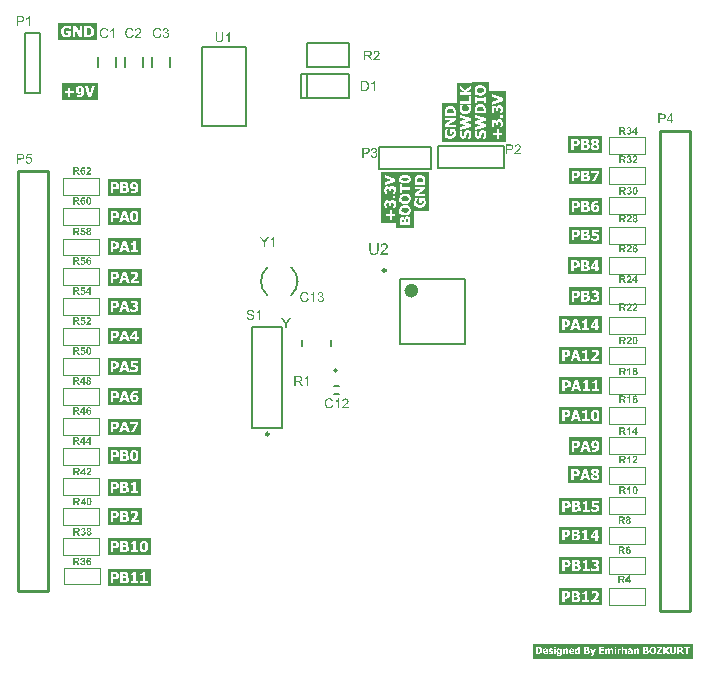
<source format=gto>
G04*
G04 #@! TF.GenerationSoftware,Altium Limited,Altium Designer,22.3.1 (43)*
G04*
G04 Layer_Color=65535*
%FSLAX25Y25*%
%MOIN*%
G70*
G04*
G04 #@! TF.SameCoordinates,37EF6849-63C4-43C5-BECF-61DC3FF8894A*
G04*
G04*
G04 #@! TF.FilePolarity,Positive*
G04*
G01*
G75*
%ADD10C,0.00984*%
%ADD11C,0.02362*%
%ADD12C,0.00787*%
%ADD13C,0.00500*%
%ADD14C,0.00400*%
%ADD15C,0.01000*%
%ADD16C,0.00800*%
G36*
X31279Y233416D02*
X18307D01*
Y239173D01*
X31279D01*
Y233416D01*
D02*
G37*
G36*
X31628Y213332D02*
X19488D01*
Y219094D01*
X31628D01*
Y213332D01*
D02*
G37*
G36*
X46067Y181442D02*
X34843D01*
Y187205D01*
X46067D01*
Y181442D01*
D02*
G37*
G36*
X46111Y171791D02*
X34843D01*
Y177559D01*
X46111D01*
Y171791D01*
D02*
G37*
G36*
X46000Y161704D02*
X34843D01*
Y167323D01*
X46000D01*
Y161704D01*
D02*
G37*
G36*
X46155Y151604D02*
X34843D01*
Y157283D01*
X46155D01*
Y151604D01*
D02*
G37*
G36*
X46067Y141869D02*
X34843D01*
Y147638D01*
X46067D01*
Y141869D01*
D02*
G37*
G36*
X46200Y131974D02*
X34843D01*
Y137598D01*
X46200D01*
Y131974D01*
D02*
G37*
G36*
X46072Y121671D02*
X34843D01*
Y127362D01*
X46072D01*
Y121671D01*
D02*
G37*
G36*
X46133Y111762D02*
X34843D01*
Y117520D01*
X46133D01*
Y111762D01*
D02*
G37*
G36*
X46078Y101670D02*
X34843D01*
Y107283D01*
X46078D01*
Y101670D01*
D02*
G37*
G36*
X46117Y92066D02*
X34843D01*
Y97835D01*
X46117D01*
Y92066D01*
D02*
G37*
G36*
X46006Y81586D02*
X34843D01*
Y87205D01*
X46006D01*
Y81586D01*
D02*
G37*
G36*
X46161Y71879D02*
X34843D01*
Y77559D01*
X46161D01*
Y71879D01*
D02*
G37*
G36*
X49280Y67520D02*
Y61751D01*
X34843D01*
Y67520D01*
X49280D01*
D02*
G37*
G36*
X49169Y51468D02*
X34843D01*
Y57087D01*
X49169D01*
Y51468D01*
D02*
G37*
G36*
X199763Y45108D02*
X185281D01*
Y50787D01*
X199763D01*
Y45108D01*
D02*
G37*
G36*
Y55452D02*
X185369D01*
Y61221D01*
X199763D01*
Y55452D01*
D02*
G37*
G36*
Y71260D02*
Y65630D01*
X185236D01*
Y71260D01*
X199763D01*
D02*
G37*
G36*
Y75209D02*
X185364D01*
Y80905D01*
X199763D01*
Y75209D01*
D02*
G37*
G36*
Y85761D02*
X188461D01*
Y91535D01*
X199763D01*
Y85761D01*
D02*
G37*
G36*
Y95221D02*
X188544D01*
Y100984D01*
X199763D01*
Y95221D01*
D02*
G37*
G36*
Y111221D02*
Y105452D01*
X185331D01*
Y111221D01*
X199763D01*
D02*
G37*
G36*
Y115444D02*
X185442D01*
Y121063D01*
X199763D01*
Y115444D01*
D02*
G37*
G36*
Y125620D02*
X185286D01*
Y131299D01*
X199763D01*
Y125620D01*
D02*
G37*
G36*
Y135709D02*
X185242D01*
Y141339D01*
X199763D01*
Y135709D01*
D02*
G37*
G36*
Y145216D02*
X188533D01*
Y150984D01*
X199763D01*
Y145216D01*
D02*
G37*
G36*
Y155400D02*
X188400D01*
Y161024D01*
X199763D01*
Y155400D01*
D02*
G37*
G36*
Y165569D02*
X188527D01*
Y171260D01*
X199763D01*
Y165569D01*
D02*
G37*
G36*
Y180905D02*
Y175148D01*
X188466D01*
Y180905D01*
X199763D01*
D02*
G37*
G36*
Y185332D02*
X188522D01*
Y190945D01*
X199763D01*
Y185332D01*
D02*
G37*
G36*
Y195801D02*
X188455D01*
Y201575D01*
X199763D01*
Y195801D01*
D02*
G37*
G36*
X161945Y216393D02*
X167579D01*
Y199535D01*
X156176D01*
D01*
X151928D01*
X146171D01*
Y212508D01*
X151171D01*
Y219301D01*
X156176D01*
Y219440D01*
X161945D01*
Y216393D01*
D02*
G37*
G36*
X141855Y176523D02*
X136861D01*
Y170795D01*
X131092D01*
Y172638D01*
X126092D01*
Y189495D01*
X131092D01*
D01*
X141855D01*
Y176523D01*
D02*
G37*
G36*
X229878Y27166D02*
X176575D01*
Y32283D01*
X229878D01*
Y27166D01*
D02*
G37*
G36*
X125139Y163505D02*
Y163499D01*
Y163477D01*
Y163449D01*
Y163410D01*
X125133Y163361D01*
Y163305D01*
X125127Y163238D01*
X125122Y163172D01*
X125105Y163022D01*
X125083Y162867D01*
X125050Y162717D01*
X125028Y162645D01*
X125005Y162578D01*
Y162572D01*
X125000Y162561D01*
X124989Y162545D01*
X124978Y162522D01*
X124944Y162461D01*
X124894Y162384D01*
X124828Y162295D01*
X124750Y162206D01*
X124650Y162112D01*
X124528Y162029D01*
X124522D01*
X124511Y162017D01*
X124495Y162012D01*
X124467Y161995D01*
X124434Y161979D01*
X124389Y161962D01*
X124345Y161945D01*
X124289Y161923D01*
X124228Y161901D01*
X124162Y161884D01*
X124090Y161868D01*
X124006Y161851D01*
X123923Y161840D01*
X123834Y161829D01*
X123635Y161818D01*
X123585D01*
X123546Y161823D01*
X123501D01*
X123446Y161829D01*
X123385Y161834D01*
X123324Y161840D01*
X123185Y161862D01*
X123035Y161895D01*
X122891Y161940D01*
X122752Y162001D01*
X122747D01*
X122735Y162012D01*
X122719Y162023D01*
X122697Y162034D01*
X122635Y162078D01*
X122563Y162139D01*
X122480Y162217D01*
X122402Y162306D01*
X122325Y162417D01*
X122264Y162539D01*
Y162545D01*
X122258Y162556D01*
X122253Y162578D01*
X122241Y162606D01*
X122230Y162639D01*
X122219Y162683D01*
X122203Y162733D01*
X122192Y162794D01*
X122180Y162861D01*
X122164Y162933D01*
X122153Y163011D01*
X122142Y163094D01*
X122131Y163189D01*
X122125Y163288D01*
X122119Y163394D01*
Y163505D01*
Y165725D01*
X122630D01*
Y163505D01*
Y163499D01*
Y163483D01*
Y163455D01*
Y163422D01*
X122635Y163383D01*
Y163333D01*
X122641Y163227D01*
X122652Y163105D01*
X122669Y162983D01*
X122691Y162867D01*
X122702Y162817D01*
X122719Y162767D01*
X122724Y162756D01*
X122735Y162728D01*
X122763Y162689D01*
X122796Y162634D01*
X122835Y162578D01*
X122891Y162517D01*
X122957Y162456D01*
X123035Y162406D01*
X123046Y162400D01*
X123074Y162384D01*
X123124Y162367D01*
X123190Y162345D01*
X123268Y162317D01*
X123368Y162301D01*
X123474Y162284D01*
X123590Y162278D01*
X123646D01*
X123679Y162284D01*
X123729D01*
X123779Y162289D01*
X123901Y162312D01*
X124034Y162339D01*
X124162Y162384D01*
X124284Y162445D01*
X124339Y162484D01*
X124389Y162528D01*
X124395Y162534D01*
X124400Y162539D01*
X124411Y162556D01*
X124428Y162578D01*
X124445Y162611D01*
X124467Y162645D01*
X124489Y162695D01*
X124511Y162744D01*
X124534Y162805D01*
X124550Y162878D01*
X124573Y162961D01*
X124589Y163050D01*
X124606Y163150D01*
X124617Y163255D01*
X124628Y163377D01*
Y163505D01*
Y165725D01*
X125139D01*
Y163505D01*
D02*
G37*
G36*
X127159Y165736D02*
X127203Y165730D01*
X127259Y165725D01*
X127320Y165714D01*
X127381Y165703D01*
X127525Y165664D01*
X127669Y165608D01*
X127742Y165575D01*
X127814Y165536D01*
X127880Y165486D01*
X127941Y165431D01*
X127947Y165425D01*
X127958Y165420D01*
X127969Y165397D01*
X127991Y165375D01*
X128019Y165347D01*
X128047Y165309D01*
X128075Y165270D01*
X128108Y165220D01*
X128163Y165114D01*
X128219Y164981D01*
X128241Y164915D01*
X128252Y164837D01*
X128263Y164759D01*
X128269Y164676D01*
Y164665D01*
Y164637D01*
X128263Y164593D01*
X128258Y164532D01*
X128247Y164465D01*
X128224Y164387D01*
X128202Y164304D01*
X128169Y164221D01*
X128163Y164210D01*
X128152Y164182D01*
X128130Y164137D01*
X128097Y164076D01*
X128052Y164010D01*
X127997Y163927D01*
X127930Y163843D01*
X127852Y163749D01*
X127841Y163738D01*
X127814Y163705D01*
X127786Y163677D01*
X127758Y163649D01*
X127725Y163616D01*
X127681Y163571D01*
X127636Y163527D01*
X127581Y163477D01*
X127525Y163422D01*
X127459Y163361D01*
X127386Y163300D01*
X127309Y163227D01*
X127220Y163155D01*
X127131Y163077D01*
X127126Y163072D01*
X127114Y163061D01*
X127092Y163044D01*
X127064Y163022D01*
X127031Y162989D01*
X126992Y162955D01*
X126903Y162883D01*
X126809Y162800D01*
X126720Y162717D01*
X126643Y162645D01*
X126609Y162617D01*
X126582Y162589D01*
X126576Y162583D01*
X126559Y162567D01*
X126537Y162545D01*
X126509Y162511D01*
X126482Y162472D01*
X126448Y162434D01*
X126382Y162339D01*
X128274D01*
Y161884D01*
X125727D01*
Y161890D01*
Y161912D01*
Y161945D01*
X125732Y161990D01*
X125738Y162040D01*
X125749Y162095D01*
X125760Y162151D01*
X125782Y162212D01*
Y162217D01*
X125788Y162223D01*
X125799Y162256D01*
X125821Y162306D01*
X125855Y162373D01*
X125899Y162450D01*
X125954Y162539D01*
X126015Y162628D01*
X126093Y162722D01*
Y162728D01*
X126104Y162733D01*
X126132Y162767D01*
X126182Y162817D01*
X126254Y162889D01*
X126337Y162972D01*
X126443Y163072D01*
X126570Y163183D01*
X126709Y163300D01*
X126715Y163305D01*
X126737Y163322D01*
X126770Y163349D01*
X126809Y163383D01*
X126859Y163427D01*
X126920Y163477D01*
X126981Y163533D01*
X127053Y163594D01*
X127192Y163727D01*
X127331Y163860D01*
X127397Y163927D01*
X127459Y163993D01*
X127514Y164054D01*
X127558Y164115D01*
Y164121D01*
X127569Y164126D01*
X127581Y164143D01*
X127592Y164165D01*
X127630Y164226D01*
X127675Y164298D01*
X127714Y164387D01*
X127753Y164482D01*
X127775Y164587D01*
X127786Y164687D01*
Y164692D01*
Y164698D01*
X127780Y164731D01*
X127775Y164787D01*
X127758Y164848D01*
X127736Y164926D01*
X127697Y165003D01*
X127647Y165081D01*
X127581Y165159D01*
X127569Y165170D01*
X127542Y165192D01*
X127503Y165220D01*
X127442Y165259D01*
X127364Y165292D01*
X127275Y165325D01*
X127170Y165347D01*
X127053Y165353D01*
X127020D01*
X126998Y165347D01*
X126931Y165342D01*
X126854Y165325D01*
X126770Y165303D01*
X126676Y165264D01*
X126587Y165214D01*
X126504Y165148D01*
X126493Y165137D01*
X126471Y165109D01*
X126437Y165064D01*
X126404Y164998D01*
X126365Y164920D01*
X126332Y164820D01*
X126310Y164709D01*
X126298Y164582D01*
X125816Y164631D01*
Y164637D01*
X125821Y164654D01*
Y164681D01*
X125827Y164720D01*
X125838Y164765D01*
X125849Y164815D01*
X125866Y164876D01*
X125882Y164937D01*
X125927Y165070D01*
X125993Y165203D01*
X126032Y165270D01*
X126082Y165336D01*
X126132Y165397D01*
X126188Y165453D01*
X126193Y165458D01*
X126204Y165464D01*
X126221Y165481D01*
X126249Y165497D01*
X126282Y165519D01*
X126321Y165542D01*
X126365Y165569D01*
X126421Y165597D01*
X126482Y165625D01*
X126548Y165653D01*
X126620Y165675D01*
X126698Y165697D01*
X126781Y165714D01*
X126870Y165730D01*
X126964Y165736D01*
X127064Y165742D01*
X127120D01*
X127159Y165736D01*
D02*
G37*
G36*
X101720Y118119D02*
X101318D01*
Y120677D01*
X101313Y120673D01*
X101290Y120654D01*
X101261Y120625D01*
X101214Y120592D01*
X101162Y120550D01*
X101096Y120502D01*
X101020Y120450D01*
X100935Y120398D01*
X100930D01*
X100925Y120394D01*
X100897Y120375D01*
X100850Y120351D01*
X100793Y120323D01*
X100727Y120290D01*
X100656Y120256D01*
X100585Y120223D01*
X100514Y120195D01*
Y120583D01*
X100519D01*
X100528Y120592D01*
X100547Y120597D01*
X100571Y120611D01*
X100599Y120625D01*
X100632Y120644D01*
X100713Y120692D01*
X100807Y120744D01*
X100902Y120810D01*
X101001Y120886D01*
X101100Y120966D01*
X101105Y120971D01*
X101110Y120975D01*
X101124Y120990D01*
X101143Y121004D01*
X101186Y121051D01*
X101242Y121108D01*
X101299Y121174D01*
X101361Y121250D01*
X101413Y121326D01*
X101460Y121406D01*
X101720D01*
Y118119D01*
D02*
G37*
G36*
X98631Y121387D02*
X98674D01*
X98773Y121382D01*
X98877Y121368D01*
X98991Y121354D01*
X99095Y121330D01*
X99147Y121316D01*
X99190Y121302D01*
X99194D01*
X99199Y121297D01*
X99227Y121283D01*
X99270Y121264D01*
X99322Y121231D01*
X99379Y121188D01*
X99440Y121132D01*
X99497Y121065D01*
X99554Y120990D01*
Y120985D01*
X99559Y120980D01*
X99577Y120952D01*
X99596Y120905D01*
X99625Y120843D01*
X99648Y120772D01*
X99672Y120687D01*
X99686Y120597D01*
X99691Y120498D01*
Y120493D01*
Y120484D01*
Y120465D01*
X99686Y120441D01*
Y120408D01*
X99681Y120375D01*
X99663Y120294D01*
X99634Y120200D01*
X99596Y120100D01*
X99540Y120001D01*
X99502Y119954D01*
X99464Y119906D01*
X99459Y119902D01*
X99454Y119897D01*
X99440Y119883D01*
X99421Y119869D01*
X99398Y119850D01*
X99369Y119831D01*
X99331Y119807D01*
X99294Y119779D01*
X99246Y119755D01*
X99194Y119731D01*
X99138Y119703D01*
X99076Y119679D01*
X99005Y119660D01*
X98934Y119637D01*
X98854Y119623D01*
X98769Y119608D01*
X98778Y119604D01*
X98797Y119594D01*
X98825Y119575D01*
X98863Y119556D01*
X98948Y119504D01*
X98991Y119471D01*
X99029Y119443D01*
X99038Y119433D01*
X99062Y119410D01*
X99100Y119372D01*
X99147Y119325D01*
X99199Y119258D01*
X99260Y119187D01*
X99322Y119102D01*
X99388Y119008D01*
X99951Y118119D01*
X99412D01*
X98981Y118800D01*
Y118804D01*
X98972Y118814D01*
X98962Y118828D01*
X98948Y118847D01*
X98915Y118899D01*
X98873Y118965D01*
X98821Y119036D01*
X98769Y119112D01*
X98716Y119183D01*
X98669Y119249D01*
X98664Y119254D01*
X98650Y119273D01*
X98627Y119301D01*
X98593Y119334D01*
X98523Y119405D01*
X98485Y119438D01*
X98447Y119467D01*
X98442Y119471D01*
X98433Y119476D01*
X98414Y119485D01*
X98385Y119500D01*
X98357Y119514D01*
X98324Y119528D01*
X98248Y119552D01*
X98243D01*
X98234Y119556D01*
X98215D01*
X98191Y119561D01*
X98158Y119566D01*
X98120D01*
X98068Y119571D01*
X97510D01*
Y118119D01*
X97075D01*
Y121392D01*
X98593D01*
X98631Y121387D01*
D02*
G37*
G36*
X26745Y191105D02*
X26771D01*
X26800Y191101D01*
X26865Y191087D01*
X26938Y191068D01*
X27018Y191039D01*
X27098Y190999D01*
X27135Y190974D01*
X27171Y190945D01*
X27175D01*
X27178Y190937D01*
X27189Y190927D01*
X27200Y190916D01*
X27218Y190897D01*
X27233Y190879D01*
X27273Y190828D01*
X27313Y190759D01*
X27353Y190679D01*
X27389Y190588D01*
X27415Y190479D01*
X26949Y190428D01*
Y190435D01*
X26945Y190450D01*
X26938Y190475D01*
X26931Y190508D01*
X26920Y190541D01*
X26902Y190577D01*
X26883Y190610D01*
X26858Y190639D01*
X26854Y190643D01*
X26843Y190650D01*
X26829Y190661D01*
X26807Y190675D01*
X26781Y190686D01*
X26749Y190697D01*
X26709Y190704D01*
X26669Y190708D01*
X26661D01*
X26643Y190704D01*
X26614Y190701D01*
X26578Y190690D01*
X26538Y190675D01*
X26494Y190650D01*
X26450Y190617D01*
X26410Y190570D01*
X26407Y190562D01*
X26399Y190555D01*
X26392Y190541D01*
X26385Y190526D01*
X26374Y190504D01*
X26366Y190479D01*
X26356Y190446D01*
X26341Y190410D01*
X26330Y190370D01*
X26319Y190322D01*
X26308Y190271D01*
X26297Y190213D01*
X26290Y190147D01*
X26283Y190075D01*
X26276Y189998D01*
X26279Y190002D01*
X26283Y190009D01*
X26294Y190016D01*
X26308Y190031D01*
X26327Y190049D01*
X26348Y190068D01*
X26399Y190108D01*
X26465Y190144D01*
X26541Y190180D01*
X26585Y190195D01*
X26629Y190202D01*
X26676Y190209D01*
X26727Y190213D01*
X26756D01*
X26778Y190209D01*
X26803Y190206D01*
X26832Y190202D01*
X26869Y190195D01*
X26905Y190184D01*
X26985Y190155D01*
X27029Y190137D01*
X27073Y190115D01*
X27116Y190089D01*
X27160Y190057D01*
X27204Y190020D01*
X27244Y189980D01*
X27247Y189976D01*
X27255Y189969D01*
X27266Y189958D01*
X27277Y189940D01*
X27295Y189915D01*
X27313Y189889D01*
X27331Y189856D01*
X27353Y189820D01*
X27375Y189780D01*
X27393Y189733D01*
X27411Y189685D01*
X27429Y189631D01*
X27440Y189576D01*
X27451Y189514D01*
X27459Y189452D01*
X27462Y189383D01*
Y189380D01*
Y189365D01*
Y189347D01*
X27459Y189318D01*
X27455Y189285D01*
X27451Y189249D01*
X27444Y189205D01*
X27433Y189161D01*
X27408Y189059D01*
X27389Y189008D01*
X27364Y188957D01*
X27338Y188906D01*
X27309Y188855D01*
X27273Y188804D01*
X27233Y188761D01*
X27229Y188757D01*
X27222Y188750D01*
X27211Y188739D01*
X27193Y188724D01*
X27171Y188706D01*
X27142Y188688D01*
X27113Y188666D01*
X27076Y188644D01*
X27036Y188622D01*
X26993Y188601D01*
X26945Y188582D01*
X26891Y188564D01*
X26836Y188550D01*
X26778Y188539D01*
X26716Y188531D01*
X26650Y188528D01*
X26632D01*
X26614Y188531D01*
X26589D01*
X26556Y188539D01*
X26516Y188542D01*
X26476Y188553D01*
X26428Y188564D01*
X26381Y188579D01*
X26330Y188601D01*
X26276Y188622D01*
X26225Y188652D01*
X26170Y188684D01*
X26119Y188724D01*
X26068Y188772D01*
X26021Y188823D01*
X26017Y188826D01*
X26010Y188837D01*
X25999Y188855D01*
X25984Y188881D01*
X25962Y188914D01*
X25944Y188954D01*
X25922Y189001D01*
X25901Y189056D01*
X25875Y189121D01*
X25853Y189190D01*
X25835Y189270D01*
X25817Y189361D01*
X25799Y189456D01*
X25788Y189561D01*
X25780Y189674D01*
X25777Y189798D01*
Y189802D01*
Y189805D01*
Y189816D01*
Y189827D01*
Y189864D01*
X25780Y189911D01*
X25784Y189969D01*
X25791Y190035D01*
X25799Y190108D01*
X25810Y190184D01*
X25820Y190264D01*
X25839Y190348D01*
X25861Y190431D01*
X25886Y190515D01*
X25915Y190592D01*
X25948Y190668D01*
X25988Y190737D01*
X26032Y190799D01*
X26035Y190803D01*
X26043Y190814D01*
X26057Y190828D01*
X26079Y190846D01*
X26104Y190872D01*
X26134Y190897D01*
X26170Y190927D01*
X26210Y190956D01*
X26257Y190981D01*
X26305Y191010D01*
X26363Y191036D01*
X26421Y191061D01*
X26483Y191079D01*
X26552Y191094D01*
X26621Y191105D01*
X26698Y191109D01*
X26727D01*
X26745Y191105D01*
D02*
G37*
G36*
X28627D02*
X28660Y191101D01*
X28696Y191098D01*
X28736Y191090D01*
X28780Y191083D01*
X28874Y191058D01*
X28969Y191021D01*
X29020Y190999D01*
X29064Y190974D01*
X29111Y190941D01*
X29151Y190905D01*
X29155Y190901D01*
X29162Y190897D01*
X29169Y190883D01*
X29184Y190868D01*
X29202Y190850D01*
X29220Y190825D01*
X29239Y190799D01*
X29260Y190766D01*
X29297Y190693D01*
X29333Y190610D01*
X29348Y190562D01*
X29355Y190512D01*
X29362Y190457D01*
X29366Y190402D01*
Y190395D01*
Y190373D01*
X29362Y190340D01*
X29359Y190300D01*
X29351Y190250D01*
X29340Y190195D01*
X29326Y190137D01*
X29304Y190078D01*
X29300Y190071D01*
X29293Y190053D01*
X29278Y190020D01*
X29257Y189980D01*
X29231Y189933D01*
X29198Y189878D01*
X29158Y189820D01*
X29111Y189758D01*
X29107Y189754D01*
X29093Y189736D01*
X29071Y189711D01*
X29038Y189674D01*
X28995Y189631D01*
X28940Y189572D01*
X28874Y189511D01*
X28794Y189434D01*
X28791Y189430D01*
X28784Y189427D01*
X28773Y189416D01*
X28758Y189401D01*
X28718Y189365D01*
X28671Y189321D01*
X28623Y189274D01*
X28576Y189227D01*
X28532Y189187D01*
X28518Y189168D01*
X28503Y189154D01*
X28500Y189150D01*
X28492Y189143D01*
X28481Y189128D01*
X28467Y189110D01*
X28434Y189070D01*
X28405Y189023D01*
X29366D01*
Y188575D01*
X27673D01*
Y188579D01*
Y188586D01*
X27677Y188601D01*
X27681Y188619D01*
X27684Y188641D01*
X27688Y188666D01*
X27702Y188732D01*
X27724Y188804D01*
X27753Y188884D01*
X27790Y188972D01*
X27837Y189056D01*
Y189059D01*
X27844Y189067D01*
X27852Y189081D01*
X27866Y189096D01*
X27881Y189121D01*
X27903Y189146D01*
X27928Y189179D01*
X27957Y189216D01*
X27990Y189259D01*
X28030Y189303D01*
X28074Y189354D01*
X28125Y189409D01*
X28179Y189463D01*
X28241Y189525D01*
X28307Y189591D01*
X28379Y189660D01*
X28383Y189663D01*
X28394Y189674D01*
X28409Y189689D01*
X28430Y189711D01*
X28460Y189733D01*
X28489Y189762D01*
X28554Y189827D01*
X28620Y189896D01*
X28685Y189965D01*
X28714Y189995D01*
X28743Y190027D01*
X28765Y190053D01*
X28780Y190075D01*
X28784Y190082D01*
X28794Y190100D01*
X28813Y190129D01*
X28831Y190169D01*
X28849Y190213D01*
X28867Y190264D01*
X28878Y190315D01*
X28882Y190370D01*
Y190373D01*
Y190377D01*
Y190395D01*
X28878Y190428D01*
X28871Y190464D01*
X28860Y190504D01*
X28845Y190544D01*
X28824Y190584D01*
X28794Y190621D01*
X28791Y190624D01*
X28780Y190635D01*
X28758Y190650D01*
X28732Y190664D01*
X28696Y190679D01*
X28656Y190693D01*
X28609Y190704D01*
X28554Y190708D01*
X28529D01*
X28500Y190704D01*
X28467Y190697D01*
X28427Y190686D01*
X28387Y190668D01*
X28347Y190646D01*
X28310Y190617D01*
X28307Y190613D01*
X28296Y190599D01*
X28281Y190577D01*
X28267Y190544D01*
X28248Y190504D01*
X28234Y190450D01*
X28219Y190388D01*
X28212Y190315D01*
X27731Y190362D01*
Y190366D01*
X27735Y190381D01*
Y190399D01*
X27742Y190428D01*
X27746Y190461D01*
X27757Y190497D01*
X27768Y190537D01*
X27779Y190584D01*
X27815Y190675D01*
X27859Y190770D01*
X27888Y190817D01*
X27921Y190861D01*
X27957Y190897D01*
X27997Y190934D01*
X28001Y190937D01*
X28008Y190941D01*
X28019Y190948D01*
X28037Y190963D01*
X28059Y190974D01*
X28088Y190988D01*
X28117Y191007D01*
X28154Y191021D01*
X28194Y191039D01*
X28238Y191054D01*
X28332Y191083D01*
X28445Y191101D01*
X28503Y191105D01*
X28565Y191109D01*
X28602D01*
X28627Y191105D01*
D02*
G37*
G36*
X24514Y191090D02*
X24554D01*
X24594Y191087D01*
X24641D01*
X24736Y191076D01*
X24834Y191065D01*
X24925Y191047D01*
X24965Y191036D01*
X25001Y191025D01*
X25005D01*
X25009Y191021D01*
X25031Y191010D01*
X25063Y190992D01*
X25107Y190970D01*
X25154Y190934D01*
X25202Y190894D01*
X25249Y190843D01*
X25293Y190781D01*
Y190777D01*
X25296Y190774D01*
X25304Y190763D01*
X25311Y190752D01*
X25329Y190715D01*
X25351Y190668D01*
X25369Y190610D01*
X25387Y190544D01*
X25402Y190468D01*
X25406Y190388D01*
Y190384D01*
Y190377D01*
Y190359D01*
X25402Y190340D01*
Y190315D01*
X25398Y190289D01*
X25384Y190224D01*
X25365Y190147D01*
X25336Y190071D01*
X25293Y189991D01*
X25267Y189955D01*
X25238Y189918D01*
X25234Y189915D01*
X25231Y189911D01*
X25220Y189900D01*
X25205Y189889D01*
X25191Y189874D01*
X25169Y189856D01*
X25144Y189838D01*
X25114Y189820D01*
X25082Y189798D01*
X25042Y189780D01*
X25001Y189762D01*
X24958Y189743D01*
X24907Y189725D01*
X24856Y189711D01*
X24801Y189696D01*
X24739Y189685D01*
X24743D01*
X24747Y189682D01*
X24769Y189667D01*
X24798Y189649D01*
X24834Y189623D01*
X24878Y189591D01*
X24921Y189558D01*
X24969Y189518D01*
X25009Y189474D01*
X25012Y189471D01*
X25031Y189452D01*
X25052Y189423D01*
X25085Y189380D01*
X25129Y189325D01*
X25151Y189288D01*
X25176Y189252D01*
X25205Y189212D01*
X25234Y189168D01*
X25267Y189117D01*
X25300Y189067D01*
X25609Y188575D01*
X24998D01*
X24634Y189121D01*
X24630Y189125D01*
X24627Y189136D01*
X24616Y189150D01*
X24601Y189168D01*
X24587Y189190D01*
X24568Y189219D01*
X24528Y189278D01*
X24481Y189343D01*
X24437Y189401D01*
X24397Y189456D01*
X24379Y189474D01*
X24364Y189492D01*
X24361Y189496D01*
X24354Y189503D01*
X24339Y189518D01*
X24321Y189536D01*
X24295Y189551D01*
X24270Y189569D01*
X24241Y189583D01*
X24212Y189598D01*
X24208D01*
X24197Y189602D01*
X24179Y189609D01*
X24150Y189612D01*
X24113Y189620D01*
X24070Y189623D01*
X24019Y189627D01*
X23855D01*
Y188575D01*
X23345D01*
Y191094D01*
X24481D01*
X24514Y191090D01*
D02*
G37*
G36*
X26745Y181105D02*
X26771D01*
X26800Y181101D01*
X26865Y181087D01*
X26938Y181069D01*
X27018Y181039D01*
X27098Y180999D01*
X27135Y180974D01*
X27171Y180945D01*
X27175D01*
X27178Y180937D01*
X27189Y180927D01*
X27200Y180916D01*
X27218Y180897D01*
X27233Y180879D01*
X27273Y180828D01*
X27313Y180759D01*
X27353Y180679D01*
X27389Y180588D01*
X27415Y180479D01*
X26949Y180428D01*
Y180435D01*
X26945Y180450D01*
X26938Y180475D01*
X26931Y180508D01*
X26920Y180541D01*
X26902Y180577D01*
X26883Y180610D01*
X26858Y180639D01*
X26854Y180643D01*
X26843Y180650D01*
X26829Y180661D01*
X26807Y180675D01*
X26781Y180686D01*
X26749Y180697D01*
X26709Y180704D01*
X26669Y180708D01*
X26661D01*
X26643Y180704D01*
X26614Y180701D01*
X26578Y180690D01*
X26538Y180675D01*
X26494Y180650D01*
X26450Y180617D01*
X26410Y180570D01*
X26407Y180562D01*
X26399Y180555D01*
X26392Y180541D01*
X26385Y180526D01*
X26374Y180504D01*
X26366Y180479D01*
X26356Y180446D01*
X26341Y180410D01*
X26330Y180370D01*
X26319Y180322D01*
X26308Y180271D01*
X26297Y180213D01*
X26290Y180148D01*
X26283Y180075D01*
X26276Y179998D01*
X26279Y180002D01*
X26283Y180009D01*
X26294Y180017D01*
X26308Y180031D01*
X26327Y180049D01*
X26348Y180068D01*
X26399Y180107D01*
X26465Y180144D01*
X26541Y180180D01*
X26585Y180195D01*
X26629Y180202D01*
X26676Y180209D01*
X26727Y180213D01*
X26756D01*
X26778Y180209D01*
X26803Y180206D01*
X26832Y180202D01*
X26869Y180195D01*
X26905Y180184D01*
X26985Y180155D01*
X27029Y180137D01*
X27073Y180115D01*
X27116Y180089D01*
X27160Y180057D01*
X27204Y180020D01*
X27244Y179980D01*
X27247Y179976D01*
X27255Y179969D01*
X27266Y179958D01*
X27277Y179940D01*
X27295Y179915D01*
X27313Y179889D01*
X27331Y179856D01*
X27353Y179820D01*
X27375Y179780D01*
X27393Y179733D01*
X27411Y179685D01*
X27429Y179631D01*
X27440Y179576D01*
X27451Y179514D01*
X27459Y179452D01*
X27462Y179383D01*
Y179379D01*
Y179365D01*
Y179347D01*
X27459Y179318D01*
X27455Y179285D01*
X27451Y179248D01*
X27444Y179205D01*
X27433Y179161D01*
X27408Y179059D01*
X27389Y179008D01*
X27364Y178957D01*
X27338Y178906D01*
X27309Y178855D01*
X27273Y178804D01*
X27233Y178761D01*
X27229Y178757D01*
X27222Y178750D01*
X27211Y178739D01*
X27193Y178724D01*
X27171Y178706D01*
X27142Y178688D01*
X27113Y178666D01*
X27076Y178644D01*
X27036Y178622D01*
X26993Y178601D01*
X26945Y178582D01*
X26891Y178564D01*
X26836Y178550D01*
X26778Y178539D01*
X26716Y178531D01*
X26650Y178528D01*
X26632D01*
X26614Y178531D01*
X26589D01*
X26556Y178539D01*
X26516Y178542D01*
X26476Y178553D01*
X26428Y178564D01*
X26381Y178579D01*
X26330Y178601D01*
X26276Y178622D01*
X26225Y178651D01*
X26170Y178684D01*
X26119Y178724D01*
X26068Y178772D01*
X26021Y178823D01*
X26017Y178826D01*
X26010Y178837D01*
X25999Y178855D01*
X25984Y178881D01*
X25962Y178914D01*
X25944Y178954D01*
X25922Y179001D01*
X25901Y179056D01*
X25875Y179121D01*
X25853Y179190D01*
X25835Y179270D01*
X25817Y179361D01*
X25799Y179456D01*
X25788Y179561D01*
X25780Y179674D01*
X25777Y179798D01*
Y179802D01*
Y179805D01*
Y179816D01*
Y179827D01*
Y179864D01*
X25780Y179911D01*
X25784Y179969D01*
X25791Y180035D01*
X25799Y180107D01*
X25810Y180184D01*
X25820Y180264D01*
X25839Y180348D01*
X25861Y180431D01*
X25886Y180515D01*
X25915Y180592D01*
X25948Y180668D01*
X25988Y180737D01*
X26032Y180799D01*
X26035Y180803D01*
X26043Y180814D01*
X26057Y180828D01*
X26079Y180846D01*
X26104Y180872D01*
X26134Y180897D01*
X26170Y180927D01*
X26210Y180956D01*
X26257Y180981D01*
X26305Y181010D01*
X26363Y181036D01*
X26421Y181061D01*
X26483Y181079D01*
X26552Y181094D01*
X26621Y181105D01*
X26698Y181108D01*
X26727D01*
X26745Y181105D01*
D02*
G37*
G36*
X24514Y181090D02*
X24554D01*
X24594Y181087D01*
X24641D01*
X24736Y181076D01*
X24834Y181065D01*
X24925Y181047D01*
X24965Y181036D01*
X25001Y181025D01*
X25005D01*
X25009Y181021D01*
X25031Y181010D01*
X25063Y180992D01*
X25107Y180970D01*
X25154Y180934D01*
X25202Y180894D01*
X25249Y180843D01*
X25293Y180781D01*
Y180777D01*
X25296Y180774D01*
X25304Y180763D01*
X25311Y180752D01*
X25329Y180715D01*
X25351Y180668D01*
X25369Y180610D01*
X25387Y180544D01*
X25402Y180468D01*
X25406Y180388D01*
Y180384D01*
Y180377D01*
Y180359D01*
X25402Y180341D01*
Y180315D01*
X25398Y180289D01*
X25384Y180224D01*
X25365Y180148D01*
X25336Y180071D01*
X25293Y179991D01*
X25267Y179955D01*
X25238Y179918D01*
X25234Y179915D01*
X25231Y179911D01*
X25220Y179900D01*
X25205Y179889D01*
X25191Y179875D01*
X25169Y179856D01*
X25144Y179838D01*
X25114Y179820D01*
X25082Y179798D01*
X25042Y179780D01*
X25001Y179762D01*
X24958Y179744D01*
X24907Y179725D01*
X24856Y179711D01*
X24801Y179696D01*
X24739Y179685D01*
X24743D01*
X24747Y179682D01*
X24769Y179667D01*
X24798Y179649D01*
X24834Y179623D01*
X24878Y179591D01*
X24921Y179558D01*
X24969Y179518D01*
X25009Y179474D01*
X25012Y179471D01*
X25031Y179452D01*
X25052Y179423D01*
X25085Y179379D01*
X25129Y179325D01*
X25151Y179288D01*
X25176Y179252D01*
X25205Y179212D01*
X25234Y179168D01*
X25267Y179117D01*
X25300Y179067D01*
X25609Y178575D01*
X24998D01*
X24634Y179121D01*
X24630Y179125D01*
X24627Y179136D01*
X24616Y179150D01*
X24601Y179168D01*
X24587Y179190D01*
X24568Y179219D01*
X24528Y179278D01*
X24481Y179343D01*
X24437Y179401D01*
X24397Y179456D01*
X24379Y179474D01*
X24364Y179492D01*
X24361Y179496D01*
X24354Y179503D01*
X24339Y179518D01*
X24321Y179536D01*
X24295Y179551D01*
X24270Y179569D01*
X24241Y179583D01*
X24212Y179598D01*
X24208D01*
X24197Y179602D01*
X24179Y179609D01*
X24150Y179612D01*
X24113Y179620D01*
X24070Y179623D01*
X24019Y179627D01*
X23855D01*
Y178575D01*
X23345D01*
Y181094D01*
X24481D01*
X24514Y181090D01*
D02*
G37*
G36*
X28612Y181105D02*
X28642Y181101D01*
X28678Y181094D01*
X28714Y181087D01*
X28758Y181076D01*
X28805Y181061D01*
X28849Y181043D01*
X28896Y181025D01*
X28944Y180999D01*
X28991Y180966D01*
X29038Y180934D01*
X29082Y180894D01*
X29122Y180846D01*
X29126Y180843D01*
X29133Y180832D01*
X29144Y180814D01*
X29162Y180788D01*
X29180Y180752D01*
X29202Y180708D01*
X29224Y180661D01*
X29246Y180599D01*
X29268Y180533D01*
X29293Y180457D01*
X29311Y180373D01*
X29329Y180279D01*
X29348Y180177D01*
X29359Y180068D01*
X29366Y179947D01*
X29370Y179816D01*
Y179813D01*
Y179809D01*
Y179798D01*
Y179783D01*
Y179747D01*
X29366Y179700D01*
X29362Y179642D01*
X29355Y179572D01*
X29348Y179500D01*
X29340Y179420D01*
X29326Y179336D01*
X29308Y179248D01*
X29289Y179165D01*
X29264Y179081D01*
X29239Y178997D01*
X29202Y178921D01*
X29166Y178848D01*
X29122Y178786D01*
X29118Y178782D01*
X29111Y178775D01*
X29100Y178761D01*
X29086Y178746D01*
X29064Y178728D01*
X29038Y178706D01*
X29006Y178681D01*
X28973Y178659D01*
X28933Y178633D01*
X28893Y178608D01*
X28845Y178586D01*
X28794Y178568D01*
X28740Y178553D01*
X28678Y178539D01*
X28616Y178531D01*
X28550Y178528D01*
X28536D01*
X28514Y178531D01*
X28489D01*
X28460Y178535D01*
X28423Y178542D01*
X28383Y178550D01*
X28339Y178564D01*
X28292Y178579D01*
X28245Y178597D01*
X28194Y178619D01*
X28146Y178648D01*
X28095Y178677D01*
X28048Y178717D01*
X28001Y178757D01*
X27957Y178808D01*
X27954Y178812D01*
X27946Y178823D01*
X27935Y178841D01*
X27924Y178863D01*
X27906Y178895D01*
X27888Y178935D01*
X27866Y178986D01*
X27848Y179041D01*
X27826Y179106D01*
X27804Y179179D01*
X27786Y179263D01*
X27772Y179354D01*
X27757Y179456D01*
X27746Y179569D01*
X27739Y179689D01*
X27735Y179820D01*
Y179824D01*
Y179827D01*
Y179838D01*
Y179853D01*
Y179889D01*
X27739Y179936D01*
X27742Y179995D01*
X27750Y180064D01*
X27757Y180137D01*
X27764Y180217D01*
X27779Y180300D01*
X27793Y180384D01*
X27815Y180472D01*
X27837Y180555D01*
X27866Y180635D01*
X27899Y180712D01*
X27935Y180784D01*
X27979Y180846D01*
X27983Y180850D01*
X27990Y180857D01*
X28001Y180872D01*
X28019Y180886D01*
X28037Y180908D01*
X28063Y180930D01*
X28095Y180952D01*
X28128Y180977D01*
X28168Y181003D01*
X28208Y181025D01*
X28256Y181047D01*
X28307Y181069D01*
X28361Y181083D01*
X28423Y181098D01*
X28485Y181105D01*
X28550Y181108D01*
X28587D01*
X28612Y181105D01*
D02*
G37*
G36*
X27367Y170410D02*
X26454D01*
X26377Y169980D01*
X26381D01*
X26385Y169984D01*
X26407Y169995D01*
X26439Y170006D01*
X26479Y170024D01*
X26530Y170038D01*
X26585Y170050D01*
X26647Y170060D01*
X26709Y170064D01*
X26741D01*
X26763Y170060D01*
X26789Y170057D01*
X26822Y170053D01*
X26858Y170046D01*
X26898Y170035D01*
X26982Y170006D01*
X27029Y169988D01*
X27073Y169966D01*
X27120Y169937D01*
X27167Y169904D01*
X27211Y169868D01*
X27255Y169827D01*
X27258Y169824D01*
X27266Y169817D01*
X27277Y169802D01*
X27291Y169784D01*
X27306Y169762D01*
X27327Y169733D01*
X27346Y169700D01*
X27367Y169664D01*
X27389Y169624D01*
X27408Y169576D01*
X27429Y169525D01*
X27444Y169474D01*
X27459Y169416D01*
X27469Y169354D01*
X27477Y169289D01*
X27480Y169220D01*
Y169216D01*
Y169205D01*
Y169190D01*
X27477Y169169D01*
Y169140D01*
X27469Y169107D01*
X27466Y169070D01*
X27459Y169034D01*
X27437Y168947D01*
X27404Y168852D01*
X27382Y168801D01*
X27360Y168754D01*
X27331Y168706D01*
X27298Y168659D01*
X27295Y168655D01*
X27287Y168644D01*
X27273Y168630D01*
X27255Y168608D01*
X27229Y168582D01*
X27196Y168553D01*
X27160Y168524D01*
X27120Y168495D01*
X27073Y168462D01*
X27022Y168433D01*
X26967Y168404D01*
X26905Y168379D01*
X26840Y168357D01*
X26771Y168342D01*
X26694Y168331D01*
X26614Y168328D01*
X26581D01*
X26556Y168331D01*
X26527Y168335D01*
X26490Y168339D01*
X26454Y168342D01*
X26410Y168350D01*
X26323Y168371D01*
X26225Y168408D01*
X26177Y168426D01*
X26130Y168451D01*
X26086Y168481D01*
X26043Y168513D01*
X26039Y168517D01*
X26032Y168521D01*
X26021Y168532D01*
X26006Y168546D01*
X25992Y168568D01*
X25970Y168590D01*
X25952Y168615D01*
X25930Y168644D01*
X25904Y168681D01*
X25882Y168717D01*
X25842Y168805D01*
X25806Y168903D01*
X25795Y168957D01*
X25784Y169016D01*
X26265Y169067D01*
Y169059D01*
X26268Y169041D01*
X26276Y169008D01*
X26286Y168972D01*
X26301Y168932D01*
X26323Y168888D01*
X26352Y168848D01*
X26385Y168808D01*
X26388Y168805D01*
X26403Y168794D01*
X26425Y168779D01*
X26454Y168761D01*
X26487Y168743D01*
X26527Y168728D01*
X26574Y168717D01*
X26621Y168714D01*
X26629D01*
X26647Y168717D01*
X26676Y168721D01*
X26712Y168728D01*
X26752Y168743D01*
X26796Y168764D01*
X26840Y168797D01*
X26880Y168837D01*
X26883Y168845D01*
X26898Y168859D01*
X26913Y168888D01*
X26934Y168932D01*
X26953Y168983D01*
X26971Y169045D01*
X26982Y169121D01*
X26985Y169209D01*
Y169212D01*
Y169220D01*
Y169230D01*
Y169249D01*
X26982Y169289D01*
X26971Y169340D01*
X26960Y169398D01*
X26942Y169456D01*
X26916Y169511D01*
X26880Y169558D01*
X26876Y169562D01*
X26862Y169576D01*
X26836Y169595D01*
X26807Y169620D01*
X26767Y169642D01*
X26720Y169660D01*
X26665Y169675D01*
X26607Y169678D01*
X26585D01*
X26570Y169675D01*
X26534Y169667D01*
X26483Y169656D01*
X26425Y169634D01*
X26363Y169602D01*
X26330Y169580D01*
X26297Y169554D01*
X26265Y169525D01*
X26232Y169492D01*
X25842Y169547D01*
X26090Y170861D01*
X27367D01*
Y170410D01*
D02*
G37*
G36*
X24514Y170890D02*
X24554D01*
X24594Y170887D01*
X24641D01*
X24736Y170876D01*
X24834Y170865D01*
X24925Y170847D01*
X24965Y170836D01*
X25001Y170825D01*
X25005D01*
X25009Y170821D01*
X25031Y170810D01*
X25063Y170792D01*
X25107Y170770D01*
X25154Y170734D01*
X25202Y170694D01*
X25249Y170643D01*
X25293Y170581D01*
Y170577D01*
X25296Y170574D01*
X25304Y170563D01*
X25311Y170552D01*
X25329Y170515D01*
X25351Y170468D01*
X25369Y170410D01*
X25387Y170344D01*
X25402Y170268D01*
X25406Y170188D01*
Y170184D01*
Y170177D01*
Y170159D01*
X25402Y170141D01*
Y170115D01*
X25398Y170089D01*
X25384Y170024D01*
X25365Y169948D01*
X25336Y169871D01*
X25293Y169791D01*
X25267Y169755D01*
X25238Y169718D01*
X25234Y169715D01*
X25231Y169711D01*
X25220Y169700D01*
X25205Y169689D01*
X25191Y169675D01*
X25169Y169656D01*
X25144Y169638D01*
X25114Y169620D01*
X25082Y169598D01*
X25042Y169580D01*
X25001Y169562D01*
X24958Y169544D01*
X24907Y169525D01*
X24856Y169511D01*
X24801Y169496D01*
X24739Y169485D01*
X24743D01*
X24747Y169482D01*
X24769Y169467D01*
X24798Y169449D01*
X24834Y169423D01*
X24878Y169391D01*
X24921Y169358D01*
X24969Y169318D01*
X25009Y169274D01*
X25012Y169271D01*
X25031Y169252D01*
X25052Y169223D01*
X25085Y169179D01*
X25129Y169125D01*
X25151Y169088D01*
X25176Y169052D01*
X25205Y169012D01*
X25234Y168968D01*
X25267Y168917D01*
X25300Y168867D01*
X25609Y168375D01*
X24998D01*
X24634Y168921D01*
X24630Y168925D01*
X24627Y168936D01*
X24616Y168950D01*
X24601Y168968D01*
X24587Y168990D01*
X24568Y169019D01*
X24528Y169078D01*
X24481Y169143D01*
X24437Y169201D01*
X24397Y169256D01*
X24379Y169274D01*
X24364Y169292D01*
X24361Y169296D01*
X24354Y169303D01*
X24339Y169318D01*
X24321Y169336D01*
X24295Y169351D01*
X24270Y169369D01*
X24241Y169383D01*
X24212Y169398D01*
X24208D01*
X24197Y169402D01*
X24179Y169409D01*
X24150Y169412D01*
X24113Y169420D01*
X24070Y169423D01*
X24019Y169427D01*
X23855D01*
Y168375D01*
X23345D01*
Y170894D01*
X24481D01*
X24514Y170890D01*
D02*
G37*
G36*
X28605Y170905D02*
X28638Y170901D01*
X28671Y170898D01*
X28711Y170894D01*
X28751Y170887D01*
X28842Y170865D01*
X28936Y170832D01*
X28980Y170810D01*
X29027Y170785D01*
X29067Y170756D01*
X29107Y170723D01*
X29111Y170719D01*
X29115Y170716D01*
X29126Y170705D01*
X29140Y170690D01*
X29155Y170672D01*
X29169Y170650D01*
X29209Y170596D01*
X29246Y170526D01*
X29275Y170450D01*
X29300Y170359D01*
X29304Y170308D01*
X29308Y170257D01*
Y170253D01*
Y170250D01*
Y170228D01*
X29304Y170195D01*
X29297Y170151D01*
X29286Y170104D01*
X29268Y170053D01*
X29246Y169999D01*
X29213Y169944D01*
X29209Y169937D01*
X29195Y169922D01*
X29177Y169897D01*
X29147Y169868D01*
X29111Y169831D01*
X29067Y169798D01*
X29016Y169765D01*
X28958Y169736D01*
X28962D01*
X28969Y169733D01*
X28980Y169729D01*
X28995Y169722D01*
X29031Y169700D01*
X29078Y169671D01*
X29129Y169638D01*
X29184Y169595D01*
X29235Y169544D01*
X29278Y169485D01*
X29282Y169478D01*
X29297Y169456D01*
X29315Y169423D01*
X29333Y169380D01*
X29355Y169325D01*
X29370Y169260D01*
X29384Y169190D01*
X29388Y169114D01*
Y169110D01*
Y169099D01*
Y169081D01*
X29384Y169056D01*
X29380Y169027D01*
X29377Y168990D01*
X29370Y168954D01*
X29359Y168914D01*
X29333Y168823D01*
X29315Y168775D01*
X29293Y168728D01*
X29268Y168681D01*
X29235Y168633D01*
X29202Y168590D01*
X29162Y168546D01*
X29158Y168543D01*
X29151Y168535D01*
X29140Y168524D01*
X29122Y168513D01*
X29100Y168495D01*
X29071Y168477D01*
X29042Y168459D01*
X29006Y168437D01*
X28965Y168415D01*
X28918Y168397D01*
X28871Y168379D01*
X28820Y168360D01*
X28762Y168350D01*
X28700Y168339D01*
X28638Y168331D01*
X28569Y168328D01*
X28536D01*
X28510Y168331D01*
X28481Y168335D01*
X28449Y168339D01*
X28412Y168342D01*
X28368Y168350D01*
X28278Y168371D01*
X28183Y168404D01*
X28136Y168422D01*
X28088Y168448D01*
X28041Y168473D01*
X27997Y168506D01*
X27994Y168510D01*
X27986Y168517D01*
X27972Y168528D01*
X27954Y168546D01*
X27935Y168568D01*
X27913Y168594D01*
X27888Y168626D01*
X27863Y168659D01*
X27837Y168699D01*
X27812Y168743D01*
X27790Y168790D01*
X27772Y168845D01*
X27753Y168899D01*
X27739Y168961D01*
X27731Y169023D01*
X27728Y169092D01*
Y169096D01*
Y169103D01*
Y169114D01*
Y169129D01*
X27731Y169169D01*
X27739Y169216D01*
X27753Y169274D01*
X27768Y169340D01*
X27793Y169405D01*
X27826Y169471D01*
Y169474D01*
X27830Y169478D01*
X27844Y169500D01*
X27870Y169529D01*
X27906Y169569D01*
X27950Y169613D01*
X28005Y169656D01*
X28070Y169696D01*
X28146Y169736D01*
X28143D01*
X28139Y169740D01*
X28117Y169751D01*
X28085Y169769D01*
X28045Y169791D01*
X27997Y169824D01*
X27954Y169860D01*
X27910Y169904D01*
X27874Y169951D01*
X27870Y169958D01*
X27859Y169977D01*
X27848Y170002D01*
X27833Y170042D01*
X27815Y170086D01*
X27804Y170141D01*
X27793Y170195D01*
X27790Y170257D01*
Y170261D01*
Y170268D01*
Y170282D01*
X27793Y170304D01*
X27797Y170326D01*
X27801Y170355D01*
X27815Y170421D01*
X27837Y170493D01*
X27874Y170574D01*
X27895Y170610D01*
X27921Y170650D01*
X27954Y170686D01*
X27986Y170723D01*
X27990Y170727D01*
X27997Y170730D01*
X28008Y170741D01*
X28023Y170752D01*
X28045Y170766D01*
X28066Y170781D01*
X28095Y170799D01*
X28132Y170817D01*
X28168Y170832D01*
X28208Y170850D01*
X28256Y170865D01*
X28307Y170879D01*
X28361Y170890D01*
X28420Y170901D01*
X28481Y170905D01*
X28547Y170908D01*
X28583D01*
X28605Y170905D01*
D02*
G37*
G36*
X28703Y161105D02*
X28729D01*
X28758Y161101D01*
X28824Y161087D01*
X28896Y161068D01*
X28976Y161039D01*
X29057Y160999D01*
X29093Y160974D01*
X29129Y160945D01*
X29133D01*
X29137Y160937D01*
X29147Y160926D01*
X29158Y160916D01*
X29177Y160897D01*
X29191Y160879D01*
X29231Y160828D01*
X29271Y160759D01*
X29311Y160679D01*
X29348Y160588D01*
X29373Y160479D01*
X28907Y160428D01*
Y160435D01*
X28904Y160450D01*
X28896Y160475D01*
X28889Y160508D01*
X28878Y160541D01*
X28860Y160577D01*
X28842Y160610D01*
X28816Y160639D01*
X28813Y160643D01*
X28802Y160650D01*
X28787Y160661D01*
X28765Y160675D01*
X28740Y160686D01*
X28707Y160697D01*
X28667Y160704D01*
X28627Y160708D01*
X28620D01*
X28602Y160704D01*
X28572Y160701D01*
X28536Y160690D01*
X28496Y160675D01*
X28452Y160650D01*
X28409Y160617D01*
X28368Y160570D01*
X28365Y160563D01*
X28358Y160555D01*
X28350Y160541D01*
X28343Y160526D01*
X28332Y160504D01*
X28325Y160479D01*
X28314Y160446D01*
X28299Y160410D01*
X28288Y160370D01*
X28278Y160322D01*
X28267Y160271D01*
X28256Y160213D01*
X28248Y160148D01*
X28241Y160075D01*
X28234Y159998D01*
X28238Y160002D01*
X28241Y160009D01*
X28252Y160017D01*
X28267Y160031D01*
X28285Y160049D01*
X28307Y160067D01*
X28358Y160108D01*
X28423Y160144D01*
X28500Y160180D01*
X28543Y160195D01*
X28587Y160202D01*
X28634Y160209D01*
X28685Y160213D01*
X28714D01*
X28736Y160209D01*
X28762Y160206D01*
X28791Y160202D01*
X28827Y160195D01*
X28864Y160184D01*
X28944Y160155D01*
X28987Y160137D01*
X29031Y160115D01*
X29075Y160089D01*
X29118Y160056D01*
X29162Y160020D01*
X29202Y159980D01*
X29206Y159976D01*
X29213Y159969D01*
X29224Y159958D01*
X29235Y159940D01*
X29253Y159915D01*
X29271Y159889D01*
X29289Y159856D01*
X29311Y159820D01*
X29333Y159780D01*
X29351Y159733D01*
X29370Y159685D01*
X29388Y159631D01*
X29399Y159576D01*
X29410Y159514D01*
X29417Y159452D01*
X29421Y159383D01*
Y159379D01*
Y159365D01*
Y159347D01*
X29417Y159318D01*
X29413Y159285D01*
X29410Y159248D01*
X29402Y159205D01*
X29391Y159161D01*
X29366Y159059D01*
X29348Y159008D01*
X29322Y158957D01*
X29297Y158906D01*
X29268Y158855D01*
X29231Y158804D01*
X29191Y158761D01*
X29188Y158757D01*
X29180Y158750D01*
X29169Y158739D01*
X29151Y158724D01*
X29129Y158706D01*
X29100Y158688D01*
X29071Y158666D01*
X29035Y158644D01*
X28995Y158622D01*
X28951Y158600D01*
X28904Y158582D01*
X28849Y158564D01*
X28794Y158550D01*
X28736Y158539D01*
X28674Y158531D01*
X28609Y158528D01*
X28591D01*
X28572Y158531D01*
X28547D01*
X28514Y158539D01*
X28474Y158542D01*
X28434Y158553D01*
X28387Y158564D01*
X28339Y158579D01*
X28288Y158600D01*
X28234Y158622D01*
X28183Y158651D01*
X28128Y158684D01*
X28077Y158724D01*
X28026Y158772D01*
X27979Y158823D01*
X27975Y158826D01*
X27968Y158837D01*
X27957Y158855D01*
X27943Y158881D01*
X27921Y158914D01*
X27903Y158954D01*
X27881Y159001D01*
X27859Y159055D01*
X27833Y159121D01*
X27812Y159190D01*
X27793Y159270D01*
X27775Y159361D01*
X27757Y159456D01*
X27746Y159562D01*
X27739Y159674D01*
X27735Y159798D01*
Y159802D01*
Y159805D01*
Y159816D01*
Y159827D01*
Y159864D01*
X27739Y159911D01*
X27742Y159969D01*
X27750Y160035D01*
X27757Y160108D01*
X27768Y160184D01*
X27779Y160264D01*
X27797Y160348D01*
X27819Y160431D01*
X27844Y160515D01*
X27874Y160592D01*
X27906Y160668D01*
X27946Y160737D01*
X27990Y160799D01*
X27994Y160803D01*
X28001Y160814D01*
X28015Y160828D01*
X28037Y160846D01*
X28063Y160872D01*
X28092Y160897D01*
X28128Y160926D01*
X28168Y160956D01*
X28216Y160981D01*
X28263Y161010D01*
X28321Y161036D01*
X28379Y161061D01*
X28441Y161079D01*
X28510Y161094D01*
X28580Y161105D01*
X28656Y161109D01*
X28685D01*
X28703Y161105D01*
D02*
G37*
G36*
X27367Y160610D02*
X26454D01*
X26377Y160180D01*
X26381D01*
X26385Y160184D01*
X26407Y160195D01*
X26439Y160206D01*
X26479Y160224D01*
X26530Y160239D01*
X26585Y160249D01*
X26647Y160260D01*
X26709Y160264D01*
X26741D01*
X26763Y160260D01*
X26789Y160257D01*
X26822Y160253D01*
X26858Y160246D01*
X26898Y160235D01*
X26982Y160206D01*
X27029Y160188D01*
X27073Y160166D01*
X27120Y160137D01*
X27167Y160104D01*
X27211Y160067D01*
X27255Y160027D01*
X27258Y160024D01*
X27266Y160017D01*
X27277Y160002D01*
X27291Y159984D01*
X27306Y159962D01*
X27327Y159933D01*
X27346Y159900D01*
X27367Y159864D01*
X27389Y159824D01*
X27408Y159776D01*
X27429Y159725D01*
X27444Y159674D01*
X27459Y159616D01*
X27469Y159554D01*
X27477Y159489D01*
X27480Y159420D01*
Y159416D01*
Y159405D01*
Y159390D01*
X27477Y159369D01*
Y159339D01*
X27469Y159307D01*
X27466Y159270D01*
X27459Y159234D01*
X27437Y159146D01*
X27404Y159052D01*
X27382Y159001D01*
X27360Y158954D01*
X27331Y158906D01*
X27298Y158859D01*
X27295Y158855D01*
X27287Y158844D01*
X27273Y158830D01*
X27255Y158808D01*
X27229Y158782D01*
X27196Y158753D01*
X27160Y158724D01*
X27120Y158695D01*
X27073Y158662D01*
X27022Y158633D01*
X26967Y158604D01*
X26905Y158579D01*
X26840Y158557D01*
X26771Y158542D01*
X26694Y158531D01*
X26614Y158528D01*
X26581D01*
X26556Y158531D01*
X26527Y158535D01*
X26490Y158539D01*
X26454Y158542D01*
X26410Y158550D01*
X26323Y158571D01*
X26225Y158608D01*
X26177Y158626D01*
X26130Y158651D01*
X26086Y158681D01*
X26043Y158713D01*
X26039Y158717D01*
X26032Y158721D01*
X26021Y158732D01*
X26006Y158746D01*
X25992Y158768D01*
X25970Y158790D01*
X25952Y158815D01*
X25930Y158844D01*
X25904Y158881D01*
X25882Y158917D01*
X25842Y159005D01*
X25806Y159103D01*
X25795Y159157D01*
X25784Y159216D01*
X26265Y159267D01*
Y159259D01*
X26268Y159241D01*
X26276Y159208D01*
X26286Y159172D01*
X26301Y159132D01*
X26323Y159088D01*
X26352Y159048D01*
X26385Y159008D01*
X26388Y159005D01*
X26403Y158994D01*
X26425Y158979D01*
X26454Y158961D01*
X26487Y158943D01*
X26527Y158928D01*
X26574Y158917D01*
X26621Y158914D01*
X26629D01*
X26647Y158917D01*
X26676Y158921D01*
X26712Y158928D01*
X26752Y158943D01*
X26796Y158965D01*
X26840Y158997D01*
X26880Y159037D01*
X26883Y159045D01*
X26898Y159059D01*
X26913Y159088D01*
X26934Y159132D01*
X26953Y159183D01*
X26971Y159245D01*
X26982Y159321D01*
X26985Y159409D01*
Y159412D01*
Y159420D01*
Y159430D01*
Y159449D01*
X26982Y159489D01*
X26971Y159540D01*
X26960Y159598D01*
X26942Y159656D01*
X26916Y159711D01*
X26880Y159758D01*
X26876Y159762D01*
X26862Y159776D01*
X26836Y159794D01*
X26807Y159820D01*
X26767Y159842D01*
X26720Y159860D01*
X26665Y159874D01*
X26607Y159878D01*
X26585D01*
X26570Y159874D01*
X26534Y159867D01*
X26483Y159856D01*
X26425Y159835D01*
X26363Y159802D01*
X26330Y159780D01*
X26297Y159754D01*
X26265Y159725D01*
X26232Y159693D01*
X25842Y159747D01*
X26090Y161061D01*
X27367D01*
Y160610D01*
D02*
G37*
G36*
X24514Y161090D02*
X24554D01*
X24594Y161087D01*
X24641D01*
X24736Y161076D01*
X24834Y161065D01*
X24925Y161047D01*
X24965Y161036D01*
X25001Y161025D01*
X25005D01*
X25009Y161021D01*
X25031Y161010D01*
X25063Y160992D01*
X25107Y160970D01*
X25154Y160934D01*
X25202Y160894D01*
X25249Y160843D01*
X25293Y160781D01*
Y160777D01*
X25296Y160774D01*
X25304Y160763D01*
X25311Y160752D01*
X25329Y160715D01*
X25351Y160668D01*
X25369Y160610D01*
X25387Y160544D01*
X25402Y160468D01*
X25406Y160388D01*
Y160384D01*
Y160377D01*
Y160359D01*
X25402Y160340D01*
Y160315D01*
X25398Y160290D01*
X25384Y160224D01*
X25365Y160148D01*
X25336Y160071D01*
X25293Y159991D01*
X25267Y159955D01*
X25238Y159918D01*
X25234Y159915D01*
X25231Y159911D01*
X25220Y159900D01*
X25205Y159889D01*
X25191Y159874D01*
X25169Y159856D01*
X25144Y159838D01*
X25114Y159820D01*
X25082Y159798D01*
X25042Y159780D01*
X25001Y159762D01*
X24958Y159743D01*
X24907Y159725D01*
X24856Y159711D01*
X24801Y159696D01*
X24739Y159685D01*
X24743D01*
X24747Y159682D01*
X24769Y159667D01*
X24798Y159649D01*
X24834Y159623D01*
X24878Y159591D01*
X24921Y159558D01*
X24969Y159518D01*
X25009Y159474D01*
X25012Y159470D01*
X25031Y159452D01*
X25052Y159423D01*
X25085Y159379D01*
X25129Y159325D01*
X25151Y159289D01*
X25176Y159252D01*
X25205Y159212D01*
X25234Y159168D01*
X25267Y159117D01*
X25300Y159066D01*
X25609Y158575D01*
X24998D01*
X24634Y159121D01*
X24630Y159125D01*
X24627Y159136D01*
X24616Y159150D01*
X24601Y159168D01*
X24587Y159190D01*
X24568Y159219D01*
X24528Y159278D01*
X24481Y159343D01*
X24437Y159401D01*
X24397Y159456D01*
X24379Y159474D01*
X24364Y159492D01*
X24361Y159496D01*
X24354Y159503D01*
X24339Y159518D01*
X24321Y159536D01*
X24295Y159551D01*
X24270Y159569D01*
X24241Y159583D01*
X24212Y159598D01*
X24208D01*
X24197Y159601D01*
X24179Y159609D01*
X24150Y159612D01*
X24113Y159620D01*
X24070Y159623D01*
X24019Y159627D01*
X23855D01*
Y158575D01*
X23345D01*
Y161094D01*
X24481D01*
X24514Y161090D01*
D02*
G37*
G36*
X27367Y150612D02*
X26454D01*
X26377Y150182D01*
X26381D01*
X26385Y150186D01*
X26407Y150197D01*
X26439Y150208D01*
X26479Y150226D01*
X26530Y150240D01*
X26585Y150251D01*
X26647Y150262D01*
X26709Y150266D01*
X26741D01*
X26763Y150262D01*
X26789Y150259D01*
X26822Y150255D01*
X26858Y150248D01*
X26898Y150237D01*
X26982Y150208D01*
X27029Y150189D01*
X27073Y150168D01*
X27120Y150138D01*
X27167Y150106D01*
X27211Y150069D01*
X27255Y150029D01*
X27258Y150026D01*
X27266Y150018D01*
X27277Y150004D01*
X27291Y149986D01*
X27306Y149964D01*
X27327Y149935D01*
X27346Y149902D01*
X27367Y149865D01*
X27389Y149825D01*
X27408Y149778D01*
X27429Y149727D01*
X27444Y149676D01*
X27459Y149618D01*
X27469Y149556D01*
X27477Y149490D01*
X27480Y149421D01*
Y149418D01*
Y149407D01*
Y149392D01*
X27477Y149370D01*
Y149341D01*
X27469Y149309D01*
X27466Y149272D01*
X27459Y149236D01*
X27437Y149148D01*
X27404Y149054D01*
X27382Y149003D01*
X27360Y148955D01*
X27331Y148908D01*
X27298Y148861D01*
X27295Y148857D01*
X27287Y148846D01*
X27273Y148832D01*
X27255Y148810D01*
X27229Y148784D01*
X27196Y148755D01*
X27160Y148726D01*
X27120Y148697D01*
X27073Y148664D01*
X27022Y148635D01*
X26967Y148606D01*
X26905Y148581D01*
X26840Y148559D01*
X26771Y148544D01*
X26694Y148533D01*
X26614Y148530D01*
X26581D01*
X26556Y148533D01*
X26527Y148537D01*
X26490Y148540D01*
X26454Y148544D01*
X26410Y148551D01*
X26323Y148573D01*
X26225Y148610D01*
X26177Y148628D01*
X26130Y148653D01*
X26086Y148682D01*
X26043Y148715D01*
X26039Y148719D01*
X26032Y148723D01*
X26021Y148733D01*
X26006Y148748D01*
X25992Y148770D01*
X25970Y148792D01*
X25952Y148817D01*
X25930Y148846D01*
X25904Y148883D01*
X25882Y148919D01*
X25842Y149006D01*
X25806Y149105D01*
X25795Y149159D01*
X25784Y149217D01*
X26265Y149268D01*
Y149261D01*
X26268Y149243D01*
X26276Y149210D01*
X26286Y149174D01*
X26301Y149134D01*
X26323Y149090D01*
X26352Y149050D01*
X26385Y149010D01*
X26388Y149006D01*
X26403Y148995D01*
X26425Y148981D01*
X26454Y148963D01*
X26487Y148944D01*
X26527Y148930D01*
X26574Y148919D01*
X26621Y148915D01*
X26629D01*
X26647Y148919D01*
X26676Y148923D01*
X26712Y148930D01*
X26752Y148944D01*
X26796Y148966D01*
X26840Y148999D01*
X26880Y149039D01*
X26883Y149046D01*
X26898Y149061D01*
X26913Y149090D01*
X26934Y149134D01*
X26953Y149185D01*
X26971Y149247D01*
X26982Y149323D01*
X26985Y149410D01*
Y149414D01*
Y149421D01*
Y149432D01*
Y149451D01*
X26982Y149490D01*
X26971Y149541D01*
X26960Y149600D01*
X26942Y149658D01*
X26916Y149713D01*
X26880Y149760D01*
X26876Y149764D01*
X26862Y149778D01*
X26836Y149796D01*
X26807Y149822D01*
X26767Y149844D01*
X26720Y149862D01*
X26665Y149876D01*
X26607Y149880D01*
X26585D01*
X26570Y149876D01*
X26534Y149869D01*
X26483Y149858D01*
X26425Y149836D01*
X26363Y149803D01*
X26330Y149782D01*
X26297Y149756D01*
X26265Y149727D01*
X26232Y149694D01*
X25842Y149749D01*
X26090Y151063D01*
X27367D01*
Y150612D01*
D02*
G37*
G36*
X29151Y149505D02*
X29464D01*
Y149083D01*
X29151D01*
Y148577D01*
X28685D01*
Y149083D01*
X27651D01*
Y149501D01*
X28743Y151107D01*
X29151D01*
Y149505D01*
D02*
G37*
G36*
X24514Y151092D02*
X24554D01*
X24594Y151089D01*
X24641D01*
X24736Y151077D01*
X24834Y151067D01*
X24925Y151048D01*
X24965Y151038D01*
X25001Y151027D01*
X25005D01*
X25009Y151023D01*
X25031Y151012D01*
X25063Y150994D01*
X25107Y150972D01*
X25154Y150936D01*
X25202Y150896D01*
X25249Y150845D01*
X25293Y150783D01*
Y150779D01*
X25296Y150775D01*
X25304Y150765D01*
X25311Y150754D01*
X25329Y150717D01*
X25351Y150670D01*
X25369Y150612D01*
X25387Y150546D01*
X25402Y150470D01*
X25406Y150390D01*
Y150386D01*
Y150379D01*
Y150361D01*
X25402Y150342D01*
Y150317D01*
X25398Y150291D01*
X25384Y150226D01*
X25365Y150149D01*
X25336Y150073D01*
X25293Y149993D01*
X25267Y149956D01*
X25238Y149920D01*
X25234Y149916D01*
X25231Y149913D01*
X25220Y149902D01*
X25205Y149891D01*
X25191Y149876D01*
X25169Y149858D01*
X25144Y149840D01*
X25114Y149822D01*
X25082Y149800D01*
X25042Y149782D01*
X25001Y149764D01*
X24958Y149745D01*
X24907Y149727D01*
X24856Y149713D01*
X24801Y149698D01*
X24739Y149687D01*
X24743D01*
X24747Y149683D01*
X24769Y149669D01*
X24798Y149651D01*
X24834Y149625D01*
X24878Y149592D01*
X24921Y149560D01*
X24969Y149520D01*
X25009Y149476D01*
X25012Y149472D01*
X25031Y149454D01*
X25052Y149425D01*
X25085Y149381D01*
X25129Y149327D01*
X25151Y149290D01*
X25176Y149254D01*
X25205Y149214D01*
X25234Y149170D01*
X25267Y149119D01*
X25300Y149068D01*
X25609Y148577D01*
X24998D01*
X24634Y149123D01*
X24630Y149127D01*
X24627Y149137D01*
X24616Y149152D01*
X24601Y149170D01*
X24587Y149192D01*
X24568Y149221D01*
X24528Y149279D01*
X24481Y149345D01*
X24437Y149403D01*
X24397Y149458D01*
X24379Y149476D01*
X24364Y149494D01*
X24361Y149498D01*
X24354Y149505D01*
X24339Y149520D01*
X24321Y149538D01*
X24295Y149552D01*
X24270Y149571D01*
X24241Y149585D01*
X24212Y149600D01*
X24208D01*
X24197Y149603D01*
X24179Y149611D01*
X24150Y149614D01*
X24113Y149622D01*
X24070Y149625D01*
X24019Y149629D01*
X23855D01*
Y148577D01*
X23345D01*
Y151096D01*
X24481D01*
X24514Y151092D01*
D02*
G37*
G36*
X27367Y140610D02*
X26454D01*
X26377Y140180D01*
X26381D01*
X26385Y140184D01*
X26407Y140195D01*
X26439Y140206D01*
X26479Y140224D01*
X26530Y140238D01*
X26585Y140250D01*
X26647Y140260D01*
X26709Y140264D01*
X26741D01*
X26763Y140260D01*
X26789Y140257D01*
X26822Y140253D01*
X26858Y140246D01*
X26898Y140235D01*
X26982Y140206D01*
X27029Y140188D01*
X27073Y140166D01*
X27120Y140137D01*
X27167Y140104D01*
X27211Y140068D01*
X27255Y140027D01*
X27258Y140024D01*
X27266Y140016D01*
X27277Y140002D01*
X27291Y139984D01*
X27306Y139962D01*
X27327Y139933D01*
X27346Y139900D01*
X27367Y139864D01*
X27389Y139824D01*
X27408Y139776D01*
X27429Y139725D01*
X27444Y139674D01*
X27459Y139616D01*
X27469Y139554D01*
X27477Y139489D01*
X27480Y139419D01*
Y139416D01*
Y139405D01*
Y139390D01*
X27477Y139369D01*
Y139339D01*
X27469Y139307D01*
X27466Y139270D01*
X27459Y139234D01*
X27437Y139146D01*
X27404Y139052D01*
X27382Y139001D01*
X27360Y138954D01*
X27331Y138906D01*
X27298Y138859D01*
X27295Y138855D01*
X27287Y138844D01*
X27273Y138830D01*
X27255Y138808D01*
X27229Y138783D01*
X27196Y138753D01*
X27160Y138724D01*
X27120Y138695D01*
X27073Y138662D01*
X27022Y138633D01*
X26967Y138604D01*
X26905Y138579D01*
X26840Y138557D01*
X26771Y138542D01*
X26694Y138531D01*
X26614Y138528D01*
X26581D01*
X26556Y138531D01*
X26527Y138535D01*
X26490Y138539D01*
X26454Y138542D01*
X26410Y138550D01*
X26323Y138571D01*
X26225Y138608D01*
X26177Y138626D01*
X26130Y138652D01*
X26086Y138681D01*
X26043Y138713D01*
X26039Y138717D01*
X26032Y138721D01*
X26021Y138732D01*
X26006Y138746D01*
X25992Y138768D01*
X25970Y138790D01*
X25952Y138815D01*
X25930Y138844D01*
X25904Y138881D01*
X25882Y138917D01*
X25842Y139005D01*
X25806Y139103D01*
X25795Y139157D01*
X25784Y139216D01*
X26265Y139267D01*
Y139259D01*
X26268Y139241D01*
X26276Y139208D01*
X26286Y139172D01*
X26301Y139132D01*
X26323Y139088D01*
X26352Y139048D01*
X26385Y139008D01*
X26388Y139005D01*
X26403Y138994D01*
X26425Y138979D01*
X26454Y138961D01*
X26487Y138943D01*
X26527Y138928D01*
X26574Y138917D01*
X26621Y138914D01*
X26629D01*
X26647Y138917D01*
X26676Y138921D01*
X26712Y138928D01*
X26752Y138943D01*
X26796Y138964D01*
X26840Y138997D01*
X26880Y139037D01*
X26883Y139045D01*
X26898Y139059D01*
X26913Y139088D01*
X26934Y139132D01*
X26953Y139183D01*
X26971Y139245D01*
X26982Y139321D01*
X26985Y139409D01*
Y139412D01*
Y139419D01*
Y139430D01*
Y139449D01*
X26982Y139489D01*
X26971Y139540D01*
X26960Y139598D01*
X26942Y139656D01*
X26916Y139711D01*
X26880Y139758D01*
X26876Y139762D01*
X26862Y139776D01*
X26836Y139795D01*
X26807Y139820D01*
X26767Y139842D01*
X26720Y139860D01*
X26665Y139874D01*
X26607Y139878D01*
X26585D01*
X26570Y139874D01*
X26534Y139867D01*
X26483Y139856D01*
X26425Y139834D01*
X26363Y139802D01*
X26330Y139780D01*
X26297Y139754D01*
X26265Y139725D01*
X26232Y139692D01*
X25842Y139747D01*
X26090Y141061D01*
X27367D01*
Y140610D01*
D02*
G37*
G36*
X28627Y141105D02*
X28660Y141101D01*
X28696Y141098D01*
X28736Y141090D01*
X28780Y141083D01*
X28874Y141058D01*
X28969Y141021D01*
X29020Y140999D01*
X29064Y140974D01*
X29111Y140941D01*
X29151Y140905D01*
X29155Y140901D01*
X29162Y140897D01*
X29169Y140883D01*
X29184Y140868D01*
X29202Y140850D01*
X29220Y140825D01*
X29239Y140799D01*
X29260Y140766D01*
X29297Y140693D01*
X29333Y140610D01*
X29348Y140562D01*
X29355Y140512D01*
X29362Y140457D01*
X29366Y140402D01*
Y140395D01*
Y140373D01*
X29362Y140340D01*
X29359Y140300D01*
X29351Y140250D01*
X29340Y140195D01*
X29326Y140137D01*
X29304Y140078D01*
X29300Y140071D01*
X29293Y140053D01*
X29278Y140020D01*
X29257Y139980D01*
X29231Y139933D01*
X29198Y139878D01*
X29158Y139820D01*
X29111Y139758D01*
X29107Y139754D01*
X29093Y139736D01*
X29071Y139711D01*
X29038Y139674D01*
X28995Y139631D01*
X28940Y139572D01*
X28874Y139511D01*
X28794Y139434D01*
X28791Y139430D01*
X28784Y139427D01*
X28773Y139416D01*
X28758Y139401D01*
X28718Y139365D01*
X28671Y139321D01*
X28623Y139274D01*
X28576Y139227D01*
X28532Y139187D01*
X28518Y139168D01*
X28503Y139154D01*
X28500Y139150D01*
X28492Y139143D01*
X28481Y139128D01*
X28467Y139110D01*
X28434Y139070D01*
X28405Y139023D01*
X29366D01*
Y138575D01*
X27673D01*
Y138579D01*
Y138586D01*
X27677Y138601D01*
X27681Y138619D01*
X27684Y138641D01*
X27688Y138666D01*
X27702Y138732D01*
X27724Y138804D01*
X27753Y138884D01*
X27790Y138972D01*
X27837Y139056D01*
Y139059D01*
X27844Y139067D01*
X27852Y139081D01*
X27866Y139096D01*
X27881Y139121D01*
X27903Y139146D01*
X27928Y139179D01*
X27957Y139216D01*
X27990Y139259D01*
X28030Y139303D01*
X28074Y139354D01*
X28125Y139409D01*
X28179Y139463D01*
X28241Y139525D01*
X28307Y139591D01*
X28379Y139660D01*
X28383Y139663D01*
X28394Y139674D01*
X28409Y139689D01*
X28430Y139711D01*
X28460Y139733D01*
X28489Y139762D01*
X28554Y139827D01*
X28620Y139896D01*
X28685Y139965D01*
X28714Y139995D01*
X28743Y140027D01*
X28765Y140053D01*
X28780Y140075D01*
X28784Y140082D01*
X28794Y140100D01*
X28813Y140129D01*
X28831Y140169D01*
X28849Y140213D01*
X28867Y140264D01*
X28878Y140315D01*
X28882Y140370D01*
Y140373D01*
Y140377D01*
Y140395D01*
X28878Y140428D01*
X28871Y140464D01*
X28860Y140504D01*
X28845Y140544D01*
X28824Y140584D01*
X28794Y140621D01*
X28791Y140624D01*
X28780Y140635D01*
X28758Y140650D01*
X28732Y140664D01*
X28696Y140679D01*
X28656Y140693D01*
X28609Y140704D01*
X28554Y140708D01*
X28529D01*
X28500Y140704D01*
X28467Y140697D01*
X28427Y140686D01*
X28387Y140668D01*
X28347Y140646D01*
X28310Y140617D01*
X28307Y140613D01*
X28296Y140599D01*
X28281Y140577D01*
X28267Y140544D01*
X28248Y140504D01*
X28234Y140450D01*
X28219Y140388D01*
X28212Y140315D01*
X27731Y140362D01*
Y140366D01*
X27735Y140381D01*
Y140399D01*
X27742Y140428D01*
X27746Y140461D01*
X27757Y140497D01*
X27768Y140537D01*
X27779Y140584D01*
X27815Y140675D01*
X27859Y140770D01*
X27888Y140817D01*
X27921Y140861D01*
X27957Y140897D01*
X27997Y140934D01*
X28001Y140937D01*
X28008Y140941D01*
X28019Y140948D01*
X28037Y140963D01*
X28059Y140974D01*
X28088Y140988D01*
X28117Y141007D01*
X28154Y141021D01*
X28194Y141039D01*
X28238Y141054D01*
X28332Y141083D01*
X28445Y141101D01*
X28503Y141105D01*
X28565Y141109D01*
X28602D01*
X28627Y141105D01*
D02*
G37*
G36*
X24514Y141090D02*
X24554D01*
X24594Y141087D01*
X24641D01*
X24736Y141076D01*
X24834Y141065D01*
X24925Y141047D01*
X24965Y141036D01*
X25001Y141025D01*
X25005D01*
X25009Y141021D01*
X25031Y141010D01*
X25063Y140992D01*
X25107Y140970D01*
X25154Y140934D01*
X25202Y140894D01*
X25249Y140843D01*
X25293Y140781D01*
Y140777D01*
X25296Y140774D01*
X25304Y140763D01*
X25311Y140752D01*
X25329Y140715D01*
X25351Y140668D01*
X25369Y140610D01*
X25387Y140544D01*
X25402Y140468D01*
X25406Y140388D01*
Y140384D01*
Y140377D01*
Y140359D01*
X25402Y140340D01*
Y140315D01*
X25398Y140289D01*
X25384Y140224D01*
X25365Y140147D01*
X25336Y140071D01*
X25293Y139991D01*
X25267Y139955D01*
X25238Y139918D01*
X25234Y139915D01*
X25231Y139911D01*
X25220Y139900D01*
X25205Y139889D01*
X25191Y139874D01*
X25169Y139856D01*
X25144Y139838D01*
X25114Y139820D01*
X25082Y139798D01*
X25042Y139780D01*
X25001Y139762D01*
X24958Y139743D01*
X24907Y139725D01*
X24856Y139711D01*
X24801Y139696D01*
X24739Y139685D01*
X24743D01*
X24747Y139682D01*
X24769Y139667D01*
X24798Y139649D01*
X24834Y139623D01*
X24878Y139591D01*
X24921Y139558D01*
X24969Y139518D01*
X25009Y139474D01*
X25012Y139471D01*
X25031Y139452D01*
X25052Y139423D01*
X25085Y139380D01*
X25129Y139325D01*
X25151Y139288D01*
X25176Y139252D01*
X25205Y139212D01*
X25234Y139168D01*
X25267Y139117D01*
X25300Y139067D01*
X25609Y138575D01*
X24998D01*
X24634Y139121D01*
X24630Y139125D01*
X24627Y139136D01*
X24616Y139150D01*
X24601Y139168D01*
X24587Y139190D01*
X24568Y139219D01*
X24528Y139278D01*
X24481Y139343D01*
X24437Y139401D01*
X24397Y139456D01*
X24379Y139474D01*
X24364Y139492D01*
X24361Y139496D01*
X24354Y139503D01*
X24339Y139518D01*
X24321Y139536D01*
X24295Y139551D01*
X24270Y139569D01*
X24241Y139583D01*
X24212Y139598D01*
X24208D01*
X24197Y139602D01*
X24179Y139609D01*
X24150Y139612D01*
X24113Y139620D01*
X24070Y139623D01*
X24019Y139627D01*
X23855D01*
Y138575D01*
X23345D01*
Y141094D01*
X24481D01*
X24514Y141090D01*
D02*
G37*
G36*
X27367Y130610D02*
X26454D01*
X26377Y130180D01*
X26381D01*
X26385Y130184D01*
X26407Y130195D01*
X26439Y130206D01*
X26479Y130224D01*
X26530Y130238D01*
X26585Y130250D01*
X26647Y130260D01*
X26709Y130264D01*
X26741D01*
X26763Y130260D01*
X26789Y130257D01*
X26822Y130253D01*
X26858Y130246D01*
X26898Y130235D01*
X26982Y130206D01*
X27029Y130188D01*
X27073Y130166D01*
X27120Y130137D01*
X27167Y130104D01*
X27211Y130068D01*
X27255Y130027D01*
X27258Y130024D01*
X27266Y130017D01*
X27277Y130002D01*
X27291Y129984D01*
X27306Y129962D01*
X27327Y129933D01*
X27346Y129900D01*
X27367Y129864D01*
X27389Y129824D01*
X27408Y129776D01*
X27429Y129725D01*
X27444Y129674D01*
X27459Y129616D01*
X27469Y129554D01*
X27477Y129489D01*
X27480Y129420D01*
Y129416D01*
Y129405D01*
Y129390D01*
X27477Y129369D01*
Y129340D01*
X27469Y129307D01*
X27466Y129270D01*
X27459Y129234D01*
X27437Y129147D01*
X27404Y129052D01*
X27382Y129001D01*
X27360Y128954D01*
X27331Y128906D01*
X27298Y128859D01*
X27295Y128855D01*
X27287Y128844D01*
X27273Y128830D01*
X27255Y128808D01*
X27229Y128782D01*
X27196Y128753D01*
X27160Y128724D01*
X27120Y128695D01*
X27073Y128662D01*
X27022Y128633D01*
X26967Y128604D01*
X26905Y128579D01*
X26840Y128557D01*
X26771Y128542D01*
X26694Y128531D01*
X26614Y128528D01*
X26581D01*
X26556Y128531D01*
X26527Y128535D01*
X26490Y128539D01*
X26454Y128542D01*
X26410Y128550D01*
X26323Y128571D01*
X26225Y128608D01*
X26177Y128626D01*
X26130Y128651D01*
X26086Y128681D01*
X26043Y128713D01*
X26039Y128717D01*
X26032Y128721D01*
X26021Y128732D01*
X26006Y128746D01*
X25992Y128768D01*
X25970Y128790D01*
X25952Y128815D01*
X25930Y128844D01*
X25904Y128881D01*
X25882Y128917D01*
X25842Y129005D01*
X25806Y129103D01*
X25795Y129157D01*
X25784Y129216D01*
X26265Y129267D01*
Y129259D01*
X26268Y129241D01*
X26276Y129208D01*
X26286Y129172D01*
X26301Y129132D01*
X26323Y129088D01*
X26352Y129048D01*
X26385Y129008D01*
X26388Y129005D01*
X26403Y128994D01*
X26425Y128979D01*
X26454Y128961D01*
X26487Y128943D01*
X26527Y128928D01*
X26574Y128917D01*
X26621Y128914D01*
X26629D01*
X26647Y128917D01*
X26676Y128921D01*
X26712Y128928D01*
X26752Y128943D01*
X26796Y128964D01*
X26840Y128997D01*
X26880Y129037D01*
X26883Y129045D01*
X26898Y129059D01*
X26913Y129088D01*
X26934Y129132D01*
X26953Y129183D01*
X26971Y129245D01*
X26982Y129321D01*
X26985Y129409D01*
Y129412D01*
Y129420D01*
Y129430D01*
Y129449D01*
X26982Y129489D01*
X26971Y129540D01*
X26960Y129598D01*
X26942Y129656D01*
X26916Y129711D01*
X26880Y129758D01*
X26876Y129762D01*
X26862Y129776D01*
X26836Y129795D01*
X26807Y129820D01*
X26767Y129842D01*
X26720Y129860D01*
X26665Y129875D01*
X26607Y129878D01*
X26585D01*
X26570Y129875D01*
X26534Y129867D01*
X26483Y129856D01*
X26425Y129834D01*
X26363Y129802D01*
X26330Y129780D01*
X26297Y129754D01*
X26265Y129725D01*
X26232Y129692D01*
X25842Y129747D01*
X26090Y131061D01*
X27367D01*
Y130610D01*
D02*
G37*
G36*
X24514Y131090D02*
X24554D01*
X24594Y131087D01*
X24641D01*
X24736Y131076D01*
X24834Y131065D01*
X24925Y131047D01*
X24965Y131036D01*
X25001Y131025D01*
X25005D01*
X25009Y131021D01*
X25031Y131010D01*
X25063Y130992D01*
X25107Y130970D01*
X25154Y130934D01*
X25202Y130894D01*
X25249Y130843D01*
X25293Y130781D01*
Y130777D01*
X25296Y130774D01*
X25304Y130763D01*
X25311Y130752D01*
X25329Y130715D01*
X25351Y130668D01*
X25369Y130610D01*
X25387Y130544D01*
X25402Y130468D01*
X25406Y130388D01*
Y130384D01*
Y130377D01*
Y130359D01*
X25402Y130341D01*
Y130315D01*
X25398Y130289D01*
X25384Y130224D01*
X25365Y130148D01*
X25336Y130071D01*
X25293Y129991D01*
X25267Y129955D01*
X25238Y129918D01*
X25234Y129915D01*
X25231Y129911D01*
X25220Y129900D01*
X25205Y129889D01*
X25191Y129875D01*
X25169Y129856D01*
X25144Y129838D01*
X25114Y129820D01*
X25082Y129798D01*
X25042Y129780D01*
X25001Y129762D01*
X24958Y129744D01*
X24907Y129725D01*
X24856Y129711D01*
X24801Y129696D01*
X24739Y129685D01*
X24743D01*
X24747Y129682D01*
X24769Y129667D01*
X24798Y129649D01*
X24834Y129623D01*
X24878Y129591D01*
X24921Y129558D01*
X24969Y129518D01*
X25009Y129474D01*
X25012Y129471D01*
X25031Y129452D01*
X25052Y129423D01*
X25085Y129379D01*
X25129Y129325D01*
X25151Y129288D01*
X25176Y129252D01*
X25205Y129212D01*
X25234Y129168D01*
X25267Y129117D01*
X25300Y129067D01*
X25609Y128575D01*
X24998D01*
X24634Y129121D01*
X24630Y129125D01*
X24627Y129136D01*
X24616Y129150D01*
X24601Y129168D01*
X24587Y129190D01*
X24568Y129219D01*
X24528Y129278D01*
X24481Y129343D01*
X24437Y129401D01*
X24397Y129456D01*
X24379Y129474D01*
X24364Y129492D01*
X24361Y129496D01*
X24354Y129503D01*
X24339Y129518D01*
X24321Y129536D01*
X24295Y129551D01*
X24270Y129569D01*
X24241Y129583D01*
X24212Y129598D01*
X24208D01*
X24197Y129602D01*
X24179Y129609D01*
X24150Y129612D01*
X24113Y129620D01*
X24070Y129623D01*
X24019Y129627D01*
X23855D01*
Y128575D01*
X23345D01*
Y131094D01*
X24481D01*
X24514Y131090D01*
D02*
G37*
G36*
X28612Y131105D02*
X28642Y131101D01*
X28678Y131094D01*
X28714Y131087D01*
X28758Y131076D01*
X28805Y131061D01*
X28849Y131043D01*
X28896Y131025D01*
X28944Y130999D01*
X28991Y130966D01*
X29038Y130934D01*
X29082Y130894D01*
X29122Y130846D01*
X29126Y130843D01*
X29133Y130832D01*
X29144Y130814D01*
X29162Y130788D01*
X29180Y130752D01*
X29202Y130708D01*
X29224Y130661D01*
X29246Y130599D01*
X29268Y130533D01*
X29293Y130457D01*
X29311Y130373D01*
X29329Y130279D01*
X29348Y130177D01*
X29359Y130068D01*
X29366Y129947D01*
X29370Y129816D01*
Y129813D01*
Y129809D01*
Y129798D01*
Y129783D01*
Y129747D01*
X29366Y129700D01*
X29362Y129642D01*
X29355Y129572D01*
X29348Y129500D01*
X29340Y129420D01*
X29326Y129336D01*
X29308Y129248D01*
X29289Y129165D01*
X29264Y129081D01*
X29239Y128997D01*
X29202Y128921D01*
X29166Y128848D01*
X29122Y128786D01*
X29118Y128782D01*
X29111Y128775D01*
X29100Y128761D01*
X29086Y128746D01*
X29064Y128728D01*
X29038Y128706D01*
X29006Y128681D01*
X28973Y128659D01*
X28933Y128633D01*
X28893Y128608D01*
X28845Y128586D01*
X28794Y128568D01*
X28740Y128553D01*
X28678Y128539D01*
X28616Y128531D01*
X28550Y128528D01*
X28536D01*
X28514Y128531D01*
X28489D01*
X28460Y128535D01*
X28423Y128542D01*
X28383Y128550D01*
X28339Y128564D01*
X28292Y128579D01*
X28245Y128597D01*
X28194Y128619D01*
X28146Y128648D01*
X28095Y128677D01*
X28048Y128717D01*
X28001Y128757D01*
X27957Y128808D01*
X27954Y128812D01*
X27946Y128823D01*
X27935Y128841D01*
X27924Y128863D01*
X27906Y128895D01*
X27888Y128935D01*
X27866Y128986D01*
X27848Y129041D01*
X27826Y129106D01*
X27804Y129179D01*
X27786Y129263D01*
X27772Y129354D01*
X27757Y129456D01*
X27746Y129569D01*
X27739Y129689D01*
X27735Y129820D01*
Y129824D01*
Y129827D01*
Y129838D01*
Y129853D01*
Y129889D01*
X27739Y129936D01*
X27742Y129995D01*
X27750Y130064D01*
X27757Y130137D01*
X27764Y130217D01*
X27779Y130300D01*
X27793Y130384D01*
X27815Y130472D01*
X27837Y130555D01*
X27866Y130635D01*
X27899Y130712D01*
X27935Y130784D01*
X27979Y130846D01*
X27983Y130850D01*
X27990Y130857D01*
X28001Y130872D01*
X28019Y130886D01*
X28037Y130908D01*
X28063Y130930D01*
X28095Y130952D01*
X28128Y130977D01*
X28168Y131003D01*
X28208Y131025D01*
X28256Y131047D01*
X28307Y131069D01*
X28361Y131083D01*
X28423Y131098D01*
X28485Y131105D01*
X28550Y131108D01*
X28587D01*
X28612Y131105D01*
D02*
G37*
G36*
X27193Y119503D02*
X27506D01*
Y119081D01*
X27193D01*
Y118575D01*
X26727D01*
Y119081D01*
X25693D01*
Y119500D01*
X26785Y121105D01*
X27193D01*
Y119503D01*
D02*
G37*
G36*
X24514Y121090D02*
X24554D01*
X24594Y121087D01*
X24641D01*
X24736Y121076D01*
X24834Y121065D01*
X24925Y121047D01*
X24965Y121036D01*
X25001Y121025D01*
X25005D01*
X25009Y121021D01*
X25031Y121010D01*
X25063Y120992D01*
X25107Y120970D01*
X25154Y120934D01*
X25202Y120894D01*
X25249Y120843D01*
X25293Y120781D01*
Y120777D01*
X25296Y120774D01*
X25304Y120763D01*
X25311Y120752D01*
X25329Y120715D01*
X25351Y120668D01*
X25369Y120610D01*
X25387Y120544D01*
X25402Y120468D01*
X25406Y120388D01*
Y120384D01*
Y120377D01*
Y120359D01*
X25402Y120341D01*
Y120315D01*
X25398Y120290D01*
X25384Y120224D01*
X25365Y120148D01*
X25336Y120071D01*
X25293Y119991D01*
X25267Y119955D01*
X25238Y119918D01*
X25234Y119915D01*
X25231Y119911D01*
X25220Y119900D01*
X25205Y119889D01*
X25191Y119875D01*
X25169Y119856D01*
X25144Y119838D01*
X25114Y119820D01*
X25082Y119798D01*
X25042Y119780D01*
X25001Y119762D01*
X24958Y119744D01*
X24907Y119725D01*
X24856Y119711D01*
X24801Y119696D01*
X24739Y119685D01*
X24743D01*
X24747Y119682D01*
X24769Y119667D01*
X24798Y119649D01*
X24834Y119623D01*
X24878Y119591D01*
X24921Y119558D01*
X24969Y119518D01*
X25009Y119474D01*
X25012Y119471D01*
X25031Y119452D01*
X25052Y119423D01*
X25085Y119379D01*
X25129Y119325D01*
X25151Y119289D01*
X25176Y119252D01*
X25205Y119212D01*
X25234Y119168D01*
X25267Y119117D01*
X25300Y119067D01*
X25609Y118575D01*
X24998D01*
X24634Y119121D01*
X24630Y119125D01*
X24627Y119136D01*
X24616Y119150D01*
X24601Y119168D01*
X24587Y119190D01*
X24568Y119219D01*
X24528Y119278D01*
X24481Y119343D01*
X24437Y119401D01*
X24397Y119456D01*
X24379Y119474D01*
X24364Y119492D01*
X24361Y119496D01*
X24354Y119503D01*
X24339Y119518D01*
X24321Y119536D01*
X24295Y119551D01*
X24270Y119569D01*
X24241Y119583D01*
X24212Y119598D01*
X24208D01*
X24197Y119602D01*
X24179Y119609D01*
X24150Y119612D01*
X24113Y119620D01*
X24070Y119623D01*
X24019Y119627D01*
X23855D01*
Y118575D01*
X23345D01*
Y121094D01*
X24481D01*
X24514Y121090D01*
D02*
G37*
G36*
X28605Y121105D02*
X28638Y121101D01*
X28671Y121098D01*
X28711Y121094D01*
X28751Y121087D01*
X28842Y121065D01*
X28936Y121032D01*
X28980Y121010D01*
X29027Y120985D01*
X29067Y120956D01*
X29107Y120923D01*
X29111Y120919D01*
X29115Y120916D01*
X29126Y120905D01*
X29140Y120890D01*
X29155Y120872D01*
X29169Y120850D01*
X29209Y120796D01*
X29246Y120726D01*
X29275Y120650D01*
X29300Y120559D01*
X29304Y120508D01*
X29308Y120457D01*
Y120453D01*
Y120450D01*
Y120428D01*
X29304Y120395D01*
X29297Y120351D01*
X29286Y120304D01*
X29268Y120253D01*
X29246Y120199D01*
X29213Y120144D01*
X29209Y120137D01*
X29195Y120122D01*
X29177Y120097D01*
X29147Y120068D01*
X29111Y120031D01*
X29067Y119998D01*
X29016Y119966D01*
X28958Y119936D01*
X28962D01*
X28969Y119933D01*
X28980Y119929D01*
X28995Y119922D01*
X29031Y119900D01*
X29078Y119871D01*
X29129Y119838D01*
X29184Y119794D01*
X29235Y119744D01*
X29278Y119685D01*
X29282Y119678D01*
X29297Y119656D01*
X29315Y119623D01*
X29333Y119580D01*
X29355Y119525D01*
X29370Y119460D01*
X29384Y119390D01*
X29388Y119314D01*
Y119310D01*
Y119299D01*
Y119281D01*
X29384Y119256D01*
X29380Y119227D01*
X29377Y119190D01*
X29370Y119154D01*
X29359Y119114D01*
X29333Y119023D01*
X29315Y118975D01*
X29293Y118928D01*
X29268Y118881D01*
X29235Y118833D01*
X29202Y118790D01*
X29162Y118746D01*
X29158Y118743D01*
X29151Y118735D01*
X29140Y118724D01*
X29122Y118713D01*
X29100Y118695D01*
X29071Y118677D01*
X29042Y118659D01*
X29006Y118637D01*
X28965Y118615D01*
X28918Y118597D01*
X28871Y118579D01*
X28820Y118561D01*
X28762Y118550D01*
X28700Y118539D01*
X28638Y118531D01*
X28569Y118528D01*
X28536D01*
X28510Y118531D01*
X28481Y118535D01*
X28449Y118539D01*
X28412Y118542D01*
X28368Y118550D01*
X28278Y118571D01*
X28183Y118604D01*
X28136Y118622D01*
X28088Y118648D01*
X28041Y118673D01*
X27997Y118706D01*
X27994Y118710D01*
X27986Y118717D01*
X27972Y118728D01*
X27954Y118746D01*
X27935Y118768D01*
X27913Y118793D01*
X27888Y118826D01*
X27863Y118859D01*
X27837Y118899D01*
X27812Y118943D01*
X27790Y118990D01*
X27772Y119045D01*
X27753Y119099D01*
X27739Y119161D01*
X27731Y119223D01*
X27728Y119292D01*
Y119296D01*
Y119303D01*
Y119314D01*
Y119328D01*
X27731Y119369D01*
X27739Y119416D01*
X27753Y119474D01*
X27768Y119540D01*
X27793Y119605D01*
X27826Y119671D01*
Y119674D01*
X27830Y119678D01*
X27844Y119700D01*
X27870Y119729D01*
X27906Y119769D01*
X27950Y119813D01*
X28005Y119856D01*
X28070Y119896D01*
X28146Y119936D01*
X28143D01*
X28139Y119940D01*
X28117Y119951D01*
X28085Y119969D01*
X28045Y119991D01*
X27997Y120024D01*
X27954Y120060D01*
X27910Y120104D01*
X27874Y120151D01*
X27870Y120158D01*
X27859Y120177D01*
X27848Y120202D01*
X27833Y120242D01*
X27815Y120286D01*
X27804Y120341D01*
X27793Y120395D01*
X27790Y120457D01*
Y120461D01*
Y120468D01*
Y120482D01*
X27793Y120504D01*
X27797Y120526D01*
X27801Y120555D01*
X27815Y120621D01*
X27837Y120694D01*
X27874Y120774D01*
X27895Y120810D01*
X27921Y120850D01*
X27954Y120886D01*
X27986Y120923D01*
X27990Y120926D01*
X27997Y120930D01*
X28008Y120941D01*
X28023Y120952D01*
X28045Y120966D01*
X28066Y120981D01*
X28095Y120999D01*
X28132Y121018D01*
X28168Y121032D01*
X28208Y121050D01*
X28256Y121065D01*
X28307Y121079D01*
X28361Y121090D01*
X28420Y121101D01*
X28481Y121105D01*
X28547Y121108D01*
X28583D01*
X28605Y121105D01*
D02*
G37*
G36*
X28703Y111105D02*
X28729D01*
X28758Y111101D01*
X28824Y111087D01*
X28896Y111068D01*
X28976Y111039D01*
X29057Y110999D01*
X29093Y110974D01*
X29129Y110945D01*
X29133D01*
X29137Y110937D01*
X29147Y110926D01*
X29158Y110916D01*
X29177Y110897D01*
X29191Y110879D01*
X29231Y110828D01*
X29271Y110759D01*
X29311Y110679D01*
X29348Y110588D01*
X29373Y110479D01*
X28907Y110428D01*
Y110435D01*
X28904Y110450D01*
X28896Y110475D01*
X28889Y110508D01*
X28878Y110541D01*
X28860Y110577D01*
X28842Y110610D01*
X28816Y110639D01*
X28813Y110643D01*
X28802Y110650D01*
X28787Y110661D01*
X28765Y110675D01*
X28740Y110686D01*
X28707Y110697D01*
X28667Y110704D01*
X28627Y110708D01*
X28620D01*
X28602Y110704D01*
X28572Y110701D01*
X28536Y110690D01*
X28496Y110675D01*
X28452Y110650D01*
X28409Y110617D01*
X28368Y110570D01*
X28365Y110563D01*
X28358Y110555D01*
X28350Y110541D01*
X28343Y110526D01*
X28332Y110504D01*
X28325Y110479D01*
X28314Y110446D01*
X28299Y110410D01*
X28288Y110370D01*
X28278Y110322D01*
X28267Y110271D01*
X28256Y110213D01*
X28248Y110148D01*
X28241Y110075D01*
X28234Y109998D01*
X28238Y110002D01*
X28241Y110009D01*
X28252Y110017D01*
X28267Y110031D01*
X28285Y110049D01*
X28307Y110067D01*
X28358Y110108D01*
X28423Y110144D01*
X28500Y110180D01*
X28543Y110195D01*
X28587Y110202D01*
X28634Y110209D01*
X28685Y110213D01*
X28714D01*
X28736Y110209D01*
X28762Y110206D01*
X28791Y110202D01*
X28827Y110195D01*
X28864Y110184D01*
X28944Y110155D01*
X28987Y110137D01*
X29031Y110115D01*
X29075Y110089D01*
X29118Y110056D01*
X29162Y110020D01*
X29202Y109980D01*
X29206Y109976D01*
X29213Y109969D01*
X29224Y109958D01*
X29235Y109940D01*
X29253Y109915D01*
X29271Y109889D01*
X29289Y109856D01*
X29311Y109820D01*
X29333Y109780D01*
X29351Y109733D01*
X29370Y109685D01*
X29388Y109631D01*
X29399Y109576D01*
X29410Y109514D01*
X29417Y109452D01*
X29421Y109383D01*
Y109379D01*
Y109365D01*
Y109347D01*
X29417Y109318D01*
X29413Y109285D01*
X29410Y109248D01*
X29402Y109205D01*
X29391Y109161D01*
X29366Y109059D01*
X29348Y109008D01*
X29322Y108957D01*
X29297Y108906D01*
X29268Y108855D01*
X29231Y108804D01*
X29191Y108761D01*
X29188Y108757D01*
X29180Y108750D01*
X29169Y108739D01*
X29151Y108724D01*
X29129Y108706D01*
X29100Y108688D01*
X29071Y108666D01*
X29035Y108644D01*
X28995Y108622D01*
X28951Y108600D01*
X28904Y108582D01*
X28849Y108564D01*
X28794Y108550D01*
X28736Y108539D01*
X28674Y108531D01*
X28609Y108528D01*
X28591D01*
X28572Y108531D01*
X28547D01*
X28514Y108539D01*
X28474Y108542D01*
X28434Y108553D01*
X28387Y108564D01*
X28339Y108579D01*
X28288Y108600D01*
X28234Y108622D01*
X28183Y108651D01*
X28128Y108684D01*
X28077Y108724D01*
X28026Y108772D01*
X27979Y108823D01*
X27975Y108826D01*
X27968Y108837D01*
X27957Y108855D01*
X27943Y108881D01*
X27921Y108914D01*
X27903Y108954D01*
X27881Y109001D01*
X27859Y109055D01*
X27833Y109121D01*
X27812Y109190D01*
X27793Y109270D01*
X27775Y109361D01*
X27757Y109456D01*
X27746Y109562D01*
X27739Y109674D01*
X27735Y109798D01*
Y109802D01*
Y109805D01*
Y109816D01*
Y109827D01*
Y109864D01*
X27739Y109911D01*
X27742Y109969D01*
X27750Y110035D01*
X27757Y110108D01*
X27768Y110184D01*
X27779Y110264D01*
X27797Y110348D01*
X27819Y110431D01*
X27844Y110515D01*
X27874Y110592D01*
X27906Y110668D01*
X27946Y110737D01*
X27990Y110799D01*
X27994Y110803D01*
X28001Y110814D01*
X28015Y110828D01*
X28037Y110846D01*
X28063Y110872D01*
X28092Y110897D01*
X28128Y110926D01*
X28168Y110956D01*
X28216Y110981D01*
X28263Y111010D01*
X28321Y111036D01*
X28379Y111061D01*
X28441Y111079D01*
X28510Y111094D01*
X28580Y111105D01*
X28656Y111109D01*
X28685D01*
X28703Y111105D01*
D02*
G37*
G36*
X27193Y109503D02*
X27506D01*
Y109081D01*
X27193D01*
Y108575D01*
X26727D01*
Y109081D01*
X25693D01*
Y109500D01*
X26785Y111105D01*
X27193D01*
Y109503D01*
D02*
G37*
G36*
X24514Y111090D02*
X24554D01*
X24594Y111087D01*
X24641D01*
X24736Y111076D01*
X24834Y111065D01*
X24925Y111047D01*
X24965Y111036D01*
X25001Y111025D01*
X25005D01*
X25009Y111021D01*
X25031Y111010D01*
X25063Y110992D01*
X25107Y110970D01*
X25154Y110934D01*
X25202Y110894D01*
X25249Y110843D01*
X25293Y110781D01*
Y110777D01*
X25296Y110774D01*
X25304Y110763D01*
X25311Y110752D01*
X25329Y110715D01*
X25351Y110668D01*
X25369Y110610D01*
X25387Y110544D01*
X25402Y110468D01*
X25406Y110388D01*
Y110384D01*
Y110377D01*
Y110359D01*
X25402Y110340D01*
Y110315D01*
X25398Y110290D01*
X25384Y110224D01*
X25365Y110148D01*
X25336Y110071D01*
X25293Y109991D01*
X25267Y109955D01*
X25238Y109918D01*
X25234Y109915D01*
X25231Y109911D01*
X25220Y109900D01*
X25205Y109889D01*
X25191Y109874D01*
X25169Y109856D01*
X25144Y109838D01*
X25114Y109820D01*
X25082Y109798D01*
X25042Y109780D01*
X25001Y109762D01*
X24958Y109743D01*
X24907Y109725D01*
X24856Y109711D01*
X24801Y109696D01*
X24739Y109685D01*
X24743D01*
X24747Y109682D01*
X24769Y109667D01*
X24798Y109649D01*
X24834Y109623D01*
X24878Y109591D01*
X24921Y109558D01*
X24969Y109518D01*
X25009Y109474D01*
X25012Y109470D01*
X25031Y109452D01*
X25052Y109423D01*
X25085Y109379D01*
X25129Y109325D01*
X25151Y109289D01*
X25176Y109252D01*
X25205Y109212D01*
X25234Y109168D01*
X25267Y109117D01*
X25300Y109066D01*
X25609Y108575D01*
X24998D01*
X24634Y109121D01*
X24630Y109125D01*
X24627Y109136D01*
X24616Y109150D01*
X24601Y109168D01*
X24587Y109190D01*
X24568Y109219D01*
X24528Y109278D01*
X24481Y109343D01*
X24437Y109401D01*
X24397Y109456D01*
X24379Y109474D01*
X24364Y109492D01*
X24361Y109496D01*
X24354Y109503D01*
X24339Y109518D01*
X24321Y109536D01*
X24295Y109551D01*
X24270Y109569D01*
X24241Y109583D01*
X24212Y109598D01*
X24208D01*
X24197Y109601D01*
X24179Y109609D01*
X24150Y109612D01*
X24113Y109620D01*
X24070Y109623D01*
X24019Y109627D01*
X23855D01*
Y108575D01*
X23345D01*
Y111094D01*
X24481D01*
X24514Y111090D01*
D02*
G37*
G36*
X29151Y99481D02*
X29464D01*
Y99059D01*
X29151D01*
Y98553D01*
X28685D01*
Y99059D01*
X27651D01*
Y99478D01*
X28743Y101083D01*
X29151D01*
Y99481D01*
D02*
G37*
G36*
X27193D02*
X27506D01*
Y99059D01*
X27193D01*
Y98553D01*
X26727D01*
Y99059D01*
X25693D01*
Y99478D01*
X26785Y101083D01*
X27193D01*
Y99481D01*
D02*
G37*
G36*
X24514Y101068D02*
X24554D01*
X24594Y101065D01*
X24641D01*
X24736Y101054D01*
X24834Y101043D01*
X24925Y101025D01*
X24965Y101014D01*
X25001Y101003D01*
X25005D01*
X25009Y100999D01*
X25031Y100988D01*
X25063Y100970D01*
X25107Y100948D01*
X25154Y100912D01*
X25202Y100872D01*
X25249Y100821D01*
X25293Y100759D01*
Y100755D01*
X25296Y100752D01*
X25304Y100741D01*
X25311Y100730D01*
X25329Y100694D01*
X25351Y100646D01*
X25369Y100588D01*
X25387Y100522D01*
X25402Y100446D01*
X25406Y100366D01*
Y100362D01*
Y100355D01*
Y100337D01*
X25402Y100319D01*
Y100293D01*
X25398Y100268D01*
X25384Y100202D01*
X25365Y100126D01*
X25336Y100049D01*
X25293Y99969D01*
X25267Y99933D01*
X25238Y99896D01*
X25234Y99893D01*
X25231Y99889D01*
X25220Y99878D01*
X25205Y99867D01*
X25191Y99853D01*
X25169Y99835D01*
X25144Y99816D01*
X25114Y99798D01*
X25082Y99776D01*
X25042Y99758D01*
X25001Y99740D01*
X24958Y99722D01*
X24907Y99703D01*
X24856Y99689D01*
X24801Y99674D01*
X24739Y99663D01*
X24743D01*
X24747Y99660D01*
X24769Y99645D01*
X24798Y99627D01*
X24834Y99602D01*
X24878Y99569D01*
X24921Y99536D01*
X24969Y99496D01*
X25009Y99452D01*
X25012Y99449D01*
X25031Y99430D01*
X25052Y99401D01*
X25085Y99358D01*
X25129Y99303D01*
X25151Y99267D01*
X25176Y99230D01*
X25205Y99190D01*
X25234Y99146D01*
X25267Y99096D01*
X25300Y99045D01*
X25609Y98553D01*
X24998D01*
X24634Y99099D01*
X24630Y99103D01*
X24627Y99114D01*
X24616Y99128D01*
X24601Y99146D01*
X24587Y99168D01*
X24568Y99198D01*
X24528Y99256D01*
X24481Y99321D01*
X24437Y99379D01*
X24397Y99434D01*
X24379Y99452D01*
X24364Y99471D01*
X24361Y99474D01*
X24354Y99481D01*
X24339Y99496D01*
X24321Y99514D01*
X24295Y99529D01*
X24270Y99547D01*
X24241Y99562D01*
X24212Y99576D01*
X24208D01*
X24197Y99580D01*
X24179Y99587D01*
X24150Y99591D01*
X24113Y99598D01*
X24070Y99602D01*
X24019Y99605D01*
X23855D01*
Y98553D01*
X23345D01*
Y101072D01*
X24481D01*
X24514Y101068D01*
D02*
G37*
G36*
X28724Y90884D02*
X28757Y90881D01*
X28794Y90877D01*
X28834Y90870D01*
X28877Y90863D01*
X28972Y90837D01*
X29067Y90801D01*
X29118Y90779D01*
X29161Y90753D01*
X29209Y90720D01*
X29249Y90684D01*
X29252Y90680D01*
X29259Y90677D01*
X29267Y90662D01*
X29281Y90648D01*
X29300Y90630D01*
X29318Y90604D01*
X29336Y90579D01*
X29358Y90546D01*
X29394Y90473D01*
X29431Y90389D01*
X29445Y90342D01*
X29452Y90291D01*
X29460Y90236D01*
X29463Y90182D01*
Y90175D01*
Y90153D01*
X29460Y90120D01*
X29456Y90080D01*
X29449Y90029D01*
X29438Y89974D01*
X29423Y89916D01*
X29401Y89858D01*
X29398Y89851D01*
X29391Y89832D01*
X29376Y89800D01*
X29354Y89760D01*
X29329Y89712D01*
X29296Y89658D01*
X29256Y89599D01*
X29209Y89538D01*
X29205Y89534D01*
X29190Y89516D01*
X29168Y89490D01*
X29136Y89454D01*
X29092Y89410D01*
X29037Y89352D01*
X28972Y89290D01*
X28892Y89214D01*
X28888Y89210D01*
X28881Y89206D01*
X28870Y89195D01*
X28855Y89181D01*
X28815Y89144D01*
X28768Y89101D01*
X28721Y89053D01*
X28673Y89006D01*
X28630Y88966D01*
X28615Y88948D01*
X28601Y88933D01*
X28597Y88930D01*
X28590Y88922D01*
X28579Y88908D01*
X28564Y88890D01*
X28532Y88850D01*
X28502Y88802D01*
X29463D01*
Y88354D01*
X27771D01*
Y88358D01*
Y88366D01*
X27774Y88380D01*
X27778Y88398D01*
X27782Y88420D01*
X27785Y88446D01*
X27800Y88511D01*
X27822Y88584D01*
X27851Y88664D01*
X27887Y88751D01*
X27935Y88835D01*
Y88839D01*
X27942Y88846D01*
X27949Y88860D01*
X27964Y88875D01*
X27978Y88901D01*
X28000Y88926D01*
X28025Y88959D01*
X28055Y88995D01*
X28087Y89039D01*
X28128Y89082D01*
X28171Y89134D01*
X28222Y89188D01*
X28277Y89243D01*
X28339Y89305D01*
X28404Y89370D01*
X28477Y89439D01*
X28480Y89443D01*
X28492Y89454D01*
X28506Y89468D01*
X28528Y89490D01*
X28557Y89512D01*
X28586Y89541D01*
X28652Y89607D01*
X28717Y89676D01*
X28783Y89745D01*
X28812Y89774D01*
X28841Y89807D01*
X28863Y89832D01*
X28877Y89854D01*
X28881Y89862D01*
X28892Y89880D01*
X28910Y89909D01*
X28928Y89949D01*
X28947Y89992D01*
X28965Y90043D01*
X28976Y90095D01*
X28979Y90149D01*
Y90153D01*
Y90156D01*
Y90175D01*
X28976Y90207D01*
X28968Y90244D01*
X28957Y90284D01*
X28943Y90324D01*
X28921Y90364D01*
X28892Y90400D01*
X28888Y90404D01*
X28877Y90415D01*
X28855Y90429D01*
X28830Y90444D01*
X28794Y90459D01*
X28754Y90473D01*
X28706Y90484D01*
X28652Y90488D01*
X28626D01*
X28597Y90484D01*
X28564Y90477D01*
X28524Y90466D01*
X28484Y90447D01*
X28444Y90426D01*
X28408Y90397D01*
X28404Y90393D01*
X28393Y90378D01*
X28379Y90356D01*
X28364Y90324D01*
X28346Y90284D01*
X28331Y90229D01*
X28317Y90167D01*
X28310Y90095D01*
X27829Y90142D01*
Y90145D01*
X27833Y90160D01*
Y90178D01*
X27840Y90207D01*
X27843Y90240D01*
X27854Y90276D01*
X27865Y90316D01*
X27876Y90364D01*
X27913Y90455D01*
X27956Y90549D01*
X27986Y90597D01*
X28018Y90640D01*
X28055Y90677D01*
X28095Y90713D01*
X28098Y90717D01*
X28106Y90720D01*
X28117Y90728D01*
X28135Y90742D01*
X28157Y90753D01*
X28186Y90768D01*
X28215Y90786D01*
X28251Y90801D01*
X28291Y90819D01*
X28335Y90833D01*
X28430Y90863D01*
X28542Y90881D01*
X28601Y90884D01*
X28662Y90888D01*
X28699D01*
X28724Y90884D01*
D02*
G37*
G36*
X27290Y89283D02*
X27603D01*
Y88860D01*
X27290D01*
Y88354D01*
X26824D01*
Y88860D01*
X25791D01*
Y89279D01*
X26883Y90884D01*
X27290D01*
Y89283D01*
D02*
G37*
G36*
X24611Y90870D02*
X24651D01*
X24691Y90866D01*
X24739D01*
X24833Y90855D01*
X24931Y90844D01*
X25023Y90826D01*
X25063Y90815D01*
X25099Y90804D01*
X25103D01*
X25106Y90801D01*
X25128Y90790D01*
X25161Y90772D01*
X25205Y90750D01*
X25252Y90713D01*
X25299Y90673D01*
X25346Y90622D01*
X25390Y90560D01*
Y90557D01*
X25394Y90553D01*
X25401Y90542D01*
X25408Y90531D01*
X25427Y90495D01*
X25448Y90447D01*
X25467Y90389D01*
X25485Y90324D01*
X25499Y90247D01*
X25503Y90167D01*
Y90164D01*
Y90156D01*
Y90138D01*
X25499Y90120D01*
Y90095D01*
X25496Y90069D01*
X25481Y90004D01*
X25463Y89927D01*
X25434Y89851D01*
X25390Y89771D01*
X25365Y89734D01*
X25336Y89698D01*
X25332Y89694D01*
X25328Y89690D01*
X25317Y89679D01*
X25303Y89669D01*
X25288Y89654D01*
X25266Y89636D01*
X25241Y89618D01*
X25212Y89599D01*
X25179Y89578D01*
X25139Y89559D01*
X25099Y89541D01*
X25055Y89523D01*
X25004Y89505D01*
X24953Y89490D01*
X24899Y89476D01*
X24837Y89465D01*
X24840D01*
X24844Y89461D01*
X24866Y89447D01*
X24895Y89428D01*
X24931Y89403D01*
X24975Y89370D01*
X25019Y89337D01*
X25066Y89297D01*
X25106Y89254D01*
X25110Y89250D01*
X25128Y89232D01*
X25150Y89203D01*
X25183Y89159D01*
X25226Y89104D01*
X25248Y89068D01*
X25274Y89032D01*
X25303Y88991D01*
X25332Y88948D01*
X25365Y88897D01*
X25398Y88846D01*
X25707Y88354D01*
X25095D01*
X24731Y88901D01*
X24728Y88904D01*
X24724Y88915D01*
X24713Y88930D01*
X24699Y88948D01*
X24684Y88970D01*
X24666Y88999D01*
X24626Y89057D01*
X24578Y89123D01*
X24535Y89181D01*
X24495Y89235D01*
X24477Y89254D01*
X24462Y89272D01*
X24458Y89275D01*
X24451Y89283D01*
X24437Y89297D01*
X24418Y89315D01*
X24393Y89330D01*
X24367Y89348D01*
X24338Y89363D01*
X24309Y89377D01*
X24306D01*
X24295Y89381D01*
X24276Y89388D01*
X24247Y89392D01*
X24211Y89399D01*
X24167Y89403D01*
X24116Y89407D01*
X23952D01*
Y88354D01*
X23443D01*
Y90873D01*
X24578D01*
X24611Y90870D01*
D02*
G37*
G36*
X27300Y79306D02*
X27613D01*
Y78884D01*
X27300D01*
Y78378D01*
X26834D01*
Y78884D01*
X25801D01*
Y79303D01*
X26893Y80908D01*
X27300D01*
Y79306D01*
D02*
G37*
G36*
X24621Y80893D02*
X24661D01*
X24701Y80890D01*
X24749D01*
X24843Y80879D01*
X24942Y80868D01*
X25033Y80850D01*
X25073Y80839D01*
X25109Y80828D01*
X25113D01*
X25116Y80824D01*
X25138Y80813D01*
X25171Y80795D01*
X25215Y80773D01*
X25262Y80737D01*
X25309Y80697D01*
X25357Y80646D01*
X25400Y80584D01*
Y80580D01*
X25404Y80577D01*
X25411Y80566D01*
X25418Y80555D01*
X25437Y80519D01*
X25458Y80471D01*
X25477Y80413D01*
X25495Y80347D01*
X25509Y80271D01*
X25513Y80191D01*
Y80187D01*
Y80180D01*
Y80162D01*
X25509Y80144D01*
Y80118D01*
X25506Y80093D01*
X25491Y80027D01*
X25473Y79951D01*
X25444Y79874D01*
X25400Y79794D01*
X25375Y79758D01*
X25346Y79721D01*
X25342Y79718D01*
X25338Y79714D01*
X25327Y79703D01*
X25313Y79692D01*
X25298Y79678D01*
X25276Y79659D01*
X25251Y79641D01*
X25222Y79623D01*
X25189Y79601D01*
X25149Y79583D01*
X25109Y79565D01*
X25065Y79547D01*
X25014Y79528D01*
X24963Y79514D01*
X24909Y79499D01*
X24847Y79488D01*
X24851D01*
X24854Y79485D01*
X24876Y79470D01*
X24905Y79452D01*
X24942Y79426D01*
X24985Y79394D01*
X25029Y79361D01*
X25076Y79321D01*
X25116Y79277D01*
X25120Y79274D01*
X25138Y79255D01*
X25160Y79226D01*
X25193Y79183D01*
X25236Y79128D01*
X25258Y79092D01*
X25284Y79055D01*
X25313Y79015D01*
X25342Y78971D01*
X25375Y78921D01*
X25407Y78870D01*
X25717Y78378D01*
X25105D01*
X24741Y78924D01*
X24738Y78928D01*
X24734Y78939D01*
X24723Y78953D01*
X24709Y78971D01*
X24694Y78993D01*
X24676Y79023D01*
X24636Y79081D01*
X24588Y79146D01*
X24545Y79204D01*
X24505Y79259D01*
X24487Y79277D01*
X24472Y79295D01*
X24468Y79299D01*
X24461Y79306D01*
X24446Y79321D01*
X24428Y79339D01*
X24403Y79354D01*
X24377Y79372D01*
X24348Y79387D01*
X24319Y79401D01*
X24316D01*
X24305Y79405D01*
X24286Y79412D01*
X24257Y79416D01*
X24221Y79423D01*
X24177Y79426D01*
X24126Y79430D01*
X23962D01*
Y78378D01*
X23453D01*
Y80897D01*
X24588D01*
X24621Y80893D01*
D02*
G37*
G36*
X28720Y80908D02*
X28749Y80904D01*
X28785Y80897D01*
X28822Y80890D01*
X28866Y80879D01*
X28913Y80864D01*
X28956Y80846D01*
X29004Y80828D01*
X29051Y80802D01*
X29098Y80770D01*
X29146Y80737D01*
X29189Y80697D01*
X29230Y80650D01*
X29233Y80646D01*
X29240Y80635D01*
X29251Y80617D01*
X29269Y80591D01*
X29288Y80555D01*
X29310Y80511D01*
X29331Y80464D01*
X29353Y80402D01*
X29375Y80336D01*
X29401Y80260D01*
X29419Y80176D01*
X29437Y80082D01*
X29455Y79980D01*
X29466Y79871D01*
X29473Y79751D01*
X29477Y79619D01*
Y79616D01*
Y79612D01*
Y79601D01*
Y79587D01*
Y79550D01*
X29473Y79503D01*
X29470Y79445D01*
X29462Y79376D01*
X29455Y79303D01*
X29448Y79223D01*
X29433Y79139D01*
X29415Y79052D01*
X29397Y78968D01*
X29371Y78884D01*
X29346Y78800D01*
X29310Y78724D01*
X29273Y78651D01*
X29230Y78589D01*
X29226Y78586D01*
X29219Y78578D01*
X29208Y78564D01*
X29193Y78549D01*
X29171Y78531D01*
X29146Y78509D01*
X29113Y78484D01*
X29080Y78462D01*
X29040Y78436D01*
X29000Y78411D01*
X28953Y78389D01*
X28902Y78371D01*
X28847Y78356D01*
X28785Y78342D01*
X28723Y78334D01*
X28658Y78331D01*
X28643D01*
X28622Y78334D01*
X28596D01*
X28567Y78338D01*
X28531Y78345D01*
X28491Y78353D01*
X28447Y78367D01*
X28400Y78382D01*
X28352Y78400D01*
X28301Y78422D01*
X28254Y78451D01*
X28203Y78480D01*
X28156Y78520D01*
X28108Y78560D01*
X28065Y78611D01*
X28061Y78615D01*
X28054Y78626D01*
X28043Y78644D01*
X28032Y78666D01*
X28014Y78698D01*
X27995Y78739D01*
X27974Y78790D01*
X27955Y78844D01*
X27934Y78910D01*
X27912Y78982D01*
X27894Y79066D01*
X27879Y79157D01*
X27865Y79259D01*
X27854Y79372D01*
X27846Y79492D01*
X27843Y79623D01*
Y79627D01*
Y79630D01*
Y79641D01*
Y79656D01*
Y79692D01*
X27846Y79740D01*
X27850Y79798D01*
X27857Y79867D01*
X27865Y79940D01*
X27872Y80020D01*
X27886Y80104D01*
X27901Y80187D01*
X27923Y80275D01*
X27945Y80358D01*
X27974Y80438D01*
X28006Y80515D01*
X28043Y80588D01*
X28087Y80650D01*
X28090Y80653D01*
X28097Y80660D01*
X28108Y80675D01*
X28127Y80690D01*
X28145Y80711D01*
X28170Y80733D01*
X28203Y80755D01*
X28236Y80781D01*
X28276Y80806D01*
X28316Y80828D01*
X28363Y80850D01*
X28414Y80872D01*
X28469Y80886D01*
X28531Y80901D01*
X28593Y80908D01*
X28658Y80912D01*
X28694D01*
X28720Y80908D01*
D02*
G37*
G36*
X26734Y70808D02*
X26767Y70804D01*
X26800Y70801D01*
X26840Y70793D01*
X26880Y70783D01*
X26971Y70757D01*
X27018Y70739D01*
X27069Y70713D01*
X27116Y70688D01*
X27160Y70659D01*
X27207Y70622D01*
X27247Y70582D01*
X27251Y70579D01*
X27255Y70575D01*
X27266Y70564D01*
X27276Y70550D01*
X27305Y70513D01*
X27338Y70462D01*
X27371Y70400D01*
X27397Y70328D01*
X27418Y70247D01*
X27422Y70207D01*
X27426Y70164D01*
Y70160D01*
Y70149D01*
X27422Y70131D01*
X27418Y70109D01*
X27415Y70080D01*
X27408Y70047D01*
X27397Y70011D01*
X27382Y69971D01*
X27360Y69931D01*
X27338Y69887D01*
X27309Y69843D01*
X27273Y69800D01*
X27229Y69756D01*
X27182Y69712D01*
X27127Y69672D01*
X27062Y69632D01*
X27065D01*
X27073Y69629D01*
X27084D01*
X27098Y69621D01*
X27138Y69610D01*
X27185Y69589D01*
X27240Y69560D01*
X27298Y69523D01*
X27356Y69476D01*
X27408Y69421D01*
X27415Y69414D01*
X27429Y69392D01*
X27448Y69359D01*
X27473Y69312D01*
X27498Y69257D01*
X27517Y69188D01*
X27531Y69115D01*
X27538Y69032D01*
Y69028D01*
Y69017D01*
Y68999D01*
X27535Y68977D01*
X27531Y68948D01*
X27524Y68915D01*
X27517Y68875D01*
X27509Y68835D01*
X27480Y68748D01*
X27458Y68700D01*
X27437Y68650D01*
X27408Y68602D01*
X27375Y68555D01*
X27338Y68507D01*
X27295Y68464D01*
X27291Y68460D01*
X27284Y68453D01*
X27269Y68442D01*
X27251Y68427D01*
X27226Y68409D01*
X27200Y68391D01*
X27164Y68369D01*
X27127Y68347D01*
X27087Y68326D01*
X27040Y68304D01*
X26989Y68286D01*
X26938Y68267D01*
X26880Y68253D01*
X26821Y68242D01*
X26756Y68234D01*
X26690Y68231D01*
X26658D01*
X26632Y68234D01*
X26603Y68238D01*
X26570Y68242D01*
X26534Y68249D01*
X26490Y68256D01*
X26403Y68278D01*
X26308Y68315D01*
X26257Y68336D01*
X26213Y68362D01*
X26166Y68395D01*
X26123Y68427D01*
X26119Y68431D01*
X26112Y68438D01*
X26101Y68449D01*
X26086Y68464D01*
X26068Y68482D01*
X26050Y68507D01*
X26028Y68533D01*
X26006Y68566D01*
X25984Y68602D01*
X25959Y68639D01*
X25919Y68726D01*
X25886Y68828D01*
X25871Y68882D01*
X25864Y68941D01*
X26330Y68999D01*
Y68995D01*
Y68992D01*
X26334Y68970D01*
X26341Y68937D01*
X26352Y68897D01*
X26370Y68853D01*
X26388Y68806D01*
X26417Y68762D01*
X26450Y68722D01*
X26454Y68719D01*
X26468Y68708D01*
X26490Y68693D01*
X26516Y68679D01*
X26552Y68660D01*
X26592Y68646D01*
X26636Y68635D01*
X26687Y68631D01*
X26694D01*
X26712Y68635D01*
X26738Y68639D01*
X26774Y68646D01*
X26814Y68660D01*
X26854Y68679D01*
X26898Y68708D01*
X26938Y68744D01*
X26942Y68748D01*
X26956Y68766D01*
X26971Y68791D01*
X26992Y68824D01*
X27011Y68868D01*
X27029Y68923D01*
X27040Y68984D01*
X27044Y69054D01*
Y69057D01*
Y69061D01*
Y69083D01*
X27040Y69115D01*
X27033Y69159D01*
X27018Y69206D01*
X27000Y69254D01*
X26974Y69301D01*
X26942Y69345D01*
X26938Y69348D01*
X26923Y69363D01*
X26902Y69381D01*
X26876Y69399D01*
X26840Y69421D01*
X26800Y69436D01*
X26756Y69450D01*
X26705Y69454D01*
X26669D01*
X26643Y69450D01*
X26610Y69447D01*
X26570Y69439D01*
X26530Y69428D01*
X26483Y69418D01*
X26534Y69807D01*
X26567D01*
X26603Y69811D01*
X26647Y69814D01*
X26694Y69825D01*
X26745Y69840D01*
X26792Y69862D01*
X26836Y69891D01*
X26840Y69894D01*
X26854Y69909D01*
X26869Y69927D01*
X26891Y69956D01*
X26909Y69989D01*
X26927Y70029D01*
X26938Y70076D01*
X26942Y70131D01*
Y70138D01*
Y70153D01*
X26938Y70175D01*
X26931Y70204D01*
X26923Y70236D01*
X26909Y70269D01*
X26891Y70306D01*
X26865Y70335D01*
X26862Y70338D01*
X26851Y70346D01*
X26836Y70360D01*
X26811Y70375D01*
X26781Y70386D01*
X26749Y70400D01*
X26705Y70408D01*
X26661Y70411D01*
X26639D01*
X26618Y70408D01*
X26588Y70400D01*
X26556Y70389D01*
X26519Y70375D01*
X26483Y70353D01*
X26450Y70324D01*
X26447Y70320D01*
X26436Y70309D01*
X26421Y70288D01*
X26403Y70258D01*
X26385Y70226D01*
X26370Y70182D01*
X26355Y70131D01*
X26345Y70073D01*
X25901Y70145D01*
Y70149D01*
X25904Y70156D01*
Y70167D01*
X25908Y70186D01*
X25919Y70226D01*
X25933Y70280D01*
X25955Y70338D01*
X25977Y70400D01*
X26006Y70459D01*
X26039Y70513D01*
X26043Y70520D01*
X26057Y70535D01*
X26079Y70560D01*
X26108Y70593D01*
X26144Y70626D01*
X26188Y70662D01*
X26243Y70699D01*
X26301Y70732D01*
X26305D01*
X26308Y70735D01*
X26330Y70742D01*
X26366Y70757D01*
X26410Y70772D01*
X26465Y70786D01*
X26530Y70801D01*
X26599Y70808D01*
X26676Y70812D01*
X26709D01*
X26734Y70808D01*
D02*
G37*
G36*
X24619Y70793D02*
X24659D01*
X24699Y70790D01*
X24747D01*
X24841Y70779D01*
X24939Y70768D01*
X25030Y70750D01*
X25071Y70739D01*
X25107Y70728D01*
X25111D01*
X25114Y70724D01*
X25136Y70713D01*
X25169Y70695D01*
X25212Y70673D01*
X25260Y70637D01*
X25307Y70597D01*
X25354Y70546D01*
X25398Y70484D01*
Y70480D01*
X25402Y70477D01*
X25409Y70466D01*
X25416Y70455D01*
X25435Y70419D01*
X25456Y70371D01*
X25475Y70313D01*
X25493Y70247D01*
X25507Y70171D01*
X25511Y70091D01*
Y70087D01*
Y70080D01*
Y70062D01*
X25507Y70044D01*
Y70018D01*
X25504Y69993D01*
X25489Y69927D01*
X25471Y69851D01*
X25442Y69774D01*
X25398Y69694D01*
X25373Y69658D01*
X25344Y69621D01*
X25340Y69618D01*
X25336Y69614D01*
X25325Y69603D01*
X25311Y69592D01*
X25296Y69578D01*
X25274Y69560D01*
X25249Y69541D01*
X25220Y69523D01*
X25187Y69501D01*
X25147Y69483D01*
X25107Y69465D01*
X25063Y69447D01*
X25012Y69428D01*
X24961Y69414D01*
X24907Y69399D01*
X24845Y69388D01*
X24849D01*
X24852Y69385D01*
X24874Y69370D01*
X24903Y69352D01*
X24939Y69327D01*
X24983Y69294D01*
X25027Y69261D01*
X25074Y69221D01*
X25114Y69177D01*
X25118Y69174D01*
X25136Y69155D01*
X25158Y69126D01*
X25191Y69083D01*
X25234Y69028D01*
X25256Y68992D01*
X25282Y68955D01*
X25311Y68915D01*
X25340Y68871D01*
X25373Y68821D01*
X25405Y68770D01*
X25715Y68278D01*
X25103D01*
X24739Y68824D01*
X24736Y68828D01*
X24732Y68839D01*
X24721Y68853D01*
X24707Y68871D01*
X24692Y68893D01*
X24674Y68923D01*
X24634Y68981D01*
X24587Y69046D01*
X24543Y69104D01*
X24503Y69159D01*
X24485Y69177D01*
X24470Y69195D01*
X24466Y69199D01*
X24459Y69206D01*
X24444Y69221D01*
X24426Y69239D01*
X24401Y69254D01*
X24375Y69272D01*
X24346Y69287D01*
X24317Y69301D01*
X24314D01*
X24303Y69305D01*
X24284Y69312D01*
X24255Y69316D01*
X24219Y69323D01*
X24175Y69327D01*
X24124Y69330D01*
X23960D01*
Y68278D01*
X23451D01*
Y70797D01*
X24587D01*
X24619Y70793D01*
D02*
G37*
G36*
X28711Y70808D02*
X28743Y70804D01*
X28776Y70801D01*
X28816Y70797D01*
X28856Y70790D01*
X28947Y70768D01*
X29042Y70735D01*
X29085Y70713D01*
X29133Y70688D01*
X29173Y70659D01*
X29213Y70626D01*
X29217Y70622D01*
X29220Y70619D01*
X29231Y70608D01*
X29246Y70593D01*
X29260Y70575D01*
X29275Y70553D01*
X29315Y70499D01*
X29351Y70429D01*
X29380Y70353D01*
X29406Y70262D01*
X29410Y70211D01*
X29413Y70160D01*
Y70156D01*
Y70153D01*
Y70131D01*
X29410Y70098D01*
X29402Y70055D01*
X29391Y70007D01*
X29373Y69956D01*
X29351Y69902D01*
X29318Y69847D01*
X29315Y69840D01*
X29300Y69825D01*
X29282Y69800D01*
X29253Y69771D01*
X29217Y69734D01*
X29173Y69701D01*
X29122Y69669D01*
X29064Y69640D01*
X29067D01*
X29075Y69636D01*
X29085Y69632D01*
X29100Y69625D01*
X29136Y69603D01*
X29184Y69574D01*
X29235Y69541D01*
X29289Y69498D01*
X29340Y69447D01*
X29384Y69388D01*
X29388Y69381D01*
X29402Y69359D01*
X29420Y69327D01*
X29439Y69283D01*
X29460Y69228D01*
X29475Y69163D01*
X29490Y69094D01*
X29493Y69017D01*
Y69014D01*
Y69003D01*
Y68984D01*
X29490Y68959D01*
X29486Y68930D01*
X29482Y68893D01*
X29475Y68857D01*
X29464Y68817D01*
X29439Y68726D01*
X29420Y68679D01*
X29399Y68631D01*
X29373Y68584D01*
X29340Y68537D01*
X29307Y68493D01*
X29267Y68449D01*
X29264Y68446D01*
X29257Y68438D01*
X29246Y68427D01*
X29228Y68417D01*
X29206Y68398D01*
X29177Y68380D01*
X29147Y68362D01*
X29111Y68340D01*
X29071Y68318D01*
X29024Y68300D01*
X28976Y68282D01*
X28925Y68264D01*
X28867Y68253D01*
X28805Y68242D01*
X28743Y68234D01*
X28674Y68231D01*
X28641D01*
X28616Y68234D01*
X28587Y68238D01*
X28554Y68242D01*
X28518Y68245D01*
X28474Y68253D01*
X28383Y68275D01*
X28288Y68307D01*
X28241Y68326D01*
X28194Y68351D01*
X28146Y68376D01*
X28103Y68409D01*
X28099Y68413D01*
X28092Y68420D01*
X28077Y68431D01*
X28059Y68449D01*
X28041Y68471D01*
X28019Y68497D01*
X27994Y68529D01*
X27968Y68562D01*
X27942Y68602D01*
X27917Y68646D01*
X27895Y68693D01*
X27877Y68748D01*
X27859Y68802D01*
X27844Y68864D01*
X27837Y68926D01*
X27833Y68995D01*
Y68999D01*
Y69006D01*
Y69017D01*
Y69032D01*
X27837Y69072D01*
X27844Y69119D01*
X27859Y69177D01*
X27873Y69243D01*
X27899Y69308D01*
X27932Y69374D01*
Y69377D01*
X27935Y69381D01*
X27950Y69403D01*
X27975Y69432D01*
X28012Y69472D01*
X28055Y69516D01*
X28110Y69560D01*
X28176Y69599D01*
X28252Y69640D01*
X28248D01*
X28245Y69643D01*
X28223Y69654D01*
X28190Y69672D01*
X28150Y69694D01*
X28103Y69727D01*
X28059Y69763D01*
X28015Y69807D01*
X27979Y69854D01*
X27975Y69862D01*
X27964Y69880D01*
X27953Y69905D01*
X27939Y69945D01*
X27921Y69989D01*
X27910Y70044D01*
X27899Y70098D01*
X27895Y70160D01*
Y70164D01*
Y70171D01*
Y70186D01*
X27899Y70207D01*
X27902Y70229D01*
X27906Y70258D01*
X27921Y70324D01*
X27942Y70397D01*
X27979Y70477D01*
X28001Y70513D01*
X28026Y70553D01*
X28059Y70590D01*
X28092Y70626D01*
X28095Y70630D01*
X28103Y70633D01*
X28114Y70644D01*
X28128Y70655D01*
X28150Y70670D01*
X28172Y70684D01*
X28201Y70702D01*
X28237Y70721D01*
X28274Y70735D01*
X28314Y70753D01*
X28361Y70768D01*
X28412Y70783D01*
X28467Y70793D01*
X28525Y70804D01*
X28587Y70808D01*
X28652Y70812D01*
X28689D01*
X28711Y70808D01*
D02*
G37*
G36*
X28699Y60932D02*
X28724D01*
X28753Y60929D01*
X28819Y60914D01*
X28891Y60896D01*
X28971Y60867D01*
X29052Y60827D01*
X29088Y60801D01*
X29124Y60772D01*
X29128D01*
X29132Y60765D01*
X29142Y60754D01*
X29153Y60743D01*
X29172Y60725D01*
X29186Y60707D01*
X29226Y60656D01*
X29266Y60587D01*
X29306Y60506D01*
X29343Y60416D01*
X29368Y60306D01*
X28902Y60255D01*
Y60263D01*
X28899Y60277D01*
X28891Y60303D01*
X28884Y60335D01*
X28873Y60368D01*
X28855Y60405D01*
X28837Y60437D01*
X28811Y60466D01*
X28808Y60470D01*
X28797Y60477D01*
X28782Y60488D01*
X28760Y60503D01*
X28735Y60514D01*
X28702Y60525D01*
X28662Y60532D01*
X28622Y60536D01*
X28615D01*
X28596Y60532D01*
X28567Y60528D01*
X28531Y60517D01*
X28491Y60503D01*
X28447Y60477D01*
X28404Y60445D01*
X28364Y60397D01*
X28360Y60390D01*
X28353Y60383D01*
X28345Y60368D01*
X28338Y60354D01*
X28327Y60332D01*
X28320Y60306D01*
X28309Y60274D01*
X28294Y60237D01*
X28284Y60197D01*
X28273Y60150D01*
X28262Y60099D01*
X28251Y60041D01*
X28243Y59975D01*
X28236Y59902D01*
X28229Y59826D01*
X28232Y59829D01*
X28236Y59837D01*
X28247Y59844D01*
X28262Y59859D01*
X28280Y59877D01*
X28302Y59895D01*
X28353Y59935D01*
X28418Y59971D01*
X28495Y60008D01*
X28538Y60022D01*
X28582Y60030D01*
X28629Y60037D01*
X28680Y60041D01*
X28709D01*
X28731Y60037D01*
X28757Y60033D01*
X28786Y60030D01*
X28822Y60022D01*
X28859Y60012D01*
X28939Y59982D01*
X28982Y59964D01*
X29026Y59942D01*
X29070Y59917D01*
X29113Y59884D01*
X29157Y59848D01*
X29197Y59808D01*
X29201Y59804D01*
X29208Y59797D01*
X29219Y59786D01*
X29230Y59768D01*
X29248Y59742D01*
X29266Y59717D01*
X29285Y59684D01*
X29306Y59648D01*
X29328Y59607D01*
X29346Y59560D01*
X29365Y59513D01*
X29383Y59458D01*
X29394Y59404D01*
X29405Y59342D01*
X29412Y59280D01*
X29416Y59211D01*
Y59207D01*
Y59193D01*
Y59174D01*
X29412Y59145D01*
X29408Y59112D01*
X29405Y59076D01*
X29397Y59032D01*
X29386Y58989D01*
X29361Y58887D01*
X29343Y58836D01*
X29317Y58785D01*
X29292Y58734D01*
X29263Y58683D01*
X29226Y58632D01*
X29186Y58588D01*
X29183Y58585D01*
X29175Y58577D01*
X29164Y58566D01*
X29146Y58552D01*
X29124Y58534D01*
X29095Y58515D01*
X29066Y58494D01*
X29030Y58472D01*
X28990Y58450D01*
X28946Y58428D01*
X28899Y58410D01*
X28844Y58392D01*
X28789Y58377D01*
X28731Y58366D01*
X28669Y58359D01*
X28604Y58355D01*
X28586D01*
X28567Y58359D01*
X28542D01*
X28509Y58366D01*
X28469Y58370D01*
X28429Y58381D01*
X28382Y58392D01*
X28334Y58406D01*
X28284Y58428D01*
X28229Y58450D01*
X28178Y58479D01*
X28123Y58512D01*
X28072Y58552D01*
X28021Y58599D01*
X27974Y58650D01*
X27970Y58654D01*
X27963Y58665D01*
X27952Y58683D01*
X27938Y58708D01*
X27916Y58741D01*
X27898Y58781D01*
X27876Y58829D01*
X27854Y58883D01*
X27828Y58949D01*
X27807Y59018D01*
X27788Y59098D01*
X27770Y59189D01*
X27752Y59284D01*
X27741Y59389D01*
X27734Y59502D01*
X27730Y59626D01*
Y59629D01*
Y59633D01*
Y59644D01*
Y59655D01*
Y59691D01*
X27734Y59738D01*
X27738Y59797D01*
X27745Y59862D01*
X27752Y59935D01*
X27763Y60012D01*
X27774Y60092D01*
X27792Y60175D01*
X27814Y60259D01*
X27839Y60343D01*
X27869Y60419D01*
X27901Y60496D01*
X27941Y60565D01*
X27985Y60627D01*
X27989Y60630D01*
X27996Y60641D01*
X28010Y60656D01*
X28032Y60674D01*
X28058Y60699D01*
X28087Y60725D01*
X28123Y60754D01*
X28163Y60783D01*
X28211Y60809D01*
X28258Y60838D01*
X28316Y60863D01*
X28374Y60889D01*
X28436Y60907D01*
X28506Y60922D01*
X28575Y60932D01*
X28651Y60936D01*
X28680D01*
X28699Y60932D01*
D02*
G37*
G36*
X26624D02*
X26656Y60929D01*
X26689Y60925D01*
X26729Y60918D01*
X26769Y60907D01*
X26860Y60881D01*
X26908Y60863D01*
X26959Y60838D01*
X27006Y60812D01*
X27049Y60783D01*
X27097Y60747D01*
X27137Y60707D01*
X27141Y60703D01*
X27144Y60699D01*
X27155Y60689D01*
X27166Y60674D01*
X27195Y60638D01*
X27228Y60587D01*
X27261Y60525D01*
X27286Y60452D01*
X27308Y60372D01*
X27312Y60332D01*
X27315Y60288D01*
Y60285D01*
Y60274D01*
X27312Y60255D01*
X27308Y60233D01*
X27304Y60204D01*
X27297Y60172D01*
X27286Y60135D01*
X27272Y60095D01*
X27250Y60055D01*
X27228Y60012D01*
X27199Y59968D01*
X27162Y59924D01*
X27119Y59880D01*
X27071Y59837D01*
X27017Y59797D01*
X26951Y59757D01*
X26955D01*
X26962Y59753D01*
X26973D01*
X26988Y59746D01*
X27028Y59735D01*
X27075Y59713D01*
X27130Y59684D01*
X27188Y59648D01*
X27246Y59600D01*
X27297Y59546D01*
X27304Y59538D01*
X27319Y59516D01*
X27337Y59484D01*
X27363Y59436D01*
X27388Y59382D01*
X27406Y59313D01*
X27421Y59240D01*
X27428Y59156D01*
Y59152D01*
Y59141D01*
Y59123D01*
X27424Y59101D01*
X27421Y59072D01*
X27413Y59040D01*
X27406Y59000D01*
X27399Y58960D01*
X27370Y58872D01*
X27348Y58825D01*
X27326Y58774D01*
X27297Y58727D01*
X27264Y58679D01*
X27228Y58632D01*
X27184Y58588D01*
X27181Y58585D01*
X27173Y58577D01*
X27159Y58566D01*
X27141Y58552D01*
X27115Y58534D01*
X27090Y58515D01*
X27053Y58494D01*
X27017Y58472D01*
X26977Y58450D01*
X26929Y58428D01*
X26878Y58410D01*
X26827Y58392D01*
X26769Y58377D01*
X26711Y58366D01*
X26645Y58359D01*
X26580Y58355D01*
X26547D01*
X26522Y58359D01*
X26493Y58363D01*
X26460Y58366D01*
X26423Y58373D01*
X26380Y58381D01*
X26292Y58403D01*
X26198Y58439D01*
X26147Y58461D01*
X26103Y58486D01*
X26056Y58519D01*
X26012Y58552D01*
X26008Y58556D01*
X26001Y58563D01*
X25990Y58574D01*
X25976Y58588D01*
X25958Y58606D01*
X25939Y58632D01*
X25918Y58657D01*
X25896Y58690D01*
X25874Y58727D01*
X25848Y58763D01*
X25808Y58850D01*
X25776Y58952D01*
X25761Y59007D01*
X25754Y59065D01*
X26220Y59123D01*
Y59120D01*
Y59116D01*
X26223Y59094D01*
X26230Y59061D01*
X26241Y59021D01*
X26260Y58978D01*
X26278Y58930D01*
X26307Y58887D01*
X26340Y58847D01*
X26343Y58843D01*
X26358Y58832D01*
X26380Y58818D01*
X26405Y58803D01*
X26442Y58785D01*
X26482Y58770D01*
X26525Y58759D01*
X26576Y58756D01*
X26584D01*
X26602Y58759D01*
X26627Y58763D01*
X26664Y58770D01*
X26704Y58785D01*
X26744Y58803D01*
X26787Y58832D01*
X26827Y58868D01*
X26831Y58872D01*
X26846Y58890D01*
X26860Y58916D01*
X26882Y58949D01*
X26900Y58992D01*
X26919Y59047D01*
X26929Y59109D01*
X26933Y59178D01*
Y59182D01*
Y59185D01*
Y59207D01*
X26929Y59240D01*
X26922Y59284D01*
X26908Y59331D01*
X26889Y59378D01*
X26864Y59425D01*
X26831Y59469D01*
X26827Y59473D01*
X26813Y59487D01*
X26791Y59505D01*
X26766Y59524D01*
X26729Y59546D01*
X26689Y59560D01*
X26645Y59575D01*
X26594Y59578D01*
X26558D01*
X26533Y59575D01*
X26500Y59571D01*
X26460Y59564D01*
X26420Y59553D01*
X26373Y59542D01*
X26423Y59931D01*
X26456D01*
X26493Y59935D01*
X26536Y59939D01*
X26584Y59950D01*
X26635Y59964D01*
X26682Y59986D01*
X26726Y60015D01*
X26729Y60019D01*
X26744Y60033D01*
X26758Y60052D01*
X26780Y60081D01*
X26798Y60113D01*
X26817Y60153D01*
X26827Y60201D01*
X26831Y60255D01*
Y60263D01*
Y60277D01*
X26827Y60299D01*
X26820Y60328D01*
X26813Y60361D01*
X26798Y60394D01*
X26780Y60430D01*
X26755Y60459D01*
X26751Y60463D01*
X26740Y60470D01*
X26726Y60485D01*
X26700Y60499D01*
X26671Y60510D01*
X26638Y60525D01*
X26594Y60532D01*
X26551Y60536D01*
X26529D01*
X26507Y60532D01*
X26478Y60525D01*
X26445Y60514D01*
X26409Y60499D01*
X26373Y60477D01*
X26340Y60448D01*
X26336Y60445D01*
X26325Y60434D01*
X26311Y60412D01*
X26292Y60383D01*
X26274Y60350D01*
X26260Y60306D01*
X26245Y60255D01*
X26234Y60197D01*
X25790Y60270D01*
Y60274D01*
X25794Y60281D01*
Y60292D01*
X25797Y60310D01*
X25808Y60350D01*
X25823Y60405D01*
X25845Y60463D01*
X25866Y60525D01*
X25896Y60583D01*
X25928Y60638D01*
X25932Y60645D01*
X25947Y60659D01*
X25969Y60685D01*
X25998Y60718D01*
X26034Y60750D01*
X26078Y60787D01*
X26132Y60823D01*
X26191Y60856D01*
X26194D01*
X26198Y60860D01*
X26220Y60867D01*
X26256Y60881D01*
X26300Y60896D01*
X26354Y60911D01*
X26420Y60925D01*
X26489Y60932D01*
X26565Y60936D01*
X26598D01*
X26624Y60932D01*
D02*
G37*
G36*
X24509Y60918D02*
X24549D01*
X24589Y60914D01*
X24636D01*
X24731Y60903D01*
X24829Y60892D01*
X24920Y60874D01*
X24960Y60863D01*
X24997Y60852D01*
X25000D01*
X25004Y60849D01*
X25026Y60838D01*
X25058Y60820D01*
X25102Y60798D01*
X25149Y60761D01*
X25197Y60721D01*
X25244Y60670D01*
X25288Y60609D01*
Y60605D01*
X25291Y60601D01*
X25299Y60590D01*
X25306Y60579D01*
X25324Y60543D01*
X25346Y60496D01*
X25364Y60437D01*
X25382Y60372D01*
X25397Y60295D01*
X25401Y60215D01*
Y60212D01*
Y60204D01*
Y60186D01*
X25397Y60168D01*
Y60142D01*
X25393Y60117D01*
X25379Y60052D01*
X25361Y59975D01*
X25332Y59899D01*
X25288Y59819D01*
X25262Y59782D01*
X25233Y59746D01*
X25229Y59742D01*
X25226Y59738D01*
X25215Y59728D01*
X25200Y59717D01*
X25186Y59702D01*
X25164Y59684D01*
X25139Y59666D01*
X25109Y59648D01*
X25077Y59626D01*
X25037Y59607D01*
X24997Y59589D01*
X24953Y59571D01*
X24902Y59553D01*
X24851Y59538D01*
X24796Y59524D01*
X24735Y59513D01*
X24738D01*
X24742Y59509D01*
X24764Y59495D01*
X24793Y59476D01*
X24829Y59451D01*
X24873Y59418D01*
X24916Y59385D01*
X24964Y59345D01*
X25004Y59302D01*
X25008Y59298D01*
X25026Y59280D01*
X25047Y59251D01*
X25080Y59207D01*
X25124Y59152D01*
X25146Y59116D01*
X25171Y59080D01*
X25200Y59040D01*
X25229Y58996D01*
X25262Y58945D01*
X25295Y58894D01*
X25605Y58403D01*
X24993D01*
X24629Y58949D01*
X24625Y58952D01*
X24622Y58963D01*
X24611Y58978D01*
X24596Y58996D01*
X24582Y59018D01*
X24563Y59047D01*
X24523Y59105D01*
X24476Y59171D01*
X24432Y59229D01*
X24392Y59284D01*
X24374Y59302D01*
X24360Y59320D01*
X24356Y59324D01*
X24349Y59331D01*
X24334Y59345D01*
X24316Y59364D01*
X24290Y59378D01*
X24265Y59396D01*
X24236Y59411D01*
X24207Y59425D01*
X24203D01*
X24192Y59429D01*
X24174Y59436D01*
X24145Y59440D01*
X24108Y59447D01*
X24065Y59451D01*
X24014Y59455D01*
X23850D01*
Y58403D01*
X23340D01*
Y60922D01*
X24476D01*
X24509Y60918D01*
D02*
G37*
G36*
X208688Y204436D02*
X208721Y204433D01*
X208754Y204429D01*
X208794Y204422D01*
X208834Y204411D01*
X208925Y204385D01*
X208972Y204367D01*
X209023Y204342D01*
X209071Y204316D01*
X209114Y204287D01*
X209162Y204251D01*
X209202Y204211D01*
X209205Y204207D01*
X209209Y204203D01*
X209220Y204192D01*
X209231Y204178D01*
X209260Y204141D01*
X209293Y204091D01*
X209325Y204029D01*
X209351Y203956D01*
X209373Y203876D01*
X209376Y203836D01*
X209380Y203792D01*
Y203788D01*
Y203778D01*
X209376Y203759D01*
X209373Y203737D01*
X209369Y203708D01*
X209362Y203676D01*
X209351Y203639D01*
X209336Y203599D01*
X209314Y203559D01*
X209293Y203515D01*
X209263Y203472D01*
X209227Y203428D01*
X209184Y203384D01*
X209136Y203341D01*
X209082Y203301D01*
X209016Y203261D01*
X209020D01*
X209027Y203257D01*
X209038D01*
X209052Y203250D01*
X209092Y203239D01*
X209140Y203217D01*
X209194Y203188D01*
X209253Y203151D01*
X209311Y203104D01*
X209362Y203049D01*
X209369Y203042D01*
X209384Y203020D01*
X209402Y202988D01*
X209427Y202940D01*
X209453Y202886D01*
X209471Y202817D01*
X209486Y202744D01*
X209493Y202660D01*
Y202656D01*
Y202645D01*
Y202627D01*
X209489Y202605D01*
X209486Y202576D01*
X209478Y202544D01*
X209471Y202503D01*
X209464Y202464D01*
X209435Y202376D01*
X209413Y202329D01*
X209391Y202278D01*
X209362Y202231D01*
X209329Y202183D01*
X209293Y202136D01*
X209249Y202092D01*
X209245Y202089D01*
X209238Y202081D01*
X209224Y202070D01*
X209205Y202056D01*
X209180Y202038D01*
X209154Y202019D01*
X209118Y201998D01*
X209082Y201976D01*
X209042Y201954D01*
X208994Y201932D01*
X208943Y201914D01*
X208892Y201896D01*
X208834Y201881D01*
X208776Y201870D01*
X208710Y201863D01*
X208645Y201859D01*
X208612D01*
X208587Y201863D01*
X208557Y201867D01*
X208525Y201870D01*
X208488Y201877D01*
X208444Y201885D01*
X208357Y201906D01*
X208263Y201943D01*
X208212Y201965D01*
X208168Y201990D01*
X208121Y202023D01*
X208077Y202056D01*
X208073Y202059D01*
X208066Y202067D01*
X208055Y202078D01*
X208040Y202092D01*
X208022Y202110D01*
X208004Y202136D01*
X207982Y202161D01*
X207960Y202194D01*
X207939Y202231D01*
X207913Y202267D01*
X207873Y202354D01*
X207840Y202456D01*
X207826Y202511D01*
X207819Y202569D01*
X208284Y202627D01*
Y202624D01*
Y202620D01*
X208288Y202598D01*
X208295Y202565D01*
X208306Y202525D01*
X208324Y202482D01*
X208343Y202434D01*
X208372Y202391D01*
X208404Y202351D01*
X208408Y202347D01*
X208423Y202336D01*
X208444Y202322D01*
X208470Y202307D01*
X208506Y202289D01*
X208546Y202274D01*
X208590Y202263D01*
X208641Y202260D01*
X208648D01*
X208667Y202263D01*
X208692Y202267D01*
X208729Y202274D01*
X208769Y202289D01*
X208809Y202307D01*
X208852Y202336D01*
X208892Y202373D01*
X208896Y202376D01*
X208910Y202394D01*
X208925Y202420D01*
X208947Y202452D01*
X208965Y202496D01*
X208983Y202551D01*
X208994Y202613D01*
X208998Y202682D01*
Y202685D01*
Y202689D01*
Y202711D01*
X208994Y202744D01*
X208987Y202787D01*
X208972Y202835D01*
X208954Y202882D01*
X208929Y202929D01*
X208896Y202973D01*
X208892Y202977D01*
X208878Y202991D01*
X208856Y203010D01*
X208830Y203028D01*
X208794Y203049D01*
X208754Y203064D01*
X208710Y203079D01*
X208659Y203082D01*
X208623D01*
X208597Y203079D01*
X208565Y203075D01*
X208525Y203068D01*
X208485Y203057D01*
X208437Y203046D01*
X208488Y203435D01*
X208521D01*
X208557Y203439D01*
X208601Y203443D01*
X208648Y203453D01*
X208699Y203468D01*
X208747Y203490D01*
X208790Y203519D01*
X208794Y203523D01*
X208809Y203537D01*
X208823Y203555D01*
X208845Y203585D01*
X208863Y203617D01*
X208881Y203657D01*
X208892Y203705D01*
X208896Y203759D01*
Y203767D01*
Y203781D01*
X208892Y203803D01*
X208885Y203832D01*
X208878Y203865D01*
X208863Y203898D01*
X208845Y203934D01*
X208820Y203963D01*
X208816Y203967D01*
X208805Y203974D01*
X208790Y203989D01*
X208765Y204003D01*
X208736Y204014D01*
X208703Y204029D01*
X208659Y204036D01*
X208616Y204040D01*
X208594D01*
X208572Y204036D01*
X208543Y204029D01*
X208510Y204018D01*
X208474Y204003D01*
X208437Y203981D01*
X208404Y203952D01*
X208401Y203949D01*
X208390Y203938D01*
X208375Y203916D01*
X208357Y203887D01*
X208339Y203854D01*
X208324Y203810D01*
X208310Y203759D01*
X208299Y203701D01*
X207855Y203774D01*
Y203778D01*
X207858Y203785D01*
Y203796D01*
X207862Y203814D01*
X207873Y203854D01*
X207888Y203908D01*
X207909Y203967D01*
X207931Y204029D01*
X207960Y204087D01*
X207993Y204141D01*
X207997Y204149D01*
X208011Y204163D01*
X208033Y204189D01*
X208062Y204222D01*
X208099Y204254D01*
X208142Y204291D01*
X208197Y204327D01*
X208255Y204360D01*
X208259D01*
X208263Y204364D01*
X208284Y204371D01*
X208321Y204385D01*
X208365Y204400D01*
X208419Y204415D01*
X208485Y204429D01*
X208554Y204436D01*
X208630Y204440D01*
X208663D01*
X208688Y204436D01*
D02*
G37*
G36*
X211211Y202835D02*
X211524D01*
Y202413D01*
X211211D01*
Y201906D01*
X210745D01*
Y202413D01*
X209711D01*
Y202831D01*
X210803Y204436D01*
X211211D01*
Y202835D01*
D02*
G37*
G36*
X206574Y204422D02*
X206614D01*
X206654Y204418D01*
X206701D01*
X206796Y204407D01*
X206894Y204396D01*
X206985Y204378D01*
X207025Y204367D01*
X207061Y204356D01*
X207065D01*
X207069Y204353D01*
X207090Y204342D01*
X207123Y204324D01*
X207167Y204302D01*
X207214Y204265D01*
X207261Y204225D01*
X207309Y204174D01*
X207353Y204112D01*
Y204109D01*
X207356Y204105D01*
X207364Y204094D01*
X207371Y204083D01*
X207389Y204047D01*
X207411Y203999D01*
X207429Y203941D01*
X207447Y203876D01*
X207462Y203799D01*
X207465Y203719D01*
Y203716D01*
Y203708D01*
Y203690D01*
X207462Y203672D01*
Y203646D01*
X207458Y203621D01*
X207444Y203555D01*
X207425Y203479D01*
X207396Y203403D01*
X207353Y203323D01*
X207327Y203286D01*
X207298Y203250D01*
X207294Y203246D01*
X207291Y203242D01*
X207280Y203232D01*
X207265Y203221D01*
X207251Y203206D01*
X207229Y203188D01*
X207203Y203170D01*
X207174Y203151D01*
X207141Y203130D01*
X207101Y203111D01*
X207061Y203093D01*
X207018Y203075D01*
X206967Y203057D01*
X206916Y203042D01*
X206861Y203028D01*
X206799Y203017D01*
X206803D01*
X206807Y203013D01*
X206828Y202999D01*
X206857Y202980D01*
X206894Y202955D01*
X206938Y202922D01*
X206981Y202889D01*
X207029Y202849D01*
X207069Y202806D01*
X207072Y202802D01*
X207090Y202784D01*
X207112Y202755D01*
X207145Y202711D01*
X207189Y202656D01*
X207211Y202620D01*
X207236Y202584D01*
X207265Y202544D01*
X207294Y202500D01*
X207327Y202449D01*
X207360Y202398D01*
X207669Y201906D01*
X207058D01*
X206694Y202452D01*
X206690Y202456D01*
X206686Y202467D01*
X206676Y202482D01*
X206661Y202500D01*
X206646Y202522D01*
X206628Y202551D01*
X206588Y202609D01*
X206541Y202675D01*
X206497Y202733D01*
X206457Y202787D01*
X206439Y202806D01*
X206424Y202824D01*
X206421Y202828D01*
X206413Y202835D01*
X206399Y202849D01*
X206381Y202868D01*
X206355Y202882D01*
X206330Y202900D01*
X206301Y202915D01*
X206272Y202929D01*
X206268D01*
X206257Y202933D01*
X206239Y202940D01*
X206210Y202944D01*
X206173Y202951D01*
X206130Y202955D01*
X206079Y202958D01*
X205915D01*
Y201906D01*
X205405D01*
Y204425D01*
X206541D01*
X206574Y204422D01*
D02*
G37*
G36*
X208728Y194999D02*
X208761Y194995D01*
X208794Y194991D01*
X208834Y194984D01*
X208874Y194973D01*
X208965Y194948D01*
X209012Y194929D01*
X209063Y194904D01*
X209110Y194878D01*
X209154Y194849D01*
X209201Y194813D01*
X209241Y194773D01*
X209245Y194769D01*
X209249Y194766D01*
X209260Y194755D01*
X209271Y194740D01*
X209300Y194704D01*
X209332Y194653D01*
X209365Y194591D01*
X209391Y194518D01*
X209412Y194438D01*
X209416Y194398D01*
X209420Y194354D01*
Y194351D01*
Y194340D01*
X209416Y194322D01*
X209412Y194300D01*
X209409Y194271D01*
X209401Y194238D01*
X209391Y194201D01*
X209376Y194161D01*
X209354Y194121D01*
X209332Y194078D01*
X209303Y194034D01*
X209267Y193990D01*
X209223Y193947D01*
X209176Y193903D01*
X209121Y193863D01*
X209056Y193823D01*
X209059D01*
X209067Y193819D01*
X209078D01*
X209092Y193812D01*
X209132Y193801D01*
X209179Y193779D01*
X209234Y193750D01*
X209292Y193714D01*
X209351Y193666D01*
X209401Y193612D01*
X209409Y193604D01*
X209423Y193583D01*
X209442Y193550D01*
X209467Y193502D01*
X209492Y193448D01*
X209511Y193379D01*
X209525Y193306D01*
X209532Y193222D01*
Y193219D01*
Y193208D01*
Y193190D01*
X209529Y193168D01*
X209525Y193139D01*
X209518Y193106D01*
X209511Y193066D01*
X209503Y193026D01*
X209474Y192938D01*
X209453Y192891D01*
X209431Y192840D01*
X209401Y192793D01*
X209369Y192745D01*
X209332Y192698D01*
X209289Y192654D01*
X209285Y192651D01*
X209278Y192643D01*
X209263Y192632D01*
X209245Y192618D01*
X209220Y192600D01*
X209194Y192582D01*
X209158Y192560D01*
X209121Y192538D01*
X209081Y192516D01*
X209034Y192494D01*
X208983Y192476D01*
X208932Y192458D01*
X208874Y192443D01*
X208816Y192432D01*
X208750Y192425D01*
X208684Y192421D01*
X208652D01*
X208626Y192425D01*
X208597Y192429D01*
X208564Y192432D01*
X208528Y192440D01*
X208484Y192447D01*
X208397Y192469D01*
X208302Y192505D01*
X208251Y192527D01*
X208208Y192552D01*
X208160Y192585D01*
X208117Y192618D01*
X208113Y192622D01*
X208106Y192629D01*
X208095Y192640D01*
X208080Y192654D01*
X208062Y192673D01*
X208044Y192698D01*
X208022Y192724D01*
X208000Y192756D01*
X207978Y192793D01*
X207953Y192829D01*
X207913Y192917D01*
X207880Y193018D01*
X207865Y193073D01*
X207858Y193131D01*
X208324Y193190D01*
Y193186D01*
Y193182D01*
X208328Y193160D01*
X208335Y193128D01*
X208346Y193088D01*
X208364Y193044D01*
X208382Y192997D01*
X208411Y192953D01*
X208444Y192913D01*
X208448Y192909D01*
X208462Y192898D01*
X208484Y192884D01*
X208510Y192869D01*
X208546Y192851D01*
X208586Y192836D01*
X208630Y192825D01*
X208681Y192822D01*
X208688D01*
X208706Y192825D01*
X208732Y192829D01*
X208768Y192836D01*
X208808Y192851D01*
X208848Y192869D01*
X208892Y192898D01*
X208932Y192935D01*
X208936Y192938D01*
X208950Y192956D01*
X208965Y192982D01*
X208986Y193015D01*
X209005Y193058D01*
X209023Y193113D01*
X209034Y193175D01*
X209037Y193244D01*
Y193248D01*
Y193251D01*
Y193273D01*
X209034Y193306D01*
X209027Y193350D01*
X209012Y193397D01*
X208994Y193444D01*
X208968Y193492D01*
X208936Y193535D01*
X208932Y193539D01*
X208917Y193553D01*
X208896Y193572D01*
X208870Y193590D01*
X208834Y193612D01*
X208794Y193626D01*
X208750Y193641D01*
X208699Y193644D01*
X208663D01*
X208637Y193641D01*
X208604Y193637D01*
X208564Y193630D01*
X208524Y193619D01*
X208477Y193608D01*
X208528Y193998D01*
X208561D01*
X208597Y194001D01*
X208641Y194005D01*
X208688Y194016D01*
X208739Y194030D01*
X208786Y194052D01*
X208830Y194081D01*
X208834Y194085D01*
X208848Y194099D01*
X208863Y194118D01*
X208885Y194147D01*
X208903Y194179D01*
X208921Y194220D01*
X208932Y194267D01*
X208936Y194322D01*
Y194329D01*
Y194343D01*
X208932Y194365D01*
X208925Y194394D01*
X208917Y194427D01*
X208903Y194460D01*
X208885Y194496D01*
X208859Y194525D01*
X208856Y194529D01*
X208845Y194536D01*
X208830Y194551D01*
X208805Y194565D01*
X208775Y194576D01*
X208743Y194591D01*
X208699Y194598D01*
X208655Y194602D01*
X208633D01*
X208612Y194598D01*
X208582Y194591D01*
X208550Y194580D01*
X208513Y194565D01*
X208477Y194544D01*
X208444Y194514D01*
X208440Y194511D01*
X208430Y194500D01*
X208415Y194478D01*
X208397Y194449D01*
X208379Y194416D01*
X208364Y194372D01*
X208349Y194322D01*
X208339Y194263D01*
X207894Y194336D01*
Y194340D01*
X207898Y194347D01*
Y194358D01*
X207902Y194376D01*
X207913Y194416D01*
X207927Y194471D01*
X207949Y194529D01*
X207971Y194591D01*
X208000Y194649D01*
X208033Y194704D01*
X208036Y194711D01*
X208051Y194726D01*
X208073Y194751D01*
X208102Y194784D01*
X208138Y194817D01*
X208182Y194853D01*
X208237Y194889D01*
X208295Y194922D01*
X208299D01*
X208302Y194926D01*
X208324Y194933D01*
X208361Y194948D01*
X208404Y194962D01*
X208459Y194977D01*
X208524Y194991D01*
X208593Y194999D01*
X208670Y195002D01*
X208703D01*
X208728Y194999D01*
D02*
G37*
G36*
X210726D02*
X210759Y194995D01*
X210796Y194991D01*
X210836Y194984D01*
X210879Y194977D01*
X210974Y194951D01*
X211069Y194915D01*
X211120Y194893D01*
X211163Y194868D01*
X211211Y194835D01*
X211251Y194798D01*
X211254Y194795D01*
X211262Y194791D01*
X211269Y194776D01*
X211283Y194762D01*
X211302Y194744D01*
X211320Y194718D01*
X211338Y194693D01*
X211360Y194660D01*
X211396Y194587D01*
X211433Y194503D01*
X211447Y194456D01*
X211455Y194405D01*
X211462Y194351D01*
X211465Y194296D01*
Y194289D01*
Y194267D01*
X211462Y194234D01*
X211458Y194194D01*
X211451Y194143D01*
X211440Y194089D01*
X211425Y194030D01*
X211403Y193972D01*
X211400Y193965D01*
X211393Y193947D01*
X211378Y193914D01*
X211356Y193874D01*
X211331Y193826D01*
X211298Y193772D01*
X211258Y193714D01*
X211211Y193652D01*
X211207Y193648D01*
X211192Y193630D01*
X211171Y193604D01*
X211138Y193568D01*
X211094Y193524D01*
X211039Y193466D01*
X210974Y193404D01*
X210894Y193328D01*
X210890Y193324D01*
X210883Y193321D01*
X210872Y193310D01*
X210858Y193295D01*
X210818Y193259D01*
X210770Y193215D01*
X210723Y193168D01*
X210676Y193120D01*
X210632Y193080D01*
X210617Y193062D01*
X210603Y193047D01*
X210599Y193044D01*
X210592Y193037D01*
X210581Y193022D01*
X210566Y193004D01*
X210534Y192964D01*
X210504Y192917D01*
X211465D01*
Y192469D01*
X209773D01*
Y192472D01*
Y192480D01*
X209776Y192494D01*
X209780Y192512D01*
X209784Y192534D01*
X209787Y192560D01*
X209802Y192625D01*
X209824Y192698D01*
X209853Y192778D01*
X209889Y192866D01*
X209937Y192949D01*
Y192953D01*
X209944Y192960D01*
X209951Y192975D01*
X209966Y192989D01*
X209980Y193015D01*
X210002Y193040D01*
X210028Y193073D01*
X210057Y193109D01*
X210089Y193153D01*
X210129Y193197D01*
X210173Y193248D01*
X210224Y193302D01*
X210279Y193357D01*
X210341Y193419D01*
X210406Y193484D01*
X210479Y193553D01*
X210483Y193557D01*
X210493Y193568D01*
X210508Y193583D01*
X210530Y193604D01*
X210559Y193626D01*
X210588Y193655D01*
X210654Y193721D01*
X210719Y193790D01*
X210785Y193859D01*
X210814Y193888D01*
X210843Y193921D01*
X210865Y193947D01*
X210879Y193968D01*
X210883Y193976D01*
X210894Y193994D01*
X210912Y194023D01*
X210930Y194063D01*
X210948Y194107D01*
X210967Y194158D01*
X210978Y194209D01*
X210981Y194263D01*
Y194267D01*
Y194271D01*
Y194289D01*
X210978Y194322D01*
X210970Y194358D01*
X210959Y194398D01*
X210945Y194438D01*
X210923Y194478D01*
X210894Y194514D01*
X210890Y194518D01*
X210879Y194529D01*
X210858Y194544D01*
X210832Y194558D01*
X210796Y194573D01*
X210756Y194587D01*
X210708Y194598D01*
X210654Y194602D01*
X210628D01*
X210599Y194598D01*
X210566Y194591D01*
X210526Y194580D01*
X210486Y194562D01*
X210446Y194540D01*
X210410Y194511D01*
X210406Y194507D01*
X210395Y194493D01*
X210381Y194471D01*
X210366Y194438D01*
X210348Y194398D01*
X210333Y194343D01*
X210319Y194281D01*
X210312Y194209D01*
X209831Y194256D01*
Y194260D01*
X209835Y194274D01*
Y194292D01*
X209842Y194322D01*
X209846Y194354D01*
X209857Y194391D01*
X209867Y194431D01*
X209878Y194478D01*
X209915Y194569D01*
X209958Y194664D01*
X209988Y194711D01*
X210020Y194755D01*
X210057Y194791D01*
X210097Y194827D01*
X210100Y194831D01*
X210108Y194835D01*
X210119Y194842D01*
X210137Y194857D01*
X210159Y194868D01*
X210188Y194882D01*
X210217Y194900D01*
X210253Y194915D01*
X210293Y194933D01*
X210337Y194948D01*
X210432Y194977D01*
X210544Y194995D01*
X210603Y194999D01*
X210665Y195002D01*
X210701D01*
X210726Y194999D01*
D02*
G37*
G36*
X206613Y194984D02*
X206653D01*
X206693Y194980D01*
X206741D01*
X206835Y194969D01*
X206934Y194958D01*
X207025Y194940D01*
X207065Y194929D01*
X207101Y194919D01*
X207105D01*
X207108Y194915D01*
X207130Y194904D01*
X207163Y194886D01*
X207207Y194864D01*
X207254Y194827D01*
X207301Y194787D01*
X207348Y194737D01*
X207392Y194675D01*
Y194671D01*
X207396Y194667D01*
X207403Y194656D01*
X207410Y194646D01*
X207429Y194609D01*
X207451Y194562D01*
X207469Y194503D01*
X207487Y194438D01*
X207501Y194362D01*
X207505Y194281D01*
Y194278D01*
Y194271D01*
Y194252D01*
X207501Y194234D01*
Y194209D01*
X207498Y194183D01*
X207483Y194118D01*
X207465Y194041D01*
X207436Y193965D01*
X207392Y193885D01*
X207367Y193848D01*
X207338Y193812D01*
X207334Y193808D01*
X207330Y193805D01*
X207319Y193794D01*
X207305Y193783D01*
X207290Y193768D01*
X207269Y193750D01*
X207243Y193732D01*
X207214Y193714D01*
X207181Y193692D01*
X207141Y193674D01*
X207101Y193655D01*
X207057Y193637D01*
X207006Y193619D01*
X206955Y193604D01*
X206901Y193590D01*
X206839Y193579D01*
X206843D01*
X206846Y193575D01*
X206868Y193561D01*
X206897Y193543D01*
X206934Y193517D01*
X206977Y193484D01*
X207021Y193451D01*
X207068Y193412D01*
X207108Y193368D01*
X207112Y193364D01*
X207130Y193346D01*
X207152Y193317D01*
X207185Y193273D01*
X207228Y193219D01*
X207250Y193182D01*
X207276Y193146D01*
X207305Y193106D01*
X207334Y193062D01*
X207367Y193011D01*
X207400Y192960D01*
X207709Y192469D01*
X207097D01*
X206733Y193015D01*
X206730Y193018D01*
X206726Y193029D01*
X206715Y193044D01*
X206701Y193062D01*
X206686Y193084D01*
X206668Y193113D01*
X206628Y193171D01*
X206580Y193237D01*
X206537Y193295D01*
X206497Y193350D01*
X206479Y193368D01*
X206464Y193386D01*
X206460Y193390D01*
X206453Y193397D01*
X206438Y193412D01*
X206420Y193430D01*
X206395Y193444D01*
X206369Y193463D01*
X206340Y193477D01*
X206311Y193492D01*
X206308D01*
X206297Y193495D01*
X206278Y193502D01*
X206249Y193506D01*
X206213Y193513D01*
X206169Y193517D01*
X206118Y193521D01*
X205954D01*
Y192469D01*
X205445D01*
Y194988D01*
X206580D01*
X206613Y194984D01*
D02*
G37*
G36*
X208738Y184499D02*
X208771Y184495D01*
X208804Y184491D01*
X208844Y184484D01*
X208884Y184473D01*
X208975Y184448D01*
X209022Y184429D01*
X209073Y184404D01*
X209120Y184378D01*
X209164Y184349D01*
X209211Y184313D01*
X209251Y184273D01*
X209255Y184269D01*
X209259Y184266D01*
X209270Y184255D01*
X209280Y184240D01*
X209310Y184204D01*
X209342Y184153D01*
X209375Y184091D01*
X209401Y184018D01*
X209422Y183938D01*
X209426Y183898D01*
X209430Y183854D01*
Y183851D01*
Y183840D01*
X209426Y183821D01*
X209422Y183800D01*
X209419Y183771D01*
X209412Y183738D01*
X209401Y183701D01*
X209386Y183661D01*
X209364Y183621D01*
X209342Y183578D01*
X209313Y183534D01*
X209277Y183490D01*
X209233Y183447D01*
X209186Y183403D01*
X209131Y183363D01*
X209066Y183323D01*
X209069D01*
X209077Y183319D01*
X209088D01*
X209102Y183312D01*
X209142Y183301D01*
X209190Y183279D01*
X209244Y183250D01*
X209302Y183214D01*
X209361Y183166D01*
X209412Y183112D01*
X209419Y183104D01*
X209433Y183083D01*
X209452Y183050D01*
X209477Y183002D01*
X209503Y182948D01*
X209521Y182879D01*
X209535Y182806D01*
X209543Y182722D01*
Y182719D01*
Y182708D01*
Y182689D01*
X209539Y182668D01*
X209535Y182639D01*
X209528Y182606D01*
X209521Y182566D01*
X209513Y182526D01*
X209484Y182438D01*
X209462Y182391D01*
X209441Y182340D01*
X209412Y182293D01*
X209379Y182245D01*
X209342Y182198D01*
X209299Y182154D01*
X209295Y182151D01*
X209288Y182143D01*
X209273Y182132D01*
X209255Y182118D01*
X209229Y182100D01*
X209204Y182082D01*
X209168Y182060D01*
X209131Y182038D01*
X209091Y182016D01*
X209044Y181994D01*
X208993Y181976D01*
X208942Y181958D01*
X208884Y181943D01*
X208825Y181932D01*
X208760Y181925D01*
X208694Y181921D01*
X208662D01*
X208636Y181925D01*
X208607Y181929D01*
X208574Y181932D01*
X208538Y181940D01*
X208494Y181947D01*
X208407Y181969D01*
X208312Y182005D01*
X208261Y182027D01*
X208218Y182053D01*
X208170Y182085D01*
X208127Y182118D01*
X208123Y182122D01*
X208116Y182129D01*
X208105Y182140D01*
X208090Y182154D01*
X208072Y182173D01*
X208054Y182198D01*
X208032Y182224D01*
X208010Y182256D01*
X207988Y182293D01*
X207963Y182329D01*
X207923Y182416D01*
X207890Y182518D01*
X207875Y182573D01*
X207868Y182631D01*
X208334Y182689D01*
Y182686D01*
Y182682D01*
X208338Y182660D01*
X208345Y182628D01*
X208356Y182588D01*
X208374Y182544D01*
X208392Y182497D01*
X208421Y182453D01*
X208454Y182413D01*
X208458Y182409D01*
X208472Y182398D01*
X208494Y182384D01*
X208520Y182369D01*
X208556Y182351D01*
X208596Y182336D01*
X208640Y182325D01*
X208691Y182322D01*
X208698D01*
X208716Y182325D01*
X208742Y182329D01*
X208778Y182336D01*
X208818Y182351D01*
X208858Y182369D01*
X208902Y182398D01*
X208942Y182435D01*
X208946Y182438D01*
X208960Y182457D01*
X208975Y182482D01*
X208997Y182515D01*
X209015Y182558D01*
X209033Y182613D01*
X209044Y182675D01*
X209048Y182744D01*
Y182748D01*
Y182751D01*
Y182773D01*
X209044Y182806D01*
X209037Y182850D01*
X209022Y182897D01*
X209004Y182944D01*
X208978Y182992D01*
X208946Y183035D01*
X208942Y183039D01*
X208927Y183054D01*
X208906Y183072D01*
X208880Y183090D01*
X208844Y183112D01*
X208804Y183126D01*
X208760Y183141D01*
X208709Y183144D01*
X208673D01*
X208647Y183141D01*
X208614Y183137D01*
X208574Y183130D01*
X208534Y183119D01*
X208487Y183108D01*
X208538Y183498D01*
X208571D01*
X208607Y183501D01*
X208651Y183505D01*
X208698Y183516D01*
X208749Y183530D01*
X208796Y183552D01*
X208840Y183581D01*
X208844Y183585D01*
X208858Y183599D01*
X208873Y183618D01*
X208895Y183647D01*
X208913Y183679D01*
X208931Y183720D01*
X208942Y183767D01*
X208946Y183821D01*
Y183829D01*
Y183843D01*
X208942Y183865D01*
X208935Y183894D01*
X208927Y183927D01*
X208913Y183960D01*
X208895Y183996D01*
X208869Y184025D01*
X208865Y184029D01*
X208855Y184036D01*
X208840Y184051D01*
X208815Y184065D01*
X208785Y184076D01*
X208753Y184091D01*
X208709Y184098D01*
X208665Y184102D01*
X208644D01*
X208622Y184098D01*
X208593Y184091D01*
X208560Y184080D01*
X208523Y184065D01*
X208487Y184044D01*
X208454Y184014D01*
X208451Y184011D01*
X208440Y184000D01*
X208425Y183978D01*
X208407Y183949D01*
X208389Y183916D01*
X208374Y183872D01*
X208360Y183821D01*
X208349Y183763D01*
X207905Y183836D01*
Y183840D01*
X207908Y183847D01*
Y183858D01*
X207912Y183876D01*
X207923Y183916D01*
X207937Y183971D01*
X207959Y184029D01*
X207981Y184091D01*
X208010Y184149D01*
X208043Y184204D01*
X208047Y184211D01*
X208061Y184225D01*
X208083Y184251D01*
X208112Y184284D01*
X208148Y184317D01*
X208192Y184353D01*
X208247Y184389D01*
X208305Y184422D01*
X208309D01*
X208312Y184426D01*
X208334Y184433D01*
X208370Y184448D01*
X208414Y184462D01*
X208469Y184477D01*
X208534Y184491D01*
X208603Y184499D01*
X208680Y184502D01*
X208713D01*
X208738Y184499D01*
D02*
G37*
G36*
X206623Y184484D02*
X206663D01*
X206703Y184480D01*
X206751D01*
X206845Y184469D01*
X206944Y184458D01*
X207035Y184440D01*
X207075Y184429D01*
X207111Y184418D01*
X207115D01*
X207118Y184415D01*
X207140Y184404D01*
X207173Y184386D01*
X207217Y184364D01*
X207264Y184327D01*
X207311Y184287D01*
X207359Y184237D01*
X207402Y184175D01*
Y184171D01*
X207406Y184167D01*
X207413Y184156D01*
X207420Y184145D01*
X207439Y184109D01*
X207460Y184062D01*
X207479Y184003D01*
X207497Y183938D01*
X207511Y183862D01*
X207515Y183782D01*
Y183778D01*
Y183771D01*
Y183752D01*
X207511Y183734D01*
Y183709D01*
X207508Y183683D01*
X207493Y183618D01*
X207475Y183541D01*
X207446Y183465D01*
X207402Y183385D01*
X207377Y183348D01*
X207348Y183312D01*
X207344Y183308D01*
X207340Y183305D01*
X207329Y183294D01*
X207315Y183283D01*
X207300Y183268D01*
X207278Y183250D01*
X207253Y183232D01*
X207224Y183214D01*
X207191Y183192D01*
X207151Y183174D01*
X207111Y183155D01*
X207067Y183137D01*
X207016Y183119D01*
X206965Y183104D01*
X206911Y183090D01*
X206849Y183079D01*
X206853D01*
X206856Y183075D01*
X206878Y183061D01*
X206907Y183043D01*
X206944Y183017D01*
X206987Y182984D01*
X207031Y182951D01*
X207078Y182912D01*
X207118Y182868D01*
X207122Y182864D01*
X207140Y182846D01*
X207162Y182817D01*
X207195Y182773D01*
X207238Y182719D01*
X207260Y182682D01*
X207286Y182646D01*
X207315Y182606D01*
X207344Y182562D01*
X207377Y182511D01*
X207410Y182460D01*
X207719Y181969D01*
X207107D01*
X206743Y182515D01*
X206740Y182518D01*
X206736Y182529D01*
X206725Y182544D01*
X206711Y182562D01*
X206696Y182584D01*
X206678Y182613D01*
X206638Y182671D01*
X206591Y182737D01*
X206547Y182795D01*
X206507Y182850D01*
X206489Y182868D01*
X206474Y182886D01*
X206470Y182890D01*
X206463Y182897D01*
X206449Y182912D01*
X206430Y182930D01*
X206405Y182944D01*
X206379Y182963D01*
X206350Y182977D01*
X206321Y182992D01*
X206317D01*
X206307Y182995D01*
X206288Y183002D01*
X206259Y183006D01*
X206223Y183013D01*
X206179Y183017D01*
X206128Y183021D01*
X205964D01*
Y181969D01*
X205455D01*
Y184488D01*
X206591D01*
X206623Y184484D01*
D02*
G37*
G36*
X210722Y184499D02*
X210751Y184495D01*
X210787Y184488D01*
X210824Y184480D01*
X210868Y184469D01*
X210915Y184455D01*
X210959Y184437D01*
X211006Y184418D01*
X211053Y184393D01*
X211101Y184360D01*
X211148Y184327D01*
X211192Y184287D01*
X211231Y184240D01*
X211235Y184237D01*
X211242Y184225D01*
X211253Y184207D01*
X211272Y184182D01*
X211290Y184145D01*
X211312Y184102D01*
X211333Y184055D01*
X211355Y183993D01*
X211377Y183927D01*
X211403Y183851D01*
X211421Y183767D01*
X211439Y183672D01*
X211457Y183570D01*
X211468Y183461D01*
X211475Y183341D01*
X211479Y183210D01*
Y183206D01*
Y183203D01*
Y183192D01*
Y183177D01*
Y183141D01*
X211475Y183094D01*
X211472Y183035D01*
X211465Y182966D01*
X211457Y182893D01*
X211450Y182813D01*
X211435Y182729D01*
X211417Y182642D01*
X211399Y182558D01*
X211373Y182475D01*
X211348Y182391D01*
X211312Y182315D01*
X211275Y182242D01*
X211231Y182180D01*
X211228Y182176D01*
X211221Y182169D01*
X211210Y182154D01*
X211195Y182140D01*
X211173Y182122D01*
X211148Y182100D01*
X211115Y182074D01*
X211082Y182053D01*
X211042Y182027D01*
X211002Y182001D01*
X210955Y181980D01*
X210904Y181962D01*
X210849Y181947D01*
X210787Y181932D01*
X210726Y181925D01*
X210660Y181921D01*
X210646D01*
X210624Y181925D01*
X210598D01*
X210569Y181929D01*
X210533Y181936D01*
X210493Y181943D01*
X210449Y181958D01*
X210402Y181972D01*
X210354Y181991D01*
X210303Y182012D01*
X210256Y182042D01*
X210205Y182071D01*
X210158Y182111D01*
X210110Y182151D01*
X210067Y182202D01*
X210063Y182205D01*
X210056Y182216D01*
X210045Y182235D01*
X210034Y182256D01*
X210016Y182289D01*
X209998Y182329D01*
X209976Y182380D01*
X209958Y182435D01*
X209936Y182500D01*
X209914Y182573D01*
X209896Y182657D01*
X209881Y182748D01*
X209866Y182850D01*
X209856Y182963D01*
X209848Y183083D01*
X209845Y183214D01*
Y183217D01*
Y183221D01*
Y183232D01*
Y183246D01*
Y183283D01*
X209848Y183330D01*
X209852Y183388D01*
X209859Y183458D01*
X209866Y183530D01*
X209874Y183610D01*
X209888Y183694D01*
X209903Y183778D01*
X209925Y183865D01*
X209947Y183949D01*
X209976Y184029D01*
X210009Y184105D01*
X210045Y184178D01*
X210089Y184240D01*
X210092Y184244D01*
X210100Y184251D01*
X210110Y184266D01*
X210129Y184280D01*
X210147Y184302D01*
X210172Y184324D01*
X210205Y184346D01*
X210238Y184371D01*
X210278Y184397D01*
X210318Y184418D01*
X210365Y184440D01*
X210416Y184462D01*
X210471Y184477D01*
X210533Y184491D01*
X210595Y184499D01*
X210660Y184502D01*
X210696D01*
X210722Y184499D01*
D02*
G37*
G36*
X208776Y175199D02*
X208809Y175195D01*
X208845Y175191D01*
X208885Y175184D01*
X208929Y175177D01*
X209024Y175151D01*
X209118Y175115D01*
X209169Y175093D01*
X209213Y175067D01*
X209260Y175035D01*
X209300Y174998D01*
X209304Y174995D01*
X209311Y174991D01*
X209318Y174977D01*
X209333Y174962D01*
X209351Y174944D01*
X209369Y174918D01*
X209388Y174893D01*
X209409Y174860D01*
X209446Y174787D01*
X209482Y174704D01*
X209497Y174656D01*
X209504Y174605D01*
X209511Y174551D01*
X209515Y174496D01*
Y174489D01*
Y174467D01*
X209511Y174434D01*
X209508Y174394D01*
X209501Y174343D01*
X209490Y174289D01*
X209475Y174230D01*
X209453Y174172D01*
X209450Y174165D01*
X209442Y174147D01*
X209428Y174114D01*
X209406Y174074D01*
X209380Y174027D01*
X209348Y173972D01*
X209308Y173914D01*
X209260Y173852D01*
X209257Y173848D01*
X209242Y173830D01*
X209220Y173804D01*
X209188Y173768D01*
X209144Y173724D01*
X209089Y173666D01*
X209024Y173604D01*
X208944Y173528D01*
X208940Y173524D01*
X208933Y173521D01*
X208922Y173510D01*
X208907Y173495D01*
X208867Y173459D01*
X208820Y173415D01*
X208772Y173368D01*
X208725Y173320D01*
X208682Y173280D01*
X208667Y173262D01*
X208652Y173248D01*
X208649Y173244D01*
X208642Y173237D01*
X208630Y173222D01*
X208616Y173204D01*
X208583Y173164D01*
X208554Y173117D01*
X209515D01*
Y172669D01*
X207822D01*
Y172672D01*
Y172680D01*
X207826Y172694D01*
X207830Y172712D01*
X207833Y172734D01*
X207837Y172760D01*
X207852Y172825D01*
X207873Y172898D01*
X207903Y172978D01*
X207939Y173065D01*
X207986Y173149D01*
Y173153D01*
X207994Y173160D01*
X208001Y173175D01*
X208015Y173189D01*
X208030Y173215D01*
X208052Y173240D01*
X208077Y173273D01*
X208106Y173309D01*
X208139Y173353D01*
X208179Y173397D01*
X208223Y173448D01*
X208274Y173502D01*
X208328Y173557D01*
X208390Y173619D01*
X208456Y173684D01*
X208529Y173753D01*
X208532Y173757D01*
X208543Y173768D01*
X208558Y173783D01*
X208580Y173804D01*
X208609Y173826D01*
X208638Y173855D01*
X208703Y173921D01*
X208769Y173990D01*
X208834Y174059D01*
X208863Y174088D01*
X208893Y174121D01*
X208914Y174147D01*
X208929Y174168D01*
X208933Y174176D01*
X208944Y174194D01*
X208962Y174223D01*
X208980Y174263D01*
X208998Y174307D01*
X209016Y174358D01*
X209027Y174409D01*
X209031Y174463D01*
Y174467D01*
Y174471D01*
Y174489D01*
X209027Y174522D01*
X209020Y174558D01*
X209009Y174598D01*
X208995Y174638D01*
X208973Y174678D01*
X208944Y174714D01*
X208940Y174718D01*
X208929Y174729D01*
X208907Y174744D01*
X208882Y174758D01*
X208845Y174773D01*
X208805Y174787D01*
X208758Y174798D01*
X208703Y174802D01*
X208678D01*
X208649Y174798D01*
X208616Y174791D01*
X208576Y174780D01*
X208536Y174762D01*
X208496Y174740D01*
X208459Y174711D01*
X208456Y174707D01*
X208445Y174693D01*
X208430Y174671D01*
X208416Y174638D01*
X208398Y174598D01*
X208383Y174543D01*
X208368Y174481D01*
X208361Y174409D01*
X207881Y174456D01*
Y174460D01*
X207884Y174474D01*
Y174492D01*
X207892Y174522D01*
X207895Y174554D01*
X207906Y174591D01*
X207917Y174631D01*
X207928Y174678D01*
X207964Y174769D01*
X208008Y174864D01*
X208037Y174911D01*
X208070Y174955D01*
X208106Y174991D01*
X208146Y175028D01*
X208150Y175031D01*
X208157Y175035D01*
X208168Y175042D01*
X208187Y175057D01*
X208208Y175067D01*
X208237Y175082D01*
X208267Y175100D01*
X208303Y175115D01*
X208343Y175133D01*
X208387Y175148D01*
X208481Y175177D01*
X208594Y175195D01*
X208652Y175199D01*
X208714Y175202D01*
X208751D01*
X208776Y175199D01*
D02*
G37*
G36*
X206621Y175184D02*
X206661D01*
X206701Y175180D01*
X206749D01*
X206843Y175169D01*
X206942Y175159D01*
X207033Y175140D01*
X207073Y175129D01*
X207109Y175119D01*
X207113D01*
X207116Y175115D01*
X207138Y175104D01*
X207171Y175086D01*
X207215Y175064D01*
X207262Y175028D01*
X207309Y174987D01*
X207357Y174936D01*
X207400Y174875D01*
Y174871D01*
X207404Y174867D01*
X207411Y174856D01*
X207418Y174846D01*
X207437Y174809D01*
X207458Y174762D01*
X207477Y174704D01*
X207495Y174638D01*
X207509Y174562D01*
X207513Y174481D01*
Y174478D01*
Y174471D01*
Y174452D01*
X207509Y174434D01*
Y174409D01*
X207506Y174383D01*
X207491Y174318D01*
X207473Y174241D01*
X207444Y174165D01*
X207400Y174085D01*
X207375Y174048D01*
X207346Y174012D01*
X207342Y174008D01*
X207338Y174005D01*
X207327Y173994D01*
X207313Y173983D01*
X207298Y173968D01*
X207277Y173950D01*
X207251Y173932D01*
X207222Y173914D01*
X207189Y173892D01*
X207149Y173874D01*
X207109Y173855D01*
X207065Y173837D01*
X207014Y173819D01*
X206963Y173804D01*
X206909Y173790D01*
X206847Y173779D01*
X206851D01*
X206854Y173775D01*
X206876Y173761D01*
X206905Y173743D01*
X206942Y173717D01*
X206985Y173684D01*
X207029Y173652D01*
X207076Y173611D01*
X207116Y173568D01*
X207120Y173564D01*
X207138Y173546D01*
X207160Y173517D01*
X207193Y173473D01*
X207236Y173419D01*
X207258Y173382D01*
X207284Y173346D01*
X207313Y173306D01*
X207342Y173262D01*
X207375Y173211D01*
X207407Y173160D01*
X207717Y172669D01*
X207105D01*
X206741Y173215D01*
X206738Y173218D01*
X206734Y173229D01*
X206723Y173244D01*
X206709Y173262D01*
X206694Y173284D01*
X206676Y173313D01*
X206636Y173371D01*
X206589Y173437D01*
X206545Y173495D01*
X206505Y173550D01*
X206487Y173568D01*
X206472Y173586D01*
X206468Y173590D01*
X206461Y173597D01*
X206447Y173611D01*
X206428Y173630D01*
X206403Y173644D01*
X206377Y173662D01*
X206348Y173677D01*
X206319Y173692D01*
X206315D01*
X206305Y173695D01*
X206286Y173703D01*
X206257Y173706D01*
X206221Y173713D01*
X206177Y173717D01*
X206126Y173721D01*
X205962D01*
Y172669D01*
X205453D01*
Y175188D01*
X206589D01*
X206621Y175184D01*
D02*
G37*
G36*
X210713Y175199D02*
X210745Y175195D01*
X210778Y175191D01*
X210818Y175188D01*
X210858Y175180D01*
X210949Y175159D01*
X211044Y175126D01*
X211088Y175104D01*
X211135Y175078D01*
X211175Y175049D01*
X211215Y175017D01*
X211219Y175013D01*
X211222Y175009D01*
X211233Y174998D01*
X211248Y174984D01*
X211262Y174966D01*
X211277Y174944D01*
X211317Y174889D01*
X211353Y174820D01*
X211382Y174744D01*
X211408Y174653D01*
X211411Y174602D01*
X211415Y174551D01*
Y174547D01*
Y174543D01*
Y174522D01*
X211411Y174489D01*
X211404Y174445D01*
X211393Y174398D01*
X211375Y174347D01*
X211353Y174292D01*
X211320Y174238D01*
X211317Y174230D01*
X211302Y174216D01*
X211284Y174190D01*
X211255Y174161D01*
X211219Y174125D01*
X211175Y174092D01*
X211124Y174059D01*
X211066Y174030D01*
X211069D01*
X211077Y174027D01*
X211088Y174023D01*
X211102Y174016D01*
X211139Y173994D01*
X211186Y173965D01*
X211237Y173932D01*
X211291Y173888D01*
X211342Y173837D01*
X211386Y173779D01*
X211390Y173772D01*
X211404Y173750D01*
X211422Y173717D01*
X211441Y173673D01*
X211462Y173619D01*
X211477Y173553D01*
X211492Y173484D01*
X211495Y173408D01*
Y173404D01*
Y173393D01*
Y173375D01*
X211492Y173349D01*
X211488Y173320D01*
X211484Y173284D01*
X211477Y173248D01*
X211466Y173207D01*
X211441Y173117D01*
X211422Y173069D01*
X211401Y173022D01*
X211375Y172975D01*
X211342Y172927D01*
X211310Y172883D01*
X211269Y172840D01*
X211266Y172836D01*
X211259Y172829D01*
X211248Y172818D01*
X211229Y172807D01*
X211208Y172789D01*
X211178Y172771D01*
X211149Y172752D01*
X211113Y172731D01*
X211073Y172709D01*
X211026Y172691D01*
X210978Y172672D01*
X210927Y172654D01*
X210869Y172643D01*
X210807Y172632D01*
X210745Y172625D01*
X210676Y172621D01*
X210644D01*
X210618Y172625D01*
X210589Y172629D01*
X210556Y172632D01*
X210520Y172636D01*
X210476Y172643D01*
X210385Y172665D01*
X210290Y172698D01*
X210243Y172716D01*
X210196Y172742D01*
X210148Y172767D01*
X210105Y172800D01*
X210101Y172803D01*
X210094Y172811D01*
X210079Y172822D01*
X210061Y172840D01*
X210043Y172862D01*
X210021Y172887D01*
X209996Y172920D01*
X209970Y172953D01*
X209945Y172993D01*
X209919Y173036D01*
X209897Y173084D01*
X209879Y173138D01*
X209861Y173193D01*
X209846Y173255D01*
X209839Y173317D01*
X209835Y173386D01*
Y173389D01*
Y173397D01*
Y173408D01*
Y173422D01*
X209839Y173462D01*
X209846Y173510D01*
X209861Y173568D01*
X209875Y173633D01*
X209901Y173699D01*
X209934Y173764D01*
Y173768D01*
X209937Y173772D01*
X209952Y173793D01*
X209977Y173823D01*
X210014Y173863D01*
X210057Y173906D01*
X210112Y173950D01*
X210178Y173990D01*
X210254Y174030D01*
X210250D01*
X210247Y174034D01*
X210225Y174045D01*
X210192Y174063D01*
X210152Y174085D01*
X210105Y174118D01*
X210061Y174154D01*
X210017Y174198D01*
X209981Y174245D01*
X209977Y174252D01*
X209966Y174270D01*
X209956Y174296D01*
X209941Y174336D01*
X209923Y174380D01*
X209912Y174434D01*
X209901Y174489D01*
X209897Y174551D01*
Y174554D01*
Y174562D01*
Y174576D01*
X209901Y174598D01*
X209905Y174620D01*
X209908Y174649D01*
X209923Y174714D01*
X209945Y174787D01*
X209981Y174867D01*
X210003Y174904D01*
X210028Y174944D01*
X210061Y174980D01*
X210094Y175017D01*
X210098Y175020D01*
X210105Y175024D01*
X210116Y175035D01*
X210130Y175046D01*
X210152Y175060D01*
X210174Y175075D01*
X210203Y175093D01*
X210239Y175111D01*
X210276Y175126D01*
X210316Y175144D01*
X210363Y175159D01*
X210414Y175173D01*
X210469Y175184D01*
X210527Y175195D01*
X210589Y175199D01*
X210654Y175202D01*
X210691D01*
X210713Y175199D01*
D02*
G37*
G36*
X210792Y165199D02*
X210818D01*
X210847Y165195D01*
X210912Y165180D01*
X210985Y165162D01*
X211065Y165133D01*
X211145Y165093D01*
X211182Y165068D01*
X211218Y165038D01*
X211222D01*
X211225Y165031D01*
X211236Y165020D01*
X211247Y165009D01*
X211265Y164991D01*
X211280Y164973D01*
X211320Y164922D01*
X211360Y164853D01*
X211400Y164773D01*
X211437Y164682D01*
X211462Y164573D01*
X210996Y164522D01*
Y164529D01*
X210992Y164543D01*
X210985Y164569D01*
X210978Y164602D01*
X210967Y164634D01*
X210949Y164671D01*
X210930Y164704D01*
X210905Y164733D01*
X210901Y164736D01*
X210891Y164744D01*
X210876Y164754D01*
X210854Y164769D01*
X210829Y164780D01*
X210796Y164791D01*
X210756Y164798D01*
X210716Y164802D01*
X210708D01*
X210690Y164798D01*
X210661Y164795D01*
X210625Y164784D01*
X210585Y164769D01*
X210541Y164744D01*
X210497Y164711D01*
X210457Y164664D01*
X210454Y164656D01*
X210446Y164649D01*
X210439Y164634D01*
X210432Y164620D01*
X210421Y164598D01*
X210414Y164573D01*
X210403Y164540D01*
X210388Y164503D01*
X210377Y164463D01*
X210366Y164416D01*
X210355Y164365D01*
X210345Y164307D01*
X210337Y164241D01*
X210330Y164168D01*
X210323Y164092D01*
X210326Y164096D01*
X210330Y164103D01*
X210341Y164110D01*
X210355Y164125D01*
X210374Y164143D01*
X210395Y164161D01*
X210446Y164201D01*
X210512Y164238D01*
X210588Y164274D01*
X210632Y164289D01*
X210676Y164296D01*
X210723Y164303D01*
X210774Y164307D01*
X210803D01*
X210825Y164303D01*
X210850Y164299D01*
X210879Y164296D01*
X210916Y164289D01*
X210952Y164278D01*
X211032Y164249D01*
X211076Y164230D01*
X211120Y164208D01*
X211163Y164183D01*
X211207Y164150D01*
X211251Y164114D01*
X211291Y164074D01*
X211295Y164070D01*
X211302Y164063D01*
X211313Y164052D01*
X211324Y164034D01*
X211342Y164008D01*
X211360Y163983D01*
X211378Y163950D01*
X211400Y163914D01*
X211422Y163874D01*
X211440Y163826D01*
X211458Y163779D01*
X211476Y163724D01*
X211487Y163670D01*
X211498Y163608D01*
X211506Y163546D01*
X211509Y163477D01*
Y163473D01*
Y163459D01*
Y163440D01*
X211506Y163411D01*
X211502Y163379D01*
X211498Y163342D01*
X211491Y163298D01*
X211480Y163255D01*
X211455Y163153D01*
X211437Y163102D01*
X211411Y163051D01*
X211385Y163000D01*
X211356Y162949D01*
X211320Y162898D01*
X211280Y162854D01*
X211276Y162851D01*
X211269Y162844D01*
X211258Y162832D01*
X211240Y162818D01*
X211218Y162800D01*
X211189Y162782D01*
X211160Y162760D01*
X211123Y162738D01*
X211083Y162716D01*
X211040Y162694D01*
X210992Y162676D01*
X210938Y162658D01*
X210883Y162643D01*
X210825Y162632D01*
X210763Y162625D01*
X210698Y162621D01*
X210679D01*
X210661Y162625D01*
X210636D01*
X210603Y162632D01*
X210563Y162636D01*
X210523Y162647D01*
X210475Y162658D01*
X210428Y162672D01*
X210377Y162694D01*
X210323Y162716D01*
X210272Y162745D01*
X210217Y162778D01*
X210166Y162818D01*
X210115Y162865D01*
X210068Y162916D01*
X210064Y162920D01*
X210057Y162931D01*
X210046Y162949D01*
X210031Y162975D01*
X210010Y163007D01*
X209991Y163047D01*
X209969Y163095D01*
X209948Y163149D01*
X209922Y163215D01*
X209900Y163284D01*
X209882Y163364D01*
X209864Y163455D01*
X209846Y163550D01*
X209835Y163655D01*
X209828Y163768D01*
X209824Y163892D01*
Y163895D01*
Y163899D01*
Y163910D01*
Y163921D01*
Y163957D01*
X209828Y164005D01*
X209831Y164063D01*
X209839Y164128D01*
X209846Y164201D01*
X209857Y164278D01*
X209868Y164358D01*
X209886Y164441D01*
X209908Y164525D01*
X209933Y164609D01*
X209962Y164685D01*
X209995Y164762D01*
X210035Y164831D01*
X210079Y164893D01*
X210082Y164896D01*
X210090Y164907D01*
X210104Y164922D01*
X210126Y164940D01*
X210152Y164966D01*
X210181Y164991D01*
X210217Y165020D01*
X210257Y165049D01*
X210304Y165075D01*
X210352Y165104D01*
X210410Y165129D01*
X210468Y165155D01*
X210530Y165173D01*
X210599Y165188D01*
X210668Y165199D01*
X210745Y165202D01*
X210774D01*
X210792Y165199D01*
D02*
G37*
G36*
X208757D02*
X208790Y165195D01*
X208827Y165191D01*
X208867Y165184D01*
X208910Y165177D01*
X209005Y165151D01*
X209100Y165115D01*
X209151Y165093D01*
X209194Y165068D01*
X209242Y165035D01*
X209282Y164998D01*
X209285Y164995D01*
X209293Y164991D01*
X209300Y164977D01*
X209314Y164962D01*
X209332Y164944D01*
X209351Y164918D01*
X209369Y164893D01*
X209391Y164860D01*
X209427Y164787D01*
X209464Y164704D01*
X209478Y164656D01*
X209485Y164605D01*
X209493Y164551D01*
X209496Y164496D01*
Y164489D01*
Y164467D01*
X209493Y164434D01*
X209489Y164394D01*
X209482Y164343D01*
X209471Y164289D01*
X209456Y164230D01*
X209435Y164172D01*
X209431Y164165D01*
X209423Y164147D01*
X209409Y164114D01*
X209387Y164074D01*
X209362Y164026D01*
X209329Y163972D01*
X209289Y163914D01*
X209242Y163852D01*
X209238Y163848D01*
X209223Y163830D01*
X209202Y163804D01*
X209169Y163768D01*
X209125Y163724D01*
X209070Y163666D01*
X209005Y163604D01*
X208925Y163528D01*
X208921Y163524D01*
X208914Y163521D01*
X208903Y163510D01*
X208889Y163495D01*
X208848Y163459D01*
X208801Y163415D01*
X208754Y163368D01*
X208706Y163320D01*
X208663Y163280D01*
X208648Y163262D01*
X208634Y163248D01*
X208630Y163244D01*
X208623Y163237D01*
X208612Y163222D01*
X208597Y163204D01*
X208564Y163164D01*
X208535Y163117D01*
X209496D01*
Y162669D01*
X207804D01*
Y162672D01*
Y162680D01*
X207807Y162694D01*
X207811Y162712D01*
X207815Y162734D01*
X207818Y162760D01*
X207833Y162825D01*
X207855Y162898D01*
X207884Y162978D01*
X207920Y163066D01*
X207967Y163149D01*
Y163153D01*
X207975Y163160D01*
X207982Y163175D01*
X207997Y163189D01*
X208011Y163215D01*
X208033Y163240D01*
X208059Y163273D01*
X208088Y163309D01*
X208120Y163353D01*
X208160Y163397D01*
X208204Y163448D01*
X208255Y163502D01*
X208310Y163557D01*
X208372Y163619D01*
X208437Y163684D01*
X208510Y163753D01*
X208513Y163757D01*
X208524Y163768D01*
X208539Y163783D01*
X208561Y163804D01*
X208590Y163826D01*
X208619Y163855D01*
X208685Y163921D01*
X208750Y163990D01*
X208816Y164059D01*
X208845Y164088D01*
X208874Y164121D01*
X208896Y164147D01*
X208910Y164168D01*
X208914Y164176D01*
X208925Y164194D01*
X208943Y164223D01*
X208961Y164263D01*
X208979Y164307D01*
X208998Y164358D01*
X209009Y164409D01*
X209012Y164463D01*
Y164467D01*
Y164471D01*
Y164489D01*
X209009Y164522D01*
X209001Y164558D01*
X208990Y164598D01*
X208976Y164638D01*
X208954Y164678D01*
X208925Y164714D01*
X208921Y164718D01*
X208910Y164729D01*
X208889Y164744D01*
X208863Y164758D01*
X208827Y164773D01*
X208787Y164787D01*
X208739Y164798D01*
X208685Y164802D01*
X208659D01*
X208630Y164798D01*
X208597Y164791D01*
X208557Y164780D01*
X208517Y164762D01*
X208477Y164740D01*
X208441Y164711D01*
X208437Y164707D01*
X208426Y164693D01*
X208412Y164671D01*
X208397Y164638D01*
X208379Y164598D01*
X208364Y164543D01*
X208350Y164481D01*
X208343Y164409D01*
X207862Y164456D01*
Y164460D01*
X207866Y164474D01*
Y164492D01*
X207873Y164522D01*
X207876Y164554D01*
X207887Y164591D01*
X207898Y164631D01*
X207909Y164678D01*
X207946Y164769D01*
X207989Y164864D01*
X208018Y164911D01*
X208051Y164955D01*
X208088Y164991D01*
X208128Y165027D01*
X208131Y165031D01*
X208139Y165035D01*
X208150Y165042D01*
X208168Y165057D01*
X208190Y165068D01*
X208219Y165082D01*
X208248Y165100D01*
X208284Y165115D01*
X208324Y165133D01*
X208368Y165148D01*
X208463Y165177D01*
X208575Y165195D01*
X208634Y165199D01*
X208696Y165202D01*
X208732D01*
X208757Y165199D01*
D02*
G37*
G36*
X206603Y165184D02*
X206643D01*
X206683Y165180D01*
X206730D01*
X206825Y165169D01*
X206923Y165158D01*
X207014Y165140D01*
X207054Y165129D01*
X207090Y165119D01*
X207094D01*
X207098Y165115D01*
X207119Y165104D01*
X207152Y165086D01*
X207196Y165064D01*
X207243Y165027D01*
X207291Y164987D01*
X207338Y164936D01*
X207382Y164875D01*
Y164871D01*
X207385Y164867D01*
X207392Y164856D01*
X207400Y164846D01*
X207418Y164809D01*
X207440Y164762D01*
X207458Y164704D01*
X207476Y164638D01*
X207491Y164562D01*
X207494Y164481D01*
Y164478D01*
Y164471D01*
Y164452D01*
X207491Y164434D01*
Y164409D01*
X207487Y164383D01*
X207472Y164318D01*
X207454Y164241D01*
X207425Y164165D01*
X207382Y164085D01*
X207356Y164048D01*
X207327Y164012D01*
X207323Y164008D01*
X207320Y164005D01*
X207309Y163994D01*
X207294Y163983D01*
X207280Y163968D01*
X207258Y163950D01*
X207232Y163932D01*
X207203Y163914D01*
X207170Y163892D01*
X207130Y163874D01*
X207090Y163855D01*
X207047Y163837D01*
X206996Y163819D01*
X206945Y163804D01*
X206890Y163790D01*
X206828Y163779D01*
X206832D01*
X206836Y163775D01*
X206857Y163761D01*
X206887Y163743D01*
X206923Y163717D01*
X206966Y163684D01*
X207010Y163652D01*
X207057Y163611D01*
X207098Y163568D01*
X207101Y163564D01*
X207119Y163546D01*
X207141Y163517D01*
X207174Y163473D01*
X207218Y163419D01*
X207240Y163382D01*
X207265Y163346D01*
X207294Y163306D01*
X207323Y163262D01*
X207356Y163211D01*
X207389Y163160D01*
X207698Y162669D01*
X207087D01*
X206723Y163215D01*
X206719Y163218D01*
X206715Y163229D01*
X206704Y163244D01*
X206690Y163262D01*
X206675Y163284D01*
X206657Y163313D01*
X206617Y163371D01*
X206570Y163437D01*
X206526Y163495D01*
X206486Y163550D01*
X206468Y163568D01*
X206453Y163586D01*
X206450Y163590D01*
X206442Y163597D01*
X206428Y163611D01*
X206410Y163630D01*
X206384Y163644D01*
X206359Y163663D01*
X206329Y163677D01*
X206300Y163692D01*
X206297D01*
X206286Y163695D01*
X206268Y163702D01*
X206239Y163706D01*
X206202Y163713D01*
X206158Y163717D01*
X206107Y163721D01*
X205944D01*
Y162669D01*
X205434D01*
Y165188D01*
X206570D01*
X206603Y165184D01*
D02*
G37*
G36*
X211211Y153473D02*
X211524D01*
Y153051D01*
X211211D01*
Y152545D01*
X210745D01*
Y153051D01*
X209711D01*
Y153470D01*
X210803Y155075D01*
X211211D01*
Y153473D01*
D02*
G37*
G36*
X208729Y155075D02*
X208761Y155071D01*
X208798Y155068D01*
X208838Y155060D01*
X208881Y155053D01*
X208976Y155028D01*
X209071Y154991D01*
X209122Y154969D01*
X209165Y154944D01*
X209213Y154911D01*
X209253Y154875D01*
X209256Y154871D01*
X209263Y154867D01*
X209271Y154853D01*
X209285Y154838D01*
X209304Y154820D01*
X209322Y154795D01*
X209340Y154769D01*
X209362Y154736D01*
X209398Y154664D01*
X209435Y154580D01*
X209449Y154533D01*
X209456Y154482D01*
X209464Y154427D01*
X209467Y154372D01*
Y154365D01*
Y154343D01*
X209464Y154311D01*
X209460Y154271D01*
X209453Y154219D01*
X209442Y154165D01*
X209427Y154107D01*
X209405Y154048D01*
X209402Y154041D01*
X209395Y154023D01*
X209380Y153990D01*
X209358Y153950D01*
X209333Y153903D01*
X209300Y153848D01*
X209260Y153790D01*
X209213Y153728D01*
X209209Y153725D01*
X209194Y153706D01*
X209173Y153681D01*
X209140Y153644D01*
X209096Y153601D01*
X209042Y153542D01*
X208976Y153481D01*
X208896Y153404D01*
X208892Y153401D01*
X208885Y153397D01*
X208874Y153386D01*
X208859Y153371D01*
X208820Y153335D01*
X208772Y153291D01*
X208725Y153244D01*
X208678Y153197D01*
X208634Y153157D01*
X208619Y153138D01*
X208605Y153124D01*
X208601Y153120D01*
X208594Y153113D01*
X208583Y153098D01*
X208568Y153080D01*
X208536Y153040D01*
X208506Y152993D01*
X209467D01*
Y152545D01*
X207775D01*
Y152549D01*
Y152556D01*
X207778Y152571D01*
X207782Y152589D01*
X207786Y152611D01*
X207789Y152636D01*
X207804Y152702D01*
X207826Y152774D01*
X207855Y152855D01*
X207891Y152942D01*
X207939Y153026D01*
Y153029D01*
X207946Y153036D01*
X207953Y153051D01*
X207968Y153066D01*
X207982Y153091D01*
X208004Y153117D01*
X208030Y153149D01*
X208059Y153186D01*
X208091Y153229D01*
X208132Y153273D01*
X208175Y153324D01*
X208226Y153379D01*
X208281Y153433D01*
X208343Y153495D01*
X208408Y153561D01*
X208481Y153630D01*
X208485Y153633D01*
X208495Y153644D01*
X208510Y153659D01*
X208532Y153681D01*
X208561Y153703D01*
X208590Y153732D01*
X208656Y153797D01*
X208721Y153866D01*
X208787Y153936D01*
X208816Y153965D01*
X208845Y153998D01*
X208867Y154023D01*
X208881Y154045D01*
X208885Y154052D01*
X208896Y154070D01*
X208914Y154099D01*
X208932Y154139D01*
X208950Y154183D01*
X208969Y154234D01*
X208980Y154285D01*
X208983Y154340D01*
Y154343D01*
Y154347D01*
Y154365D01*
X208980Y154398D01*
X208972Y154434D01*
X208961Y154474D01*
X208947Y154514D01*
X208925Y154554D01*
X208896Y154591D01*
X208892Y154594D01*
X208881Y154605D01*
X208859Y154620D01*
X208834Y154634D01*
X208798Y154649D01*
X208758Y154664D01*
X208710Y154674D01*
X208656Y154678D01*
X208630D01*
X208601Y154674D01*
X208568Y154667D01*
X208528Y154656D01*
X208488Y154638D01*
X208448Y154616D01*
X208412Y154587D01*
X208408Y154584D01*
X208397Y154569D01*
X208383Y154547D01*
X208368Y154514D01*
X208350Y154474D01*
X208335Y154420D01*
X208321Y154358D01*
X208313Y154285D01*
X207833Y154332D01*
Y154336D01*
X207837Y154350D01*
Y154369D01*
X207844Y154398D01*
X207848Y154431D01*
X207858Y154467D01*
X207869Y154507D01*
X207880Y154554D01*
X207917Y154645D01*
X207960Y154740D01*
X207990Y154787D01*
X208022Y154831D01*
X208059Y154867D01*
X208099Y154904D01*
X208102Y154907D01*
X208110Y154911D01*
X208121Y154918D01*
X208139Y154933D01*
X208161Y154944D01*
X208190Y154958D01*
X208219Y154977D01*
X208255Y154991D01*
X208295Y155009D01*
X208339Y155024D01*
X208434Y155053D01*
X208546Y155071D01*
X208605Y155075D01*
X208667Y155078D01*
X208703D01*
X208729Y155075D01*
D02*
G37*
G36*
X206574Y155060D02*
X206614D01*
X206654Y155057D01*
X206701D01*
X206796Y155046D01*
X206894Y155035D01*
X206985Y155017D01*
X207025Y155006D01*
X207061Y154995D01*
X207065D01*
X207069Y154991D01*
X207090Y154980D01*
X207123Y154962D01*
X207167Y154940D01*
X207214Y154904D01*
X207261Y154864D01*
X207309Y154813D01*
X207353Y154751D01*
Y154747D01*
X207356Y154744D01*
X207364Y154733D01*
X207371Y154722D01*
X207389Y154685D01*
X207411Y154638D01*
X207429Y154580D01*
X207447Y154514D01*
X207462Y154438D01*
X207465Y154358D01*
Y154354D01*
Y154347D01*
Y154329D01*
X207462Y154311D01*
Y154285D01*
X207458Y154260D01*
X207444Y154194D01*
X207425Y154118D01*
X207396Y154041D01*
X207353Y153961D01*
X207327Y153925D01*
X207298Y153888D01*
X207294Y153885D01*
X207291Y153881D01*
X207280Y153870D01*
X207265Y153859D01*
X207251Y153845D01*
X207229Y153826D01*
X207203Y153808D01*
X207174Y153790D01*
X207141Y153768D01*
X207101Y153750D01*
X207061Y153732D01*
X207018Y153714D01*
X206967Y153695D01*
X206916Y153681D01*
X206861Y153666D01*
X206799Y153655D01*
X206803D01*
X206807Y153652D01*
X206828Y153637D01*
X206857Y153619D01*
X206894Y153593D01*
X206938Y153561D01*
X206981Y153528D01*
X207029Y153488D01*
X207069Y153444D01*
X207072Y153440D01*
X207090Y153422D01*
X207112Y153393D01*
X207145Y153349D01*
X207189Y153295D01*
X207211Y153259D01*
X207236Y153222D01*
X207265Y153182D01*
X207294Y153138D01*
X207327Y153087D01*
X207360Y153036D01*
X207669Y152545D01*
X207058D01*
X206694Y153091D01*
X206690Y153095D01*
X206686Y153106D01*
X206676Y153120D01*
X206661Y153138D01*
X206646Y153160D01*
X206628Y153189D01*
X206588Y153248D01*
X206541Y153313D01*
X206497Y153371D01*
X206457Y153426D01*
X206439Y153444D01*
X206424Y153462D01*
X206421Y153466D01*
X206413Y153473D01*
X206399Y153488D01*
X206381Y153506D01*
X206355Y153521D01*
X206330Y153539D01*
X206301Y153553D01*
X206272Y153568D01*
X206268D01*
X206257Y153572D01*
X206239Y153579D01*
X206210Y153583D01*
X206173Y153590D01*
X206130Y153593D01*
X206079Y153597D01*
X205915D01*
Y152545D01*
X205405D01*
Y155064D01*
X206541D01*
X206574Y155060D01*
D02*
G37*
G36*
X210726Y145675D02*
X210759Y145671D01*
X210796Y145668D01*
X210836Y145660D01*
X210879Y145653D01*
X210974Y145628D01*
X211069Y145591D01*
X211120Y145569D01*
X211163Y145544D01*
X211211Y145511D01*
X211251Y145475D01*
X211254Y145471D01*
X211262Y145467D01*
X211269Y145453D01*
X211283Y145438D01*
X211302Y145420D01*
X211320Y145395D01*
X211338Y145369D01*
X211360Y145336D01*
X211396Y145264D01*
X211433Y145180D01*
X211447Y145133D01*
X211455Y145082D01*
X211462Y145027D01*
X211465Y144972D01*
Y144965D01*
Y144943D01*
X211462Y144911D01*
X211458Y144870D01*
X211451Y144819D01*
X211440Y144765D01*
X211425Y144707D01*
X211403Y144648D01*
X211400Y144641D01*
X211393Y144623D01*
X211378Y144590D01*
X211356Y144550D01*
X211331Y144503D01*
X211298Y144448D01*
X211258Y144390D01*
X211211Y144328D01*
X211207Y144325D01*
X211192Y144306D01*
X211171Y144281D01*
X211138Y144244D01*
X211094Y144201D01*
X211039Y144142D01*
X210974Y144081D01*
X210894Y144004D01*
X210890Y144000D01*
X210883Y143997D01*
X210872Y143986D01*
X210858Y143971D01*
X210818Y143935D01*
X210770Y143891D01*
X210723Y143844D01*
X210676Y143797D01*
X210632Y143757D01*
X210617Y143738D01*
X210603Y143724D01*
X210599Y143720D01*
X210592Y143713D01*
X210581Y143698D01*
X210566Y143680D01*
X210534Y143640D01*
X210504Y143593D01*
X211465D01*
Y143145D01*
X209773D01*
Y143149D01*
Y143156D01*
X209776Y143171D01*
X209780Y143189D01*
X209784Y143211D01*
X209787Y143236D01*
X209802Y143302D01*
X209824Y143374D01*
X209853Y143455D01*
X209889Y143542D01*
X209937Y143626D01*
Y143629D01*
X209944Y143637D01*
X209951Y143651D01*
X209966Y143666D01*
X209980Y143691D01*
X210002Y143717D01*
X210028Y143749D01*
X210057Y143786D01*
X210089Y143829D01*
X210129Y143873D01*
X210173Y143924D01*
X210224Y143979D01*
X210279Y144033D01*
X210341Y144095D01*
X210406Y144161D01*
X210479Y144230D01*
X210483Y144233D01*
X210493Y144244D01*
X210508Y144259D01*
X210530Y144281D01*
X210559Y144303D01*
X210588Y144332D01*
X210654Y144397D01*
X210719Y144466D01*
X210785Y144536D01*
X210814Y144565D01*
X210843Y144597D01*
X210865Y144623D01*
X210879Y144645D01*
X210883Y144652D01*
X210894Y144670D01*
X210912Y144699D01*
X210930Y144739D01*
X210948Y144783D01*
X210967Y144834D01*
X210978Y144885D01*
X210981Y144940D01*
Y144943D01*
Y144947D01*
Y144965D01*
X210978Y144998D01*
X210970Y145034D01*
X210959Y145074D01*
X210945Y145114D01*
X210923Y145154D01*
X210894Y145191D01*
X210890Y145194D01*
X210879Y145205D01*
X210858Y145220D01*
X210832Y145234D01*
X210796Y145249D01*
X210756Y145264D01*
X210708Y145274D01*
X210654Y145278D01*
X210628D01*
X210599Y145274D01*
X210566Y145267D01*
X210526Y145256D01*
X210486Y145238D01*
X210446Y145216D01*
X210410Y145187D01*
X210406Y145184D01*
X210395Y145169D01*
X210381Y145147D01*
X210366Y145114D01*
X210348Y145074D01*
X210333Y145020D01*
X210319Y144958D01*
X210312Y144885D01*
X209831Y144932D01*
Y144936D01*
X209835Y144950D01*
Y144969D01*
X209842Y144998D01*
X209846Y145031D01*
X209857Y145067D01*
X209867Y145107D01*
X209878Y145154D01*
X209915Y145245D01*
X209958Y145340D01*
X209988Y145387D01*
X210020Y145431D01*
X210057Y145467D01*
X210097Y145504D01*
X210100Y145507D01*
X210108Y145511D01*
X210119Y145518D01*
X210137Y145533D01*
X210159Y145544D01*
X210188Y145558D01*
X210217Y145577D01*
X210253Y145591D01*
X210293Y145609D01*
X210337Y145624D01*
X210432Y145653D01*
X210544Y145671D01*
X210603Y145675D01*
X210665Y145678D01*
X210701D01*
X210726Y145675D01*
D02*
G37*
G36*
X208768D02*
X208801Y145671D01*
X208837Y145668D01*
X208877Y145660D01*
X208921Y145653D01*
X209016Y145628D01*
X209110Y145591D01*
X209161Y145569D01*
X209205Y145544D01*
X209252Y145511D01*
X209292Y145475D01*
X209296Y145471D01*
X209303Y145467D01*
X209311Y145453D01*
X209325Y145438D01*
X209343Y145420D01*
X209362Y145395D01*
X209380Y145369D01*
X209401Y145336D01*
X209438Y145264D01*
X209474Y145180D01*
X209489Y145133D01*
X209496Y145082D01*
X209503Y145027D01*
X209507Y144972D01*
Y144965D01*
Y144943D01*
X209503Y144911D01*
X209500Y144870D01*
X209492Y144819D01*
X209482Y144765D01*
X209467Y144707D01*
X209445Y144648D01*
X209442Y144641D01*
X209434Y144623D01*
X209420Y144590D01*
X209398Y144550D01*
X209372Y144503D01*
X209340Y144448D01*
X209300Y144390D01*
X209252Y144328D01*
X209249Y144325D01*
X209234Y144306D01*
X209212Y144281D01*
X209179Y144244D01*
X209136Y144201D01*
X209081Y144142D01*
X209016Y144081D01*
X208936Y144004D01*
X208932Y144000D01*
X208925Y143997D01*
X208914Y143986D01*
X208899Y143971D01*
X208859Y143935D01*
X208812Y143891D01*
X208765Y143844D01*
X208717Y143797D01*
X208674Y143757D01*
X208659Y143738D01*
X208644Y143724D01*
X208641Y143720D01*
X208633Y143713D01*
X208623Y143698D01*
X208608Y143680D01*
X208575Y143640D01*
X208546Y143593D01*
X209507D01*
Y143145D01*
X207815D01*
Y143149D01*
Y143156D01*
X207818Y143171D01*
X207822Y143189D01*
X207825Y143211D01*
X207829Y143236D01*
X207844Y143302D01*
X207865Y143374D01*
X207894Y143455D01*
X207931Y143542D01*
X207978Y143626D01*
Y143629D01*
X207986Y143637D01*
X207993Y143651D01*
X208007Y143666D01*
X208022Y143691D01*
X208044Y143717D01*
X208069Y143749D01*
X208098Y143786D01*
X208131Y143829D01*
X208171Y143873D01*
X208215Y143924D01*
X208266Y143979D01*
X208320Y144033D01*
X208382Y144095D01*
X208448Y144161D01*
X208521Y144230D01*
X208524Y144233D01*
X208535Y144244D01*
X208550Y144259D01*
X208572Y144281D01*
X208601Y144303D01*
X208630Y144332D01*
X208695Y144397D01*
X208761Y144466D01*
X208826Y144536D01*
X208856Y144565D01*
X208885Y144597D01*
X208907Y144623D01*
X208921Y144645D01*
X208925Y144652D01*
X208936Y144670D01*
X208954Y144699D01*
X208972Y144739D01*
X208990Y144783D01*
X209008Y144834D01*
X209019Y144885D01*
X209023Y144940D01*
Y144943D01*
Y144947D01*
Y144965D01*
X209019Y144998D01*
X209012Y145034D01*
X209001Y145074D01*
X208986Y145114D01*
X208965Y145154D01*
X208936Y145191D01*
X208932Y145194D01*
X208921Y145205D01*
X208899Y145220D01*
X208874Y145234D01*
X208837Y145249D01*
X208797Y145264D01*
X208750Y145274D01*
X208695Y145278D01*
X208670D01*
X208641Y145274D01*
X208608Y145267D01*
X208568Y145256D01*
X208528Y145238D01*
X208488Y145216D01*
X208452Y145187D01*
X208448Y145184D01*
X208437Y145169D01*
X208422Y145147D01*
X208408Y145114D01*
X208390Y145074D01*
X208375Y145020D01*
X208361Y144958D01*
X208353Y144885D01*
X207873Y144932D01*
Y144936D01*
X207876Y144950D01*
Y144969D01*
X207884Y144998D01*
X207887Y145031D01*
X207898Y145067D01*
X207909Y145107D01*
X207920Y145154D01*
X207956Y145245D01*
X208000Y145340D01*
X208029Y145387D01*
X208062Y145431D01*
X208098Y145467D01*
X208138Y145504D01*
X208142Y145507D01*
X208149Y145511D01*
X208160Y145518D01*
X208178Y145533D01*
X208200Y145544D01*
X208229Y145558D01*
X208259Y145577D01*
X208295Y145591D01*
X208335Y145609D01*
X208379Y145624D01*
X208473Y145653D01*
X208586Y145671D01*
X208644Y145675D01*
X208706Y145678D01*
X208743D01*
X208768Y145675D01*
D02*
G37*
G36*
X206613Y145660D02*
X206653D01*
X206693Y145657D01*
X206741D01*
X206835Y145646D01*
X206934Y145635D01*
X207025Y145617D01*
X207065Y145606D01*
X207101Y145595D01*
X207105D01*
X207108Y145591D01*
X207130Y145580D01*
X207163Y145562D01*
X207207Y145540D01*
X207254Y145504D01*
X207301Y145464D01*
X207348Y145413D01*
X207392Y145351D01*
Y145347D01*
X207396Y145344D01*
X207403Y145333D01*
X207410Y145322D01*
X207429Y145285D01*
X207451Y145238D01*
X207469Y145180D01*
X207487Y145114D01*
X207501Y145038D01*
X207505Y144958D01*
Y144954D01*
Y144947D01*
Y144929D01*
X207501Y144911D01*
Y144885D01*
X207498Y144860D01*
X207483Y144794D01*
X207465Y144718D01*
X207436Y144641D01*
X207392Y144561D01*
X207367Y144525D01*
X207338Y144488D01*
X207334Y144485D01*
X207330Y144481D01*
X207319Y144470D01*
X207305Y144459D01*
X207290Y144445D01*
X207269Y144426D01*
X207243Y144408D01*
X207214Y144390D01*
X207181Y144368D01*
X207141Y144350D01*
X207101Y144332D01*
X207057Y144314D01*
X207006Y144295D01*
X206955Y144281D01*
X206901Y144266D01*
X206839Y144255D01*
X206843D01*
X206846Y144252D01*
X206868Y144237D01*
X206897Y144219D01*
X206934Y144193D01*
X206977Y144161D01*
X207021Y144128D01*
X207068Y144088D01*
X207108Y144044D01*
X207112Y144041D01*
X207130Y144022D01*
X207152Y143993D01*
X207185Y143949D01*
X207228Y143895D01*
X207250Y143859D01*
X207276Y143822D01*
X207305Y143782D01*
X207334Y143738D01*
X207367Y143687D01*
X207400Y143637D01*
X207709Y143145D01*
X207097D01*
X206733Y143691D01*
X206730Y143695D01*
X206726Y143706D01*
X206715Y143720D01*
X206701Y143738D01*
X206686Y143760D01*
X206668Y143789D01*
X206628Y143848D01*
X206580Y143913D01*
X206537Y143971D01*
X206497Y144026D01*
X206479Y144044D01*
X206464Y144062D01*
X206460Y144066D01*
X206453Y144073D01*
X206438Y144088D01*
X206420Y144106D01*
X206395Y144121D01*
X206369Y144139D01*
X206340Y144153D01*
X206311Y144168D01*
X206308D01*
X206297Y144172D01*
X206278Y144179D01*
X206249Y144183D01*
X206213Y144190D01*
X206169Y144193D01*
X206118Y144197D01*
X205954D01*
Y143145D01*
X205445D01*
Y145664D01*
X206580D01*
X206613Y145660D01*
D02*
G37*
G36*
X208778Y134599D02*
X208811Y134595D01*
X208847Y134591D01*
X208887Y134584D01*
X208931Y134577D01*
X209026Y134551D01*
X209120Y134515D01*
X209171Y134493D01*
X209215Y134467D01*
X209262Y134435D01*
X209302Y134398D01*
X209306Y134395D01*
X209313Y134391D01*
X209320Y134377D01*
X209335Y134362D01*
X209353Y134344D01*
X209371Y134318D01*
X209390Y134293D01*
X209412Y134260D01*
X209448Y134187D01*
X209484Y134104D01*
X209499Y134056D01*
X209506Y134005D01*
X209513Y133951D01*
X209517Y133896D01*
Y133889D01*
Y133867D01*
X209513Y133834D01*
X209510Y133794D01*
X209503Y133743D01*
X209492Y133689D01*
X209477Y133630D01*
X209455Y133572D01*
X209452Y133565D01*
X209444Y133547D01*
X209430Y133514D01*
X209408Y133474D01*
X209382Y133426D01*
X209350Y133372D01*
X209310Y133314D01*
X209262Y133252D01*
X209259Y133248D01*
X209244Y133230D01*
X209222Y133204D01*
X209190Y133168D01*
X209146Y133124D01*
X209091Y133066D01*
X209026Y133004D01*
X208946Y132928D01*
X208942Y132924D01*
X208935Y132921D01*
X208924Y132910D01*
X208909Y132895D01*
X208869Y132859D01*
X208822Y132815D01*
X208774Y132768D01*
X208727Y132720D01*
X208683Y132680D01*
X208669Y132662D01*
X208654Y132648D01*
X208651Y132644D01*
X208644Y132637D01*
X208633Y132622D01*
X208618Y132604D01*
X208585Y132564D01*
X208556Y132517D01*
X209517D01*
Y132069D01*
X207824D01*
Y132072D01*
Y132080D01*
X207828Y132094D01*
X207832Y132112D01*
X207835Y132134D01*
X207839Y132160D01*
X207854Y132225D01*
X207875Y132298D01*
X207905Y132378D01*
X207941Y132466D01*
X207988Y132549D01*
Y132553D01*
X207996Y132560D01*
X208003Y132575D01*
X208017Y132589D01*
X208032Y132615D01*
X208054Y132640D01*
X208079Y132673D01*
X208108Y132709D01*
X208141Y132753D01*
X208181Y132797D01*
X208225Y132848D01*
X208276Y132902D01*
X208330Y132957D01*
X208392Y133019D01*
X208458Y133084D01*
X208531Y133153D01*
X208534Y133157D01*
X208545Y133168D01*
X208560Y133183D01*
X208582Y133204D01*
X208611Y133226D01*
X208640Y133255D01*
X208705Y133321D01*
X208771Y133390D01*
X208836Y133459D01*
X208865Y133488D01*
X208895Y133521D01*
X208916Y133547D01*
X208931Y133568D01*
X208935Y133576D01*
X208946Y133594D01*
X208964Y133623D01*
X208982Y133663D01*
X209000Y133707D01*
X209018Y133758D01*
X209029Y133809D01*
X209033Y133863D01*
Y133867D01*
Y133871D01*
Y133889D01*
X209029Y133922D01*
X209022Y133958D01*
X209011Y133998D01*
X208997Y134038D01*
X208975Y134078D01*
X208946Y134114D01*
X208942Y134118D01*
X208931Y134129D01*
X208909Y134144D01*
X208884Y134158D01*
X208847Y134173D01*
X208807Y134187D01*
X208760Y134198D01*
X208705Y134202D01*
X208680D01*
X208651Y134198D01*
X208618Y134191D01*
X208578Y134180D01*
X208538Y134162D01*
X208498Y134140D01*
X208461Y134111D01*
X208458Y134107D01*
X208447Y134093D01*
X208432Y134071D01*
X208418Y134038D01*
X208400Y133998D01*
X208385Y133943D01*
X208370Y133881D01*
X208363Y133809D01*
X207883Y133856D01*
Y133860D01*
X207886Y133874D01*
Y133892D01*
X207894Y133922D01*
X207897Y133954D01*
X207908Y133991D01*
X207919Y134031D01*
X207930Y134078D01*
X207966Y134169D01*
X208010Y134264D01*
X208039Y134311D01*
X208072Y134355D01*
X208108Y134391D01*
X208148Y134427D01*
X208152Y134431D01*
X208159Y134435D01*
X208170Y134442D01*
X208189Y134457D01*
X208210Y134467D01*
X208239Y134482D01*
X208269Y134500D01*
X208305Y134515D01*
X208345Y134533D01*
X208389Y134548D01*
X208483Y134577D01*
X208596Y134595D01*
X208654Y134599D01*
X208716Y134602D01*
X208753D01*
X208778Y134599D01*
D02*
G37*
G36*
X206623Y134584D02*
X206663D01*
X206703Y134580D01*
X206751D01*
X206845Y134569D01*
X206944Y134558D01*
X207035Y134540D01*
X207075Y134529D01*
X207111Y134519D01*
X207115D01*
X207118Y134515D01*
X207140Y134504D01*
X207173Y134486D01*
X207217Y134464D01*
X207264Y134427D01*
X207311Y134387D01*
X207359Y134336D01*
X207402Y134275D01*
Y134271D01*
X207406Y134267D01*
X207413Y134256D01*
X207420Y134246D01*
X207439Y134209D01*
X207460Y134162D01*
X207479Y134104D01*
X207497Y134038D01*
X207511Y133962D01*
X207515Y133881D01*
Y133878D01*
Y133871D01*
Y133852D01*
X207511Y133834D01*
Y133809D01*
X207508Y133783D01*
X207493Y133718D01*
X207475Y133641D01*
X207446Y133565D01*
X207402Y133485D01*
X207377Y133448D01*
X207348Y133412D01*
X207344Y133408D01*
X207340Y133405D01*
X207329Y133394D01*
X207315Y133383D01*
X207300Y133368D01*
X207278Y133350D01*
X207253Y133332D01*
X207224Y133314D01*
X207191Y133292D01*
X207151Y133274D01*
X207111Y133255D01*
X207067Y133237D01*
X207016Y133219D01*
X206965Y133204D01*
X206911Y133190D01*
X206849Y133179D01*
X206853D01*
X206856Y133175D01*
X206878Y133161D01*
X206907Y133143D01*
X206944Y133117D01*
X206987Y133084D01*
X207031Y133052D01*
X207078Y133011D01*
X207118Y132968D01*
X207122Y132964D01*
X207140Y132946D01*
X207162Y132917D01*
X207195Y132873D01*
X207238Y132819D01*
X207260Y132782D01*
X207286Y132746D01*
X207315Y132706D01*
X207344Y132662D01*
X207377Y132611D01*
X207410Y132560D01*
X207719Y132069D01*
X207107D01*
X206743Y132615D01*
X206740Y132618D01*
X206736Y132629D01*
X206725Y132644D01*
X206711Y132662D01*
X206696Y132684D01*
X206678Y132713D01*
X206638Y132771D01*
X206591Y132837D01*
X206547Y132895D01*
X206507Y132950D01*
X206489Y132968D01*
X206474Y132986D01*
X206470Y132990D01*
X206463Y132997D01*
X206449Y133011D01*
X206430Y133030D01*
X206405Y133044D01*
X206379Y133063D01*
X206350Y133077D01*
X206321Y133092D01*
X206317D01*
X206307Y133095D01*
X206288Y133103D01*
X206259Y133106D01*
X206223Y133113D01*
X206179Y133117D01*
X206128Y133121D01*
X205964D01*
Y132069D01*
X205455D01*
Y134588D01*
X206591D01*
X206623Y134584D01*
D02*
G37*
G36*
X210722Y134599D02*
X210751Y134595D01*
X210787Y134588D01*
X210824Y134580D01*
X210868Y134569D01*
X210915Y134555D01*
X210959Y134537D01*
X211006Y134519D01*
X211053Y134493D01*
X211101Y134460D01*
X211148Y134427D01*
X211192Y134387D01*
X211231Y134340D01*
X211235Y134336D01*
X211242Y134326D01*
X211253Y134307D01*
X211272Y134282D01*
X211290Y134246D01*
X211312Y134202D01*
X211333Y134154D01*
X211355Y134093D01*
X211377Y134027D01*
X211403Y133951D01*
X211421Y133867D01*
X211439Y133772D01*
X211457Y133670D01*
X211468Y133561D01*
X211475Y133441D01*
X211479Y133310D01*
Y133306D01*
Y133303D01*
Y133292D01*
Y133277D01*
Y133241D01*
X211475Y133194D01*
X211472Y133135D01*
X211465Y133066D01*
X211457Y132993D01*
X211450Y132913D01*
X211435Y132829D01*
X211417Y132742D01*
X211399Y132658D01*
X211373Y132575D01*
X211348Y132491D01*
X211312Y132415D01*
X211275Y132342D01*
X211231Y132280D01*
X211228Y132276D01*
X211221Y132269D01*
X211210Y132254D01*
X211195Y132240D01*
X211173Y132222D01*
X211148Y132200D01*
X211115Y132174D01*
X211082Y132152D01*
X211042Y132127D01*
X211002Y132102D01*
X210955Y132080D01*
X210904Y132062D01*
X210849Y132047D01*
X210787Y132032D01*
X210726Y132025D01*
X210660Y132021D01*
X210646D01*
X210624Y132025D01*
X210598D01*
X210569Y132029D01*
X210533Y132036D01*
X210493Y132043D01*
X210449Y132058D01*
X210402Y132072D01*
X210354Y132091D01*
X210303Y132112D01*
X210256Y132142D01*
X210205Y132171D01*
X210158Y132211D01*
X210110Y132251D01*
X210067Y132302D01*
X210063Y132305D01*
X210056Y132316D01*
X210045Y132334D01*
X210034Y132356D01*
X210016Y132389D01*
X209998Y132429D01*
X209976Y132480D01*
X209958Y132535D01*
X209936Y132600D01*
X209914Y132673D01*
X209896Y132757D01*
X209881Y132848D01*
X209866Y132950D01*
X209856Y133063D01*
X209848Y133183D01*
X209845Y133314D01*
Y133317D01*
Y133321D01*
Y133332D01*
Y133346D01*
Y133383D01*
X209848Y133430D01*
X209852Y133488D01*
X209859Y133557D01*
X209866Y133630D01*
X209874Y133710D01*
X209888Y133794D01*
X209903Y133878D01*
X209925Y133965D01*
X209947Y134049D01*
X209976Y134129D01*
X210009Y134205D01*
X210045Y134278D01*
X210089Y134340D01*
X210092Y134344D01*
X210100Y134351D01*
X210110Y134366D01*
X210129Y134380D01*
X210147Y134402D01*
X210172Y134424D01*
X210205Y134446D01*
X210238Y134471D01*
X210278Y134497D01*
X210318Y134519D01*
X210365Y134540D01*
X210416Y134562D01*
X210471Y134577D01*
X210533Y134591D01*
X210595Y134599D01*
X210660Y134602D01*
X210696D01*
X210722Y134599D01*
D02*
G37*
G36*
X209118Y121769D02*
X208634D01*
Y123592D01*
X208630Y123589D01*
X208623Y123582D01*
X208609Y123571D01*
X208587Y123552D01*
X208561Y123530D01*
X208532Y123509D01*
X208496Y123483D01*
X208456Y123454D01*
X208412Y123425D01*
X208365Y123396D01*
X208314Y123363D01*
X208259Y123334D01*
X208143Y123279D01*
X208012Y123228D01*
Y123665D01*
X208015D01*
X208019Y123669D01*
X208030Y123672D01*
X208045Y123676D01*
X208081Y123694D01*
X208132Y123716D01*
X208194Y123745D01*
X208263Y123785D01*
X208339Y123836D01*
X208419Y123895D01*
X208423Y123898D01*
X208430Y123902D01*
X208441Y123913D01*
X208456Y123927D01*
X208496Y123964D01*
X208540Y124011D01*
X208591Y124069D01*
X208642Y124142D01*
X208689Y124218D01*
X208725Y124302D01*
X209118D01*
Y121769D01*
D02*
G37*
G36*
X206621Y124284D02*
X206661D01*
X206701Y124280D01*
X206749D01*
X206843Y124269D01*
X206942Y124258D01*
X207033Y124240D01*
X207073Y124229D01*
X207109Y124218D01*
X207113D01*
X207116Y124215D01*
X207138Y124204D01*
X207171Y124186D01*
X207215Y124164D01*
X207262Y124127D01*
X207309Y124087D01*
X207357Y124037D01*
X207400Y123975D01*
Y123971D01*
X207404Y123967D01*
X207411Y123956D01*
X207418Y123945D01*
X207437Y123909D01*
X207458Y123862D01*
X207477Y123803D01*
X207495Y123738D01*
X207509Y123662D01*
X207513Y123582D01*
Y123578D01*
Y123571D01*
Y123552D01*
X207509Y123534D01*
Y123509D01*
X207506Y123483D01*
X207491Y123418D01*
X207473Y123341D01*
X207444Y123265D01*
X207400Y123185D01*
X207375Y123148D01*
X207346Y123112D01*
X207342Y123108D01*
X207338Y123105D01*
X207327Y123094D01*
X207313Y123083D01*
X207298Y123068D01*
X207277Y123050D01*
X207251Y123032D01*
X207222Y123014D01*
X207189Y122992D01*
X207149Y122974D01*
X207109Y122955D01*
X207065Y122937D01*
X207014Y122919D01*
X206963Y122904D01*
X206909Y122890D01*
X206847Y122879D01*
X206851D01*
X206854Y122875D01*
X206876Y122861D01*
X206905Y122843D01*
X206942Y122817D01*
X206985Y122784D01*
X207029Y122751D01*
X207076Y122712D01*
X207116Y122668D01*
X207120Y122664D01*
X207138Y122646D01*
X207160Y122617D01*
X207193Y122573D01*
X207236Y122519D01*
X207258Y122482D01*
X207284Y122446D01*
X207313Y122406D01*
X207342Y122362D01*
X207375Y122311D01*
X207407Y122260D01*
X207717Y121769D01*
X207105D01*
X206741Y122315D01*
X206738Y122318D01*
X206734Y122329D01*
X206723Y122344D01*
X206709Y122362D01*
X206694Y122384D01*
X206676Y122413D01*
X206636Y122471D01*
X206589Y122537D01*
X206545Y122595D01*
X206505Y122650D01*
X206487Y122668D01*
X206472Y122686D01*
X206468Y122690D01*
X206461Y122697D01*
X206447Y122712D01*
X206428Y122730D01*
X206403Y122744D01*
X206377Y122763D01*
X206348Y122777D01*
X206319Y122792D01*
X206315D01*
X206305Y122795D01*
X206286Y122802D01*
X206257Y122806D01*
X206221Y122813D01*
X206177Y122817D01*
X206126Y122821D01*
X205962D01*
Y121769D01*
X205453D01*
Y124288D01*
X206589D01*
X206621Y124284D01*
D02*
G37*
G36*
X210713Y124299D02*
X210745Y124295D01*
X210778Y124291D01*
X210818Y124288D01*
X210858Y124280D01*
X210949Y124258D01*
X211044Y124226D01*
X211088Y124204D01*
X211135Y124178D01*
X211175Y124149D01*
X211215Y124117D01*
X211219Y124113D01*
X211222Y124109D01*
X211233Y124098D01*
X211248Y124084D01*
X211262Y124066D01*
X211277Y124044D01*
X211317Y123989D01*
X211353Y123920D01*
X211382Y123844D01*
X211408Y123752D01*
X211411Y123702D01*
X211415Y123651D01*
Y123647D01*
Y123643D01*
Y123621D01*
X211411Y123589D01*
X211404Y123545D01*
X211393Y123498D01*
X211375Y123447D01*
X211353Y123392D01*
X211320Y123338D01*
X211317Y123330D01*
X211302Y123316D01*
X211284Y123290D01*
X211255Y123261D01*
X211219Y123225D01*
X211175Y123192D01*
X211124Y123159D01*
X211066Y123130D01*
X211069D01*
X211077Y123126D01*
X211088Y123123D01*
X211102Y123116D01*
X211139Y123094D01*
X211186Y123065D01*
X211237Y123032D01*
X211291Y122988D01*
X211342Y122937D01*
X211386Y122879D01*
X211390Y122872D01*
X211404Y122850D01*
X211422Y122817D01*
X211441Y122773D01*
X211462Y122719D01*
X211477Y122653D01*
X211492Y122584D01*
X211495Y122508D01*
Y122504D01*
Y122493D01*
Y122475D01*
X211492Y122449D01*
X211488Y122420D01*
X211484Y122384D01*
X211477Y122347D01*
X211466Y122308D01*
X211441Y122216D01*
X211422Y122169D01*
X211401Y122122D01*
X211375Y122074D01*
X211342Y122027D01*
X211310Y121984D01*
X211269Y121940D01*
X211266Y121936D01*
X211259Y121929D01*
X211248Y121918D01*
X211229Y121907D01*
X211208Y121889D01*
X211178Y121871D01*
X211149Y121853D01*
X211113Y121831D01*
X211073Y121809D01*
X211026Y121791D01*
X210978Y121772D01*
X210927Y121754D01*
X210869Y121743D01*
X210807Y121732D01*
X210745Y121725D01*
X210676Y121721D01*
X210644D01*
X210618Y121725D01*
X210589Y121729D01*
X210556Y121732D01*
X210520Y121736D01*
X210476Y121743D01*
X210385Y121765D01*
X210290Y121798D01*
X210243Y121816D01*
X210196Y121842D01*
X210148Y121867D01*
X210105Y121900D01*
X210101Y121903D01*
X210094Y121911D01*
X210079Y121922D01*
X210061Y121940D01*
X210043Y121962D01*
X210021Y121987D01*
X209996Y122020D01*
X209970Y122053D01*
X209945Y122093D01*
X209919Y122136D01*
X209897Y122184D01*
X209879Y122238D01*
X209861Y122293D01*
X209846Y122355D01*
X209839Y122417D01*
X209835Y122486D01*
Y122490D01*
Y122497D01*
Y122508D01*
Y122522D01*
X209839Y122562D01*
X209846Y122610D01*
X209861Y122668D01*
X209875Y122733D01*
X209901Y122799D01*
X209934Y122864D01*
Y122868D01*
X209937Y122872D01*
X209952Y122894D01*
X209977Y122923D01*
X210014Y122963D01*
X210057Y123006D01*
X210112Y123050D01*
X210178Y123090D01*
X210254Y123130D01*
X210250D01*
X210247Y123134D01*
X210225Y123145D01*
X210192Y123163D01*
X210152Y123185D01*
X210105Y123217D01*
X210061Y123254D01*
X210017Y123298D01*
X209981Y123345D01*
X209977Y123352D01*
X209966Y123370D01*
X209956Y123396D01*
X209941Y123436D01*
X209923Y123479D01*
X209912Y123534D01*
X209901Y123589D01*
X209897Y123651D01*
Y123654D01*
Y123662D01*
Y123676D01*
X209901Y123698D01*
X209905Y123720D01*
X209908Y123749D01*
X209923Y123814D01*
X209945Y123887D01*
X209981Y123967D01*
X210003Y124004D01*
X210028Y124044D01*
X210061Y124080D01*
X210094Y124117D01*
X210098Y124120D01*
X210105Y124124D01*
X210116Y124135D01*
X210130Y124146D01*
X210152Y124160D01*
X210174Y124175D01*
X210203Y124193D01*
X210239Y124211D01*
X210276Y124226D01*
X210316Y124244D01*
X210363Y124258D01*
X210414Y124273D01*
X210469Y124284D01*
X210527Y124295D01*
X210589Y124299D01*
X210654Y124302D01*
X210691D01*
X210713Y124299D01*
D02*
G37*
G36*
X210792Y114999D02*
X210818D01*
X210847Y114995D01*
X210912Y114980D01*
X210985Y114962D01*
X211065Y114933D01*
X211145Y114893D01*
X211182Y114867D01*
X211218Y114838D01*
X211222D01*
X211225Y114831D01*
X211236Y114820D01*
X211247Y114809D01*
X211265Y114791D01*
X211280Y114773D01*
X211320Y114722D01*
X211360Y114653D01*
X211400Y114573D01*
X211437Y114482D01*
X211462Y114373D01*
X210996Y114321D01*
Y114329D01*
X210992Y114343D01*
X210985Y114369D01*
X210978Y114402D01*
X210967Y114434D01*
X210949Y114471D01*
X210930Y114504D01*
X210905Y114533D01*
X210901Y114536D01*
X210891Y114544D01*
X210876Y114555D01*
X210854Y114569D01*
X210829Y114580D01*
X210796Y114591D01*
X210756Y114598D01*
X210716Y114602D01*
X210708D01*
X210690Y114598D01*
X210661Y114594D01*
X210625Y114584D01*
X210585Y114569D01*
X210541Y114544D01*
X210497Y114511D01*
X210457Y114463D01*
X210454Y114456D01*
X210446Y114449D01*
X210439Y114434D01*
X210432Y114420D01*
X210421Y114398D01*
X210414Y114373D01*
X210403Y114340D01*
X210388Y114303D01*
X210377Y114263D01*
X210366Y114216D01*
X210355Y114165D01*
X210345Y114107D01*
X210337Y114041D01*
X210330Y113968D01*
X210323Y113892D01*
X210326Y113896D01*
X210330Y113903D01*
X210341Y113910D01*
X210355Y113925D01*
X210374Y113943D01*
X210395Y113961D01*
X210446Y114001D01*
X210512Y114038D01*
X210588Y114074D01*
X210632Y114089D01*
X210676Y114096D01*
X210723Y114103D01*
X210774Y114107D01*
X210803D01*
X210825Y114103D01*
X210850Y114100D01*
X210879Y114096D01*
X210916Y114089D01*
X210952Y114078D01*
X211032Y114049D01*
X211076Y114030D01*
X211120Y114008D01*
X211163Y113983D01*
X211207Y113950D01*
X211251Y113914D01*
X211291Y113874D01*
X211295Y113870D01*
X211302Y113863D01*
X211313Y113852D01*
X211324Y113834D01*
X211342Y113808D01*
X211360Y113783D01*
X211378Y113750D01*
X211400Y113714D01*
X211422Y113674D01*
X211440Y113626D01*
X211458Y113579D01*
X211476Y113524D01*
X211487Y113470D01*
X211498Y113408D01*
X211506Y113346D01*
X211509Y113277D01*
Y113273D01*
Y113259D01*
Y113240D01*
X211506Y113211D01*
X211502Y113179D01*
X211498Y113142D01*
X211491Y113099D01*
X211480Y113055D01*
X211455Y112953D01*
X211437Y112902D01*
X211411Y112851D01*
X211385Y112800D01*
X211356Y112749D01*
X211320Y112698D01*
X211280Y112654D01*
X211276Y112651D01*
X211269Y112644D01*
X211258Y112633D01*
X211240Y112618D01*
X211218Y112600D01*
X211189Y112582D01*
X211160Y112560D01*
X211123Y112538D01*
X211083Y112516D01*
X211040Y112494D01*
X210992Y112476D01*
X210938Y112458D01*
X210883Y112443D01*
X210825Y112432D01*
X210763Y112425D01*
X210698Y112421D01*
X210679D01*
X210661Y112425D01*
X210636D01*
X210603Y112432D01*
X210563Y112436D01*
X210523Y112447D01*
X210475Y112458D01*
X210428Y112472D01*
X210377Y112494D01*
X210323Y112516D01*
X210272Y112545D01*
X210217Y112578D01*
X210166Y112618D01*
X210115Y112665D01*
X210068Y112716D01*
X210064Y112720D01*
X210057Y112731D01*
X210046Y112749D01*
X210031Y112775D01*
X210010Y112807D01*
X209991Y112847D01*
X209969Y112895D01*
X209948Y112949D01*
X209922Y113015D01*
X209900Y113084D01*
X209882Y113164D01*
X209864Y113255D01*
X209846Y113350D01*
X209835Y113455D01*
X209828Y113568D01*
X209824Y113692D01*
Y113695D01*
Y113699D01*
Y113710D01*
Y113721D01*
Y113757D01*
X209828Y113805D01*
X209831Y113863D01*
X209839Y113928D01*
X209846Y114001D01*
X209857Y114078D01*
X209868Y114158D01*
X209886Y114241D01*
X209908Y114325D01*
X209933Y114409D01*
X209962Y114485D01*
X209995Y114562D01*
X210035Y114631D01*
X210079Y114693D01*
X210082Y114696D01*
X210090Y114707D01*
X210104Y114722D01*
X210126Y114740D01*
X210152Y114766D01*
X210181Y114791D01*
X210217Y114820D01*
X210257Y114849D01*
X210304Y114875D01*
X210352Y114904D01*
X210410Y114929D01*
X210468Y114955D01*
X210530Y114973D01*
X210599Y114988D01*
X210668Y114999D01*
X210745Y115002D01*
X210774D01*
X210792Y114999D01*
D02*
G37*
G36*
X209100Y112469D02*
X208615D01*
Y114292D01*
X208612Y114289D01*
X208605Y114281D01*
X208590Y114271D01*
X208568Y114252D01*
X208543Y114231D01*
X208513Y114209D01*
X208477Y114183D01*
X208437Y114154D01*
X208393Y114125D01*
X208346Y114096D01*
X208295Y114063D01*
X208241Y114034D01*
X208124Y113979D01*
X207993Y113928D01*
Y114365D01*
X207997D01*
X208000Y114369D01*
X208011Y114373D01*
X208026Y114376D01*
X208062Y114394D01*
X208113Y114416D01*
X208175Y114445D01*
X208244Y114485D01*
X208321Y114536D01*
X208401Y114594D01*
X208404Y114598D01*
X208412Y114602D01*
X208422Y114613D01*
X208437Y114627D01*
X208477Y114664D01*
X208521Y114711D01*
X208572Y114769D01*
X208623Y114842D01*
X208670Y114918D01*
X208706Y115002D01*
X209100D01*
Y112469D01*
D02*
G37*
G36*
X206603Y114984D02*
X206643D01*
X206683Y114980D01*
X206730D01*
X206825Y114969D01*
X206923Y114959D01*
X207014Y114940D01*
X207054Y114929D01*
X207090Y114918D01*
X207094D01*
X207098Y114915D01*
X207119Y114904D01*
X207152Y114886D01*
X207196Y114864D01*
X207243Y114828D01*
X207291Y114787D01*
X207338Y114736D01*
X207382Y114675D01*
Y114671D01*
X207385Y114667D01*
X207392Y114656D01*
X207400Y114646D01*
X207418Y114609D01*
X207440Y114562D01*
X207458Y114504D01*
X207476Y114438D01*
X207491Y114362D01*
X207494Y114281D01*
Y114278D01*
Y114271D01*
Y114252D01*
X207491Y114234D01*
Y114209D01*
X207487Y114183D01*
X207472Y114118D01*
X207454Y114041D01*
X207425Y113965D01*
X207382Y113885D01*
X207356Y113848D01*
X207327Y113812D01*
X207323Y113808D01*
X207320Y113805D01*
X207309Y113794D01*
X207294Y113783D01*
X207280Y113768D01*
X207258Y113750D01*
X207232Y113732D01*
X207203Y113714D01*
X207170Y113692D01*
X207130Y113674D01*
X207090Y113655D01*
X207047Y113637D01*
X206996Y113619D01*
X206945Y113604D01*
X206890Y113590D01*
X206828Y113579D01*
X206832D01*
X206836Y113575D01*
X206857Y113561D01*
X206887Y113543D01*
X206923Y113517D01*
X206966Y113484D01*
X207010Y113452D01*
X207057Y113411D01*
X207098Y113368D01*
X207101Y113364D01*
X207119Y113346D01*
X207141Y113317D01*
X207174Y113273D01*
X207218Y113219D01*
X207240Y113182D01*
X207265Y113146D01*
X207294Y113106D01*
X207323Y113062D01*
X207356Y113011D01*
X207389Y112960D01*
X207698Y112469D01*
X207087D01*
X206723Y113015D01*
X206719Y113018D01*
X206715Y113029D01*
X206704Y113044D01*
X206690Y113062D01*
X206675Y113084D01*
X206657Y113113D01*
X206617Y113171D01*
X206570Y113237D01*
X206526Y113295D01*
X206486Y113350D01*
X206468Y113368D01*
X206453Y113386D01*
X206450Y113390D01*
X206442Y113397D01*
X206428Y113411D01*
X206410Y113430D01*
X206384Y113444D01*
X206359Y113462D01*
X206329Y113477D01*
X206300Y113492D01*
X206297D01*
X206286Y113495D01*
X206268Y113503D01*
X206239Y113506D01*
X206202Y113513D01*
X206158Y113517D01*
X206107Y113521D01*
X205944D01*
Y112469D01*
X205434D01*
Y114988D01*
X206570D01*
X206603Y114984D01*
D02*
G37*
G36*
X211211Y102773D02*
X211524D01*
Y102351D01*
X211211D01*
Y101845D01*
X210745D01*
Y102351D01*
X209711D01*
Y102770D01*
X210803Y104375D01*
X211211D01*
Y102773D01*
D02*
G37*
G36*
X209071Y101845D02*
X208587D01*
Y103669D01*
X208583Y103665D01*
X208576Y103658D01*
X208561Y103647D01*
X208539Y103629D01*
X208514Y103607D01*
X208485Y103585D01*
X208448Y103560D01*
X208408Y103530D01*
X208365Y103501D01*
X208317Y103472D01*
X208266Y103439D01*
X208212Y103410D01*
X208095Y103356D01*
X207964Y103305D01*
Y103742D01*
X207968D01*
X207971Y103745D01*
X207982Y103749D01*
X207997Y103752D01*
X208033Y103771D01*
X208084Y103793D01*
X208146Y103822D01*
X208215Y103862D01*
X208292Y103913D01*
X208372Y103971D01*
X208375Y103974D01*
X208383Y103978D01*
X208394Y103989D01*
X208408Y104004D01*
X208448Y104040D01*
X208492Y104087D01*
X208543Y104146D01*
X208594Y104218D01*
X208641Y104295D01*
X208678Y104378D01*
X209071D01*
Y101845D01*
D02*
G37*
G36*
X206574Y104360D02*
X206614D01*
X206654Y104357D01*
X206701D01*
X206796Y104346D01*
X206894Y104335D01*
X206985Y104317D01*
X207025Y104306D01*
X207061Y104295D01*
X207065D01*
X207069Y104291D01*
X207090Y104280D01*
X207123Y104262D01*
X207167Y104240D01*
X207214Y104204D01*
X207261Y104164D01*
X207309Y104113D01*
X207353Y104051D01*
Y104047D01*
X207356Y104044D01*
X207364Y104033D01*
X207371Y104022D01*
X207389Y103985D01*
X207411Y103938D01*
X207429Y103880D01*
X207447Y103814D01*
X207462Y103738D01*
X207465Y103658D01*
Y103654D01*
Y103647D01*
Y103629D01*
X207462Y103611D01*
Y103585D01*
X207458Y103560D01*
X207444Y103494D01*
X207425Y103418D01*
X207396Y103341D01*
X207353Y103261D01*
X207327Y103225D01*
X207298Y103188D01*
X207294Y103185D01*
X207291Y103181D01*
X207280Y103170D01*
X207265Y103159D01*
X207251Y103145D01*
X207229Y103126D01*
X207203Y103108D01*
X207174Y103090D01*
X207141Y103068D01*
X207101Y103050D01*
X207061Y103032D01*
X207018Y103014D01*
X206967Y102995D01*
X206916Y102981D01*
X206861Y102966D01*
X206799Y102955D01*
X206803D01*
X206807Y102952D01*
X206828Y102937D01*
X206857Y102919D01*
X206894Y102893D01*
X206938Y102861D01*
X206981Y102828D01*
X207029Y102788D01*
X207069Y102744D01*
X207072Y102741D01*
X207090Y102722D01*
X207112Y102693D01*
X207145Y102649D01*
X207189Y102595D01*
X207211Y102559D01*
X207236Y102522D01*
X207265Y102482D01*
X207294Y102438D01*
X207327Y102387D01*
X207360Y102337D01*
X207669Y101845D01*
X207058D01*
X206694Y102391D01*
X206690Y102395D01*
X206686Y102406D01*
X206676Y102420D01*
X206661Y102438D01*
X206646Y102460D01*
X206628Y102489D01*
X206588Y102548D01*
X206541Y102613D01*
X206497Y102671D01*
X206457Y102726D01*
X206439Y102744D01*
X206424Y102762D01*
X206421Y102766D01*
X206413Y102773D01*
X206399Y102788D01*
X206381Y102806D01*
X206355Y102821D01*
X206330Y102839D01*
X206301Y102853D01*
X206272Y102868D01*
X206268D01*
X206257Y102872D01*
X206239Y102879D01*
X206210Y102883D01*
X206173Y102890D01*
X206130Y102893D01*
X206079Y102897D01*
X205915D01*
Y101845D01*
X205405D01*
Y104364D01*
X206541D01*
X206574Y104360D01*
D02*
G37*
G36*
X210726Y94875D02*
X210759Y94871D01*
X210796Y94868D01*
X210836Y94860D01*
X210879Y94853D01*
X210974Y94828D01*
X211069Y94791D01*
X211120Y94769D01*
X211163Y94744D01*
X211211Y94711D01*
X211251Y94675D01*
X211254Y94671D01*
X211262Y94667D01*
X211269Y94653D01*
X211283Y94638D01*
X211302Y94620D01*
X211320Y94595D01*
X211338Y94569D01*
X211360Y94536D01*
X211396Y94464D01*
X211433Y94380D01*
X211447Y94332D01*
X211455Y94282D01*
X211462Y94227D01*
X211465Y94172D01*
Y94165D01*
Y94143D01*
X211462Y94111D01*
X211458Y94071D01*
X211451Y94020D01*
X211440Y93965D01*
X211425Y93907D01*
X211403Y93848D01*
X211400Y93841D01*
X211393Y93823D01*
X211378Y93790D01*
X211356Y93750D01*
X211331Y93703D01*
X211298Y93648D01*
X211258Y93590D01*
X211211Y93528D01*
X211207Y93524D01*
X211192Y93506D01*
X211171Y93481D01*
X211138Y93444D01*
X211094Y93401D01*
X211039Y93342D01*
X210974Y93281D01*
X210894Y93204D01*
X210890Y93200D01*
X210883Y93197D01*
X210872Y93186D01*
X210858Y93171D01*
X210818Y93135D01*
X210770Y93091D01*
X210723Y93044D01*
X210676Y92997D01*
X210632Y92957D01*
X210617Y92938D01*
X210603Y92924D01*
X210599Y92920D01*
X210592Y92913D01*
X210581Y92898D01*
X210566Y92880D01*
X210534Y92840D01*
X210504Y92793D01*
X211465D01*
Y92345D01*
X209773D01*
Y92349D01*
Y92356D01*
X209776Y92371D01*
X209780Y92389D01*
X209784Y92411D01*
X209787Y92436D01*
X209802Y92502D01*
X209824Y92574D01*
X209853Y92655D01*
X209889Y92742D01*
X209937Y92826D01*
Y92829D01*
X209944Y92836D01*
X209951Y92851D01*
X209966Y92866D01*
X209980Y92891D01*
X210002Y92917D01*
X210028Y92949D01*
X210057Y92986D01*
X210089Y93029D01*
X210129Y93073D01*
X210173Y93124D01*
X210224Y93179D01*
X210279Y93233D01*
X210341Y93295D01*
X210406Y93361D01*
X210479Y93430D01*
X210483Y93433D01*
X210493Y93444D01*
X210508Y93459D01*
X210530Y93481D01*
X210559Y93503D01*
X210588Y93532D01*
X210654Y93597D01*
X210719Y93666D01*
X210785Y93736D01*
X210814Y93765D01*
X210843Y93797D01*
X210865Y93823D01*
X210879Y93845D01*
X210883Y93852D01*
X210894Y93870D01*
X210912Y93899D01*
X210930Y93939D01*
X210948Y93983D01*
X210967Y94034D01*
X210978Y94085D01*
X210981Y94140D01*
Y94143D01*
Y94147D01*
Y94165D01*
X210978Y94198D01*
X210970Y94234D01*
X210959Y94274D01*
X210945Y94314D01*
X210923Y94354D01*
X210894Y94391D01*
X210890Y94394D01*
X210879Y94405D01*
X210858Y94420D01*
X210832Y94434D01*
X210796Y94449D01*
X210756Y94464D01*
X210708Y94475D01*
X210654Y94478D01*
X210628D01*
X210599Y94475D01*
X210566Y94467D01*
X210526Y94456D01*
X210486Y94438D01*
X210446Y94416D01*
X210410Y94387D01*
X210406Y94384D01*
X210395Y94369D01*
X210381Y94347D01*
X210366Y94314D01*
X210348Y94274D01*
X210333Y94220D01*
X210319Y94158D01*
X210312Y94085D01*
X209831Y94132D01*
Y94136D01*
X209835Y94151D01*
Y94169D01*
X209842Y94198D01*
X209846Y94231D01*
X209857Y94267D01*
X209867Y94307D01*
X209878Y94354D01*
X209915Y94445D01*
X209958Y94540D01*
X209988Y94587D01*
X210020Y94631D01*
X210057Y94667D01*
X210097Y94704D01*
X210100Y94707D01*
X210108Y94711D01*
X210119Y94718D01*
X210137Y94733D01*
X210159Y94744D01*
X210188Y94758D01*
X210217Y94777D01*
X210253Y94791D01*
X210293Y94809D01*
X210337Y94824D01*
X210432Y94853D01*
X210544Y94871D01*
X210603Y94875D01*
X210665Y94879D01*
X210701D01*
X210726Y94875D01*
D02*
G37*
G36*
X209110Y92345D02*
X208626D01*
Y94169D01*
X208623Y94165D01*
X208615Y94158D01*
X208601Y94147D01*
X208579Y94129D01*
X208553Y94107D01*
X208524Y94085D01*
X208488Y94059D01*
X208448Y94030D01*
X208404Y94001D01*
X208357Y93972D01*
X208306Y93939D01*
X208251Y93910D01*
X208135Y93856D01*
X208004Y93805D01*
Y94241D01*
X208007D01*
X208011Y94245D01*
X208022Y94249D01*
X208036Y94252D01*
X208073Y94271D01*
X208124Y94292D01*
X208186Y94322D01*
X208255Y94362D01*
X208331Y94413D01*
X208411Y94471D01*
X208415Y94475D01*
X208422Y94478D01*
X208433Y94489D01*
X208448Y94504D01*
X208488Y94540D01*
X208532Y94587D01*
X208582Y94646D01*
X208633Y94718D01*
X208681Y94795D01*
X208717Y94879D01*
X209110D01*
Y92345D01*
D02*
G37*
G36*
X206613Y94860D02*
X206653D01*
X206693Y94857D01*
X206741D01*
X206835Y94846D01*
X206934Y94835D01*
X207025Y94817D01*
X207065Y94806D01*
X207101Y94795D01*
X207105D01*
X207108Y94791D01*
X207130Y94780D01*
X207163Y94762D01*
X207207Y94740D01*
X207254Y94704D01*
X207301Y94664D01*
X207348Y94613D01*
X207392Y94551D01*
Y94547D01*
X207396Y94544D01*
X207403Y94533D01*
X207410Y94522D01*
X207429Y94485D01*
X207451Y94438D01*
X207469Y94380D01*
X207487Y94314D01*
X207501Y94238D01*
X207505Y94158D01*
Y94154D01*
Y94147D01*
Y94129D01*
X207501Y94111D01*
Y94085D01*
X207498Y94059D01*
X207483Y93994D01*
X207465Y93918D01*
X207436Y93841D01*
X207392Y93761D01*
X207367Y93725D01*
X207338Y93688D01*
X207334Y93685D01*
X207330Y93681D01*
X207319Y93670D01*
X207305Y93659D01*
X207290Y93645D01*
X207269Y93626D01*
X207243Y93608D01*
X207214Y93590D01*
X207181Y93568D01*
X207141Y93550D01*
X207101Y93532D01*
X207057Y93514D01*
X207006Y93495D01*
X206955Y93481D01*
X206901Y93466D01*
X206839Y93455D01*
X206843D01*
X206846Y93452D01*
X206868Y93437D01*
X206897Y93419D01*
X206934Y93393D01*
X206977Y93361D01*
X207021Y93328D01*
X207068Y93288D01*
X207108Y93244D01*
X207112Y93240D01*
X207130Y93222D01*
X207152Y93193D01*
X207185Y93150D01*
X207228Y93095D01*
X207250Y93059D01*
X207276Y93022D01*
X207305Y92982D01*
X207334Y92938D01*
X207367Y92888D01*
X207400Y92836D01*
X207709Y92345D01*
X207097D01*
X206733Y92891D01*
X206730Y92895D01*
X206726Y92906D01*
X206715Y92920D01*
X206701Y92938D01*
X206686Y92960D01*
X206668Y92989D01*
X206628Y93048D01*
X206580Y93113D01*
X206537Y93171D01*
X206497Y93226D01*
X206479Y93244D01*
X206464Y93262D01*
X206460Y93266D01*
X206453Y93273D01*
X206438Y93288D01*
X206420Y93306D01*
X206395Y93321D01*
X206369Y93339D01*
X206340Y93353D01*
X206311Y93368D01*
X206308D01*
X206297Y93372D01*
X206278Y93379D01*
X206249Y93383D01*
X206213Y93390D01*
X206169Y93393D01*
X206118Y93397D01*
X205954D01*
Y92345D01*
X205445D01*
Y94864D01*
X206580D01*
X206613Y94860D01*
D02*
G37*
G36*
X209120Y82169D02*
X208636D01*
Y83992D01*
X208633Y83989D01*
X208625Y83982D01*
X208611Y83971D01*
X208589Y83952D01*
X208563Y83930D01*
X208534Y83909D01*
X208498Y83883D01*
X208458Y83854D01*
X208414Y83825D01*
X208367Y83796D01*
X208316Y83763D01*
X208261Y83734D01*
X208145Y83679D01*
X208014Y83628D01*
Y84065D01*
X208017D01*
X208021Y84069D01*
X208032Y84073D01*
X208047Y84076D01*
X208083Y84094D01*
X208134Y84116D01*
X208196Y84145D01*
X208265Y84185D01*
X208341Y84236D01*
X208421Y84294D01*
X208425Y84298D01*
X208432Y84302D01*
X208443Y84313D01*
X208458Y84327D01*
X208498Y84364D01*
X208542Y84411D01*
X208593Y84469D01*
X208644Y84542D01*
X208691Y84619D01*
X208727Y84702D01*
X209120D01*
Y82169D01*
D02*
G37*
G36*
X206623Y84684D02*
X206663D01*
X206703Y84680D01*
X206751D01*
X206845Y84669D01*
X206944Y84658D01*
X207035Y84640D01*
X207075Y84629D01*
X207111Y84619D01*
X207115D01*
X207118Y84615D01*
X207140Y84604D01*
X207173Y84586D01*
X207217Y84564D01*
X207264Y84527D01*
X207311Y84487D01*
X207359Y84437D01*
X207402Y84375D01*
Y84371D01*
X207406Y84367D01*
X207413Y84356D01*
X207420Y84346D01*
X207439Y84309D01*
X207460Y84262D01*
X207479Y84203D01*
X207497Y84138D01*
X207511Y84061D01*
X207515Y83982D01*
Y83978D01*
Y83971D01*
Y83952D01*
X207511Y83934D01*
Y83909D01*
X207508Y83883D01*
X207493Y83818D01*
X207475Y83741D01*
X207446Y83665D01*
X207402Y83585D01*
X207377Y83548D01*
X207348Y83512D01*
X207344Y83508D01*
X207340Y83505D01*
X207329Y83494D01*
X207315Y83483D01*
X207300Y83468D01*
X207278Y83450D01*
X207253Y83432D01*
X207224Y83414D01*
X207191Y83392D01*
X207151Y83374D01*
X207111Y83355D01*
X207067Y83337D01*
X207016Y83319D01*
X206965Y83304D01*
X206911Y83290D01*
X206849Y83279D01*
X206853D01*
X206856Y83275D01*
X206878Y83261D01*
X206907Y83243D01*
X206944Y83217D01*
X206987Y83184D01*
X207031Y83152D01*
X207078Y83112D01*
X207118Y83068D01*
X207122Y83064D01*
X207140Y83046D01*
X207162Y83017D01*
X207195Y82973D01*
X207238Y82919D01*
X207260Y82882D01*
X207286Y82846D01*
X207315Y82806D01*
X207344Y82762D01*
X207377Y82711D01*
X207410Y82660D01*
X207719Y82169D01*
X207107D01*
X206743Y82715D01*
X206740Y82718D01*
X206736Y82729D01*
X206725Y82744D01*
X206711Y82762D01*
X206696Y82784D01*
X206678Y82813D01*
X206638Y82871D01*
X206591Y82937D01*
X206547Y82995D01*
X206507Y83050D01*
X206489Y83068D01*
X206474Y83086D01*
X206470Y83090D01*
X206463Y83097D01*
X206449Y83112D01*
X206430Y83130D01*
X206405Y83144D01*
X206379Y83162D01*
X206350Y83177D01*
X206321Y83192D01*
X206317D01*
X206307Y83195D01*
X206288Y83202D01*
X206259Y83206D01*
X206223Y83213D01*
X206179Y83217D01*
X206128Y83221D01*
X205964D01*
Y82169D01*
X205455D01*
Y84688D01*
X206591D01*
X206623Y84684D01*
D02*
G37*
G36*
X210722Y84699D02*
X210751Y84695D01*
X210787Y84688D01*
X210824Y84680D01*
X210868Y84669D01*
X210915Y84655D01*
X210959Y84637D01*
X211006Y84619D01*
X211053Y84593D01*
X211101Y84560D01*
X211148Y84527D01*
X211192Y84487D01*
X211231Y84440D01*
X211235Y84437D01*
X211242Y84425D01*
X211253Y84407D01*
X211272Y84382D01*
X211290Y84346D01*
X211312Y84302D01*
X211333Y84254D01*
X211355Y84193D01*
X211377Y84127D01*
X211403Y84051D01*
X211421Y83967D01*
X211439Y83872D01*
X211457Y83770D01*
X211468Y83661D01*
X211475Y83541D01*
X211479Y83410D01*
Y83406D01*
Y83403D01*
Y83392D01*
Y83377D01*
Y83341D01*
X211475Y83293D01*
X211472Y83235D01*
X211465Y83166D01*
X211457Y83093D01*
X211450Y83013D01*
X211435Y82929D01*
X211417Y82842D01*
X211399Y82758D01*
X211373Y82675D01*
X211348Y82591D01*
X211312Y82515D01*
X211275Y82442D01*
X211231Y82380D01*
X211228Y82376D01*
X211221Y82369D01*
X211210Y82354D01*
X211195Y82340D01*
X211173Y82322D01*
X211148Y82300D01*
X211115Y82274D01*
X211082Y82253D01*
X211042Y82227D01*
X211002Y82201D01*
X210955Y82180D01*
X210904Y82161D01*
X210849Y82147D01*
X210787Y82132D01*
X210726Y82125D01*
X210660Y82121D01*
X210646D01*
X210624Y82125D01*
X210598D01*
X210569Y82129D01*
X210533Y82136D01*
X210493Y82143D01*
X210449Y82158D01*
X210402Y82172D01*
X210354Y82191D01*
X210303Y82212D01*
X210256Y82241D01*
X210205Y82271D01*
X210158Y82311D01*
X210110Y82351D01*
X210067Y82402D01*
X210063Y82405D01*
X210056Y82416D01*
X210045Y82434D01*
X210034Y82456D01*
X210016Y82489D01*
X209998Y82529D01*
X209976Y82580D01*
X209958Y82635D01*
X209936Y82700D01*
X209914Y82773D01*
X209896Y82857D01*
X209881Y82948D01*
X209866Y83050D01*
X209856Y83162D01*
X209848Y83283D01*
X209845Y83414D01*
Y83417D01*
Y83421D01*
Y83432D01*
Y83446D01*
Y83483D01*
X209848Y83530D01*
X209852Y83588D01*
X209859Y83657D01*
X209866Y83730D01*
X209874Y83810D01*
X209888Y83894D01*
X209903Y83978D01*
X209925Y84065D01*
X209947Y84149D01*
X209976Y84229D01*
X210009Y84305D01*
X210045Y84378D01*
X210089Y84440D01*
X210092Y84444D01*
X210100Y84451D01*
X210110Y84466D01*
X210129Y84480D01*
X210147Y84502D01*
X210172Y84524D01*
X210205Y84546D01*
X210238Y84571D01*
X210278Y84597D01*
X210318Y84619D01*
X210365Y84640D01*
X210416Y84662D01*
X210471Y84677D01*
X210533Y84691D01*
X210595Y84699D01*
X210660Y84702D01*
X210696D01*
X210722Y84699D01*
D02*
G37*
G36*
X206328Y74684D02*
X206368D01*
X206408Y74680D01*
X206455D01*
X206550Y74669D01*
X206648Y74659D01*
X206739Y74640D01*
X206779Y74629D01*
X206816Y74619D01*
X206820D01*
X206823Y74615D01*
X206845Y74604D01*
X206878Y74586D01*
X206921Y74564D01*
X206969Y74528D01*
X207016Y74487D01*
X207063Y74436D01*
X207107Y74375D01*
Y74371D01*
X207111Y74367D01*
X207118Y74356D01*
X207125Y74345D01*
X207143Y74309D01*
X207165Y74262D01*
X207184Y74203D01*
X207202Y74138D01*
X207216Y74062D01*
X207220Y73981D01*
Y73978D01*
Y73971D01*
Y73952D01*
X207216Y73934D01*
Y73909D01*
X207213Y73883D01*
X207198Y73818D01*
X207180Y73741D01*
X207151Y73665D01*
X207107Y73585D01*
X207082Y73548D01*
X207052Y73512D01*
X207049Y73508D01*
X207045Y73505D01*
X207034Y73494D01*
X207020Y73483D01*
X207005Y73468D01*
X206983Y73450D01*
X206958Y73432D01*
X206929Y73414D01*
X206896Y73392D01*
X206856Y73374D01*
X206816Y73355D01*
X206772Y73337D01*
X206721Y73319D01*
X206670Y73304D01*
X206616Y73290D01*
X206554Y73279D01*
X206557D01*
X206561Y73275D01*
X206583Y73261D01*
X206612Y73243D01*
X206648Y73217D01*
X206692Y73184D01*
X206736Y73151D01*
X206783Y73111D01*
X206823Y73068D01*
X206827Y73064D01*
X206845Y73046D01*
X206867Y73017D01*
X206899Y72973D01*
X206943Y72919D01*
X206965Y72882D01*
X206991Y72846D01*
X207020Y72806D01*
X207049Y72762D01*
X207082Y72711D01*
X207114Y72660D01*
X207424Y72169D01*
X206812D01*
X206448Y72715D01*
X206445Y72718D01*
X206441Y72729D01*
X206430Y72744D01*
X206415Y72762D01*
X206401Y72784D01*
X206383Y72813D01*
X206343Y72871D01*
X206295Y72937D01*
X206252Y72995D01*
X206212Y73050D01*
X206193Y73068D01*
X206179Y73086D01*
X206175Y73090D01*
X206168Y73097D01*
X206153Y73111D01*
X206135Y73130D01*
X206110Y73144D01*
X206084Y73163D01*
X206055Y73177D01*
X206026Y73192D01*
X206022D01*
X206011Y73195D01*
X205993Y73203D01*
X205964Y73206D01*
X205928Y73213D01*
X205884Y73217D01*
X205833Y73221D01*
X205669D01*
Y72169D01*
X205160D01*
Y74688D01*
X206295D01*
X206328Y74684D01*
D02*
G37*
G36*
X208461Y74699D02*
X208494Y74695D01*
X208527Y74691D01*
X208567Y74688D01*
X208607Y74680D01*
X208698Y74659D01*
X208792Y74626D01*
X208836Y74604D01*
X208883Y74578D01*
X208923Y74549D01*
X208963Y74516D01*
X208967Y74513D01*
X208971Y74509D01*
X208982Y74498D01*
X208996Y74484D01*
X209011Y74466D01*
X209025Y74444D01*
X209065Y74389D01*
X209102Y74320D01*
X209131Y74244D01*
X209156Y74152D01*
X209160Y74102D01*
X209164Y74051D01*
Y74047D01*
Y74043D01*
Y74022D01*
X209160Y73989D01*
X209153Y73945D01*
X209142Y73898D01*
X209124Y73847D01*
X209102Y73792D01*
X209069Y73738D01*
X209065Y73730D01*
X209051Y73716D01*
X209033Y73690D01*
X209003Y73661D01*
X208967Y73625D01*
X208923Y73592D01*
X208872Y73559D01*
X208814Y73530D01*
X208818D01*
X208825Y73527D01*
X208836Y73523D01*
X208851Y73515D01*
X208887Y73494D01*
X208934Y73465D01*
X208985Y73432D01*
X209040Y73388D01*
X209091Y73337D01*
X209135Y73279D01*
X209138Y73272D01*
X209153Y73250D01*
X209171Y73217D01*
X209189Y73173D01*
X209211Y73119D01*
X209226Y73053D01*
X209240Y72984D01*
X209244Y72908D01*
Y72904D01*
Y72893D01*
Y72875D01*
X209240Y72849D01*
X209236Y72820D01*
X209233Y72784D01*
X209226Y72747D01*
X209215Y72707D01*
X209189Y72616D01*
X209171Y72569D01*
X209149Y72522D01*
X209124Y72474D01*
X209091Y72427D01*
X209058Y72383D01*
X209018Y72340D01*
X209014Y72336D01*
X209007Y72329D01*
X208996Y72318D01*
X208978Y72307D01*
X208956Y72289D01*
X208927Y72271D01*
X208898Y72253D01*
X208861Y72231D01*
X208822Y72209D01*
X208774Y72191D01*
X208727Y72172D01*
X208676Y72154D01*
X208618Y72143D01*
X208556Y72132D01*
X208494Y72125D01*
X208425Y72121D01*
X208392D01*
X208366Y72125D01*
X208337Y72129D01*
X208305Y72132D01*
X208268Y72136D01*
X208225Y72143D01*
X208134Y72165D01*
X208039Y72198D01*
X207992Y72216D01*
X207944Y72241D01*
X207897Y72267D01*
X207853Y72300D01*
X207850Y72303D01*
X207842Y
... [519294 chars truncated]
</source>
